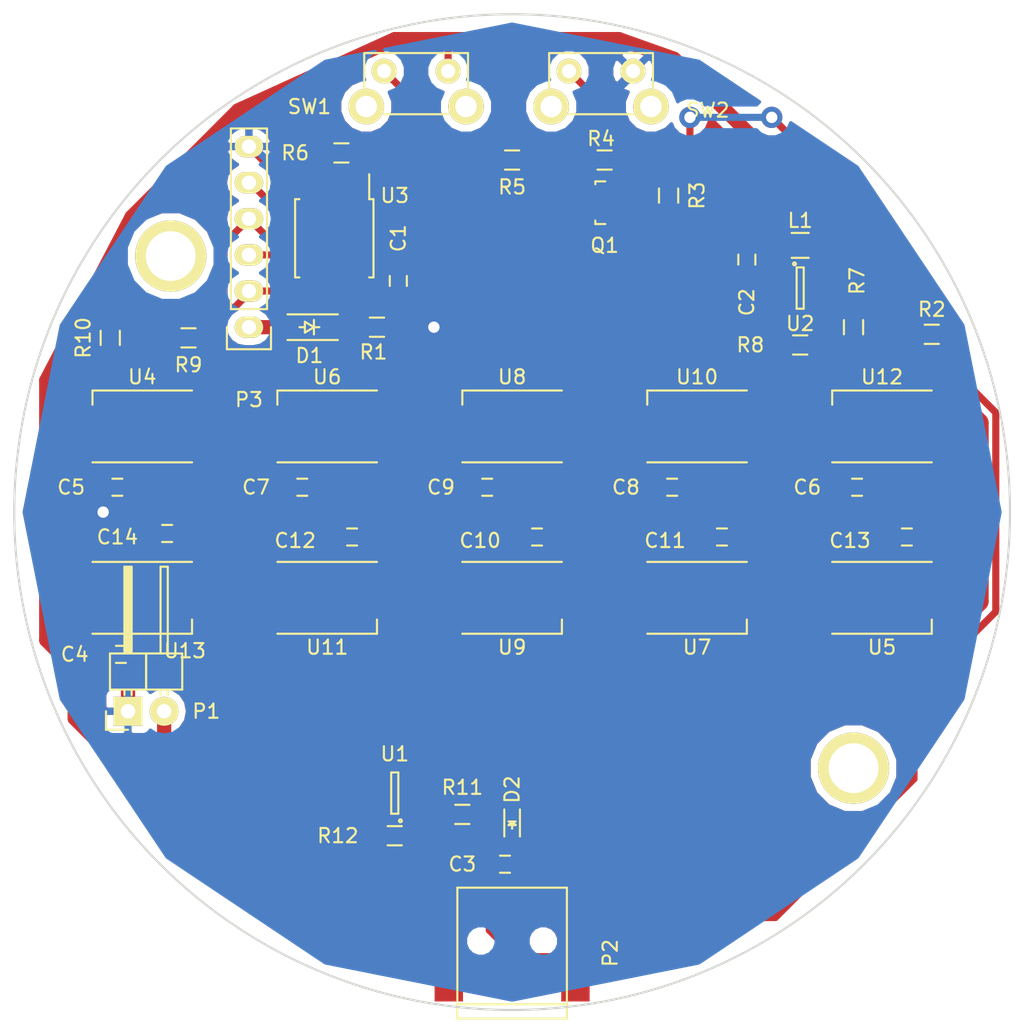
<source format=kicad_pcb>
(kicad_pcb (version 4) (host pcbnew 4.0.2-stable)

  (general
    (links 116)
    (no_connects 3)
    (area 14 14 86.000001 86.075001)
    (thickness 1.6)
    (drawings 1)
    (tracks 343)
    (zones 0)
    (modules 50)
    (nets 46)
  )

  (page A4)
  (layers
    (0 F.Cu signal)
    (31 B.Cu signal)
    (32 B.Adhes user)
    (33 F.Adhes user)
    (34 B.Paste user)
    (35 F.Paste user)
    (36 B.SilkS user)
    (37 F.SilkS user)
    (38 B.Mask user)
    (39 F.Mask user)
    (40 Dwgs.User user)
    (41 Cmts.User user)
    (42 Eco1.User user)
    (43 Eco2.User user)
    (44 Edge.Cuts user)
    (45 Margin user)
    (46 B.CrtYd user)
    (47 F.CrtYd user hide)
    (48 B.Fab user hide)
    (49 F.Fab user)
  )

  (setup
    (last_trace_width 0.5)
    (user_trace_width 0.35)
    (user_trace_width 0.5)
    (user_trace_width 1)
    (user_trace_width 1.5)
    (user_trace_width 2)
    (trace_clearance 0.2)
    (zone_clearance 0.508)
    (zone_45_only no)
    (trace_min 0.2)
    (segment_width 0.2)
    (edge_width 0.15)
    (via_size 0.6)
    (via_drill 0.4)
    (via_min_size 0.4)
    (via_min_drill 0.3)
    (user_via 1.5 0.8)
    (uvia_size 0.3)
    (uvia_drill 0.1)
    (uvias_allowed no)
    (uvia_min_size 0.2)
    (uvia_min_drill 0.1)
    (pcb_text_width 0.3)
    (pcb_text_size 1.5 1.5)
    (mod_edge_width 0.15)
    (mod_text_size 1 1)
    (mod_text_width 0.15)
    (pad_size 2.5 2.5)
    (pad_drill 1.5)
    (pad_to_mask_clearance 0.2)
    (aux_axis_origin 0 0)
    (visible_elements 7FFFFFFF)
    (pcbplotparams
      (layerselection 0x00030_80000001)
      (usegerberextensions false)
      (excludeedgelayer true)
      (linewidth 0.100000)
      (plotframeref false)
      (viasonmask false)
      (mode 1)
      (useauxorigin false)
      (hpglpennumber 1)
      (hpglpenspeed 20)
      (hpglpendiameter 15)
      (hpglpenoverlay 2)
      (psnegative false)
      (psa4output false)
      (plotreference true)
      (plotvalue true)
      (plotinvisibletext false)
      (padsonsilk false)
      (subtractmaskfromsilk false)
      (outputformat 1)
      (mirror false)
      (drillshape 1)
      (scaleselection 1)
      (outputdirectory ""))
  )

  (net 0 "")
  (net 1 ~RST)
  (net 2 GND)
  (net 3 CHARGE)
  (net 4 +5C)
  (net 5 +5V)
  (net 6 "Net-(D1-Pad2)")
  (net 7 "Net-(L1-Pad2)")
  (net 8 "Net-(P2-Pad2)")
  (net 9 "Net-(P2-Pad3)")
  (net 10 MOSI)
  (net 11 MISO)
  (net 12 SCLK)
  (net 13 "Net-(Q1-Pad1)")
  (net 14 "Net-(Q1-Pad3)")
  (net 15 "Net-(R5-Pad2)")
  (net 16 PWR_EN)
  (net 17 "Net-(R7-Pad2)")
  (net 18 "Net-(R9-Pad2)")
  (net 19 "Net-(R10-Pad1)")
  (net 20 "Net-(U3-Pad2)")
  (net 21 "Net-(U4-Pad5)")
  (net 22 "Net-(U4-Pad6)")
  (net 23 "Net-(U5-Pad5)")
  (net 24 "Net-(U5-Pad6)")
  (net 25 "Net-(U12-Pad5)")
  (net 26 "Net-(U12-Pad6)")
  (net 27 "Net-(U6-Pad5)")
  (net 28 "Net-(U6-Pad6)")
  (net 29 "Net-(U7-Pad5)")
  (net 30 "Net-(U7-Pad6)")
  (net 31 "Net-(U10-Pad2)")
  (net 32 "Net-(U10-Pad1)")
  (net 33 "Net-(U11-Pad2)")
  (net 34 "Net-(U11-Pad1)")
  (net 35 "Net-(U10-Pad5)")
  (net 36 "Net-(U10-Pad6)")
  (net 37 "Net-(U11-Pad5)")
  (net 38 "Net-(U11-Pad6)")
  (net 39 "Net-(U13-Pad5)")
  (net 40 "Net-(U13-Pad6)")
  (net 41 "Net-(P2-Pad4)")
  (net 42 "Net-(P2-Pad6)")
  (net 43 "Net-(D2-Pad1)")
  (net 44 "Net-(R11-Pad1)")
  (net 45 "Net-(R12-Pad1)")

  (net_class Default "This is the default net class."
    (clearance 0.2)
    (trace_width 0.25)
    (via_dia 0.6)
    (via_drill 0.4)
    (uvia_dia 0.3)
    (uvia_drill 0.1)
    (add_net +5C)
    (add_net +5V)
    (add_net CHARGE)
    (add_net GND)
    (add_net MISO)
    (add_net MOSI)
    (add_net "Net-(D1-Pad2)")
    (add_net "Net-(D2-Pad1)")
    (add_net "Net-(L1-Pad2)")
    (add_net "Net-(P2-Pad2)")
    (add_net "Net-(P2-Pad3)")
    (add_net "Net-(P2-Pad4)")
    (add_net "Net-(P2-Pad6)")
    (add_net "Net-(Q1-Pad1)")
    (add_net "Net-(Q1-Pad3)")
    (add_net "Net-(R10-Pad1)")
    (add_net "Net-(R11-Pad1)")
    (add_net "Net-(R12-Pad1)")
    (add_net "Net-(R5-Pad2)")
    (add_net "Net-(R7-Pad2)")
    (add_net "Net-(R9-Pad2)")
    (add_net "Net-(U10-Pad1)")
    (add_net "Net-(U10-Pad2)")
    (add_net "Net-(U10-Pad5)")
    (add_net "Net-(U10-Pad6)")
    (add_net "Net-(U11-Pad1)")
    (add_net "Net-(U11-Pad2)")
    (add_net "Net-(U11-Pad5)")
    (add_net "Net-(U11-Pad6)")
    (add_net "Net-(U12-Pad5)")
    (add_net "Net-(U12-Pad6)")
    (add_net "Net-(U13-Pad5)")
    (add_net "Net-(U13-Pad6)")
    (add_net "Net-(U3-Pad2)")
    (add_net "Net-(U4-Pad5)")
    (add_net "Net-(U4-Pad6)")
    (add_net "Net-(U5-Pad5)")
    (add_net "Net-(U5-Pad6)")
    (add_net "Net-(U6-Pad5)")
    (add_net "Net-(U6-Pad6)")
    (add_net "Net-(U7-Pad5)")
    (add_net "Net-(U7-Pad6)")
    (add_net PWR_EN)
    (add_net SCLK)
    (add_net ~RST)
  )

  (module Capacitors_SMD:C_0603_HandSoldering (layer F.Cu) (tedit 57D9B396) (tstamp 579D2033)
    (at 42 33.75 90)
    (descr "Capacitor SMD 0603, hand soldering")
    (tags "capacitor 0603")
    (path /5732EB0C)
    (attr smd)
    (fp_text reference C1 (at 3 0 90) (layer F.SilkS)
      (effects (font (size 1 1) (thickness 0.15)))
    )
    (fp_text value 10nF (at 0 1.9 90) (layer F.Fab) hide
      (effects (font (size 1 1) (thickness 0.15)))
    )
    (fp_line (start -1.85 -0.75) (end 1.85 -0.75) (layer F.CrtYd) (width 0.05))
    (fp_line (start -1.85 0.75) (end 1.85 0.75) (layer F.CrtYd) (width 0.05))
    (fp_line (start -1.85 -0.75) (end -1.85 0.75) (layer F.CrtYd) (width 0.05))
    (fp_line (start 1.85 -0.75) (end 1.85 0.75) (layer F.CrtYd) (width 0.05))
    (fp_line (start -0.35 -0.6) (end 0.35 -0.6) (layer F.SilkS) (width 0.15))
    (fp_line (start 0.35 0.6) (end -0.35 0.6) (layer F.SilkS) (width 0.15))
    (pad 1 smd rect (at -0.95 0 90) (size 1.2 0.75) (layers F.Cu F.Paste F.Mask)
      (net 1 ~RST))
    (pad 2 smd rect (at 0.95 0 90) (size 1.2 0.75) (layers F.Cu F.Paste F.Mask)
      (net 2 GND))
    (model Capacitors_SMD.3dshapes/C_0603_HandSoldering.wrl
      (at (xyz 0 0 0))
      (scale (xyz 1 1 1))
      (rotate (xyz 0 0 0))
    )
  )

  (module Capacitors_SMD:C_0603_HandSoldering (layer F.Cu) (tedit 57D86A0F) (tstamp 579D203F)
    (at 66.5 32.25 270)
    (descr "Capacitor SMD 0603, hand soldering")
    (tags "capacitor 0603")
    (path /573015B8)
    (attr smd)
    (fp_text reference C2 (at 3 0 270) (layer F.SilkS)
      (effects (font (size 1 1) (thickness 0.15)))
    )
    (fp_text value 4,7uF (at 0 1.9 270) (layer F.Fab) hide
      (effects (font (size 1 1) (thickness 0.15)))
    )
    (fp_line (start -1.85 -0.75) (end 1.85 -0.75) (layer F.CrtYd) (width 0.05))
    (fp_line (start -1.85 0.75) (end 1.85 0.75) (layer F.CrtYd) (width 0.05))
    (fp_line (start -1.85 -0.75) (end -1.85 0.75) (layer F.CrtYd) (width 0.05))
    (fp_line (start 1.85 -0.75) (end 1.85 0.75) (layer F.CrtYd) (width 0.05))
    (fp_line (start -0.35 -0.6) (end 0.35 -0.6) (layer F.SilkS) (width 0.15))
    (fp_line (start 0.35 0.6) (end -0.35 0.6) (layer F.SilkS) (width 0.15))
    (pad 1 smd rect (at -0.95 0 270) (size 1.2 0.75) (layers F.Cu F.Paste F.Mask)
      (net 3 CHARGE))
    (pad 2 smd rect (at 0.95 0 270) (size 1.2 0.75) (layers F.Cu F.Paste F.Mask)
      (net 2 GND))
    (model Capacitors_SMD.3dshapes/C_0603_HandSoldering.wrl
      (at (xyz 0 0 0))
      (scale (xyz 1 1 1))
      (rotate (xyz 0 0 0))
    )
  )

  (module Capacitors_SMD:C_0603_HandSoldering (layer F.Cu) (tedit 57D9B546) (tstamp 579D204B)
    (at 49.5 74.75)
    (descr "Capacitor SMD 0603, hand soldering")
    (tags "capacitor 0603")
    (path /579C3ED6)
    (attr smd)
    (fp_text reference C3 (at -3 0) (layer F.SilkS)
      (effects (font (size 1 1) (thickness 0.15)))
    )
    (fp_text value 1uF (at 0 1.9) (layer F.Fab) hide
      (effects (font (size 1 1) (thickness 0.15)))
    )
    (fp_line (start -1.85 -0.75) (end 1.85 -0.75) (layer F.CrtYd) (width 0.05))
    (fp_line (start -1.85 0.75) (end 1.85 0.75) (layer F.CrtYd) (width 0.05))
    (fp_line (start -1.85 -0.75) (end -1.85 0.75) (layer F.CrtYd) (width 0.05))
    (fp_line (start 1.85 -0.75) (end 1.85 0.75) (layer F.CrtYd) (width 0.05))
    (fp_line (start -0.35 -0.6) (end 0.35 -0.6) (layer F.SilkS) (width 0.15))
    (fp_line (start 0.35 0.6) (end -0.35 0.6) (layer F.SilkS) (width 0.15))
    (pad 1 smd rect (at -0.95 0) (size 1.2 0.75) (layers F.Cu F.Paste F.Mask)
      (net 4 +5C))
    (pad 2 smd rect (at 0.95 0) (size 1.2 0.75) (layers F.Cu F.Paste F.Mask)
      (net 2 GND))
    (model Capacitors_SMD.3dshapes/C_0603_HandSoldering.wrl
      (at (xyz 0 0 0))
      (scale (xyz 1 1 1))
      (rotate (xyz 0 0 0))
    )
  )

  (module Capacitors_SMD:C_0603_HandSoldering (layer F.Cu) (tedit 57D9B42D) (tstamp 579D2057)
    (at 22.5 60 180)
    (descr "Capacitor SMD 0603, hand soldering")
    (tags "capacitor 0603")
    (path /573011F9)
    (attr smd)
    (fp_text reference C4 (at 3.25 0 180) (layer F.SilkS)
      (effects (font (size 1 1) (thickness 0.15)))
    )
    (fp_text value 10uF (at 0 1.9 180) (layer F.Fab) hide
      (effects (font (size 1 1) (thickness 0.15)))
    )
    (fp_line (start -1.85 -0.75) (end 1.85 -0.75) (layer F.CrtYd) (width 0.05))
    (fp_line (start -1.85 0.75) (end 1.85 0.75) (layer F.CrtYd) (width 0.05))
    (fp_line (start -1.85 -0.75) (end -1.85 0.75) (layer F.CrtYd) (width 0.05))
    (fp_line (start 1.85 -0.75) (end 1.85 0.75) (layer F.CrtYd) (width 0.05))
    (fp_line (start -0.35 -0.6) (end 0.35 -0.6) (layer F.SilkS) (width 0.15))
    (fp_line (start 0.35 0.6) (end -0.35 0.6) (layer F.SilkS) (width 0.15))
    (pad 1 smd rect (at -0.95 0 180) (size 1.2 0.75) (layers F.Cu F.Paste F.Mask)
      (net 5 +5V))
    (pad 2 smd rect (at 0.95 0 180) (size 1.2 0.75) (layers F.Cu F.Paste F.Mask)
      (net 2 GND))
    (model Capacitors_SMD.3dshapes/C_0603_HandSoldering.wrl
      (at (xyz 0 0 0))
      (scale (xyz 1 1 1))
      (rotate (xyz 0 0 0))
    )
  )

  (module Capacitors_SMD:C_0603_HandSoldering (layer F.Cu) (tedit 57D9B3CC) (tstamp 579D2063)
    (at 22.25 48.25 180)
    (descr "Capacitor SMD 0603, hand soldering")
    (tags "capacitor 0603")
    (path /5732B026)
    (attr smd)
    (fp_text reference C5 (at 3.25 0 180) (layer F.SilkS)
      (effects (font (size 1 1) (thickness 0.15)))
    )
    (fp_text value 1uF (at 0 1.9 180) (layer F.Fab) hide
      (effects (font (size 1 1) (thickness 0.15)))
    )
    (fp_line (start -1.85 -0.75) (end 1.85 -0.75) (layer F.CrtYd) (width 0.05))
    (fp_line (start -1.85 0.75) (end 1.85 0.75) (layer F.CrtYd) (width 0.05))
    (fp_line (start -1.85 -0.75) (end -1.85 0.75) (layer F.CrtYd) (width 0.05))
    (fp_line (start 1.85 -0.75) (end 1.85 0.75) (layer F.CrtYd) (width 0.05))
    (fp_line (start -0.35 -0.6) (end 0.35 -0.6) (layer F.SilkS) (width 0.15))
    (fp_line (start 0.35 0.6) (end -0.35 0.6) (layer F.SilkS) (width 0.15))
    (pad 1 smd rect (at -0.95 0 180) (size 1.2 0.75) (layers F.Cu F.Paste F.Mask)
      (net 5 +5V))
    (pad 2 smd rect (at 0.95 0 180) (size 1.2 0.75) (layers F.Cu F.Paste F.Mask)
      (net 2 GND))
    (model Capacitors_SMD.3dshapes/C_0603_HandSoldering.wrl
      (at (xyz 0 0 0))
      (scale (xyz 1 1 1))
      (rotate (xyz 0 0 0))
    )
  )

  (module Capacitors_SMD:C_0603_HandSoldering (layer F.Cu) (tedit 57D9B4E6) (tstamp 579D206F)
    (at 77.75 51.75)
    (descr "Capacitor SMD 0603, hand soldering")
    (tags "capacitor 0603")
    (path /5732B03F)
    (attr smd)
    (fp_text reference C6 (at -7 -3.5) (layer F.SilkS)
      (effects (font (size 1 1) (thickness 0.15)))
    )
    (fp_text value 1uF (at 0 1.9) (layer F.Fab) hide
      (effects (font (size 1 1) (thickness 0.15)))
    )
    (fp_line (start -1.85 -0.75) (end 1.85 -0.75) (layer F.CrtYd) (width 0.05))
    (fp_line (start -1.85 0.75) (end 1.85 0.75) (layer F.CrtYd) (width 0.05))
    (fp_line (start -1.85 -0.75) (end -1.85 0.75) (layer F.CrtYd) (width 0.05))
    (fp_line (start 1.85 -0.75) (end 1.85 0.75) (layer F.CrtYd) (width 0.05))
    (fp_line (start -0.35 -0.6) (end 0.35 -0.6) (layer F.SilkS) (width 0.15))
    (fp_line (start 0.35 0.6) (end -0.35 0.6) (layer F.SilkS) (width 0.15))
    (pad 1 smd rect (at -0.95 0) (size 1.2 0.75) (layers F.Cu F.Paste F.Mask)
      (net 5 +5V))
    (pad 2 smd rect (at 0.95 0) (size 1.2 0.75) (layers F.Cu F.Paste F.Mask)
      (net 2 GND))
    (model Capacitors_SMD.3dshapes/C_0603_HandSoldering.wrl
      (at (xyz 0 0 0))
      (scale (xyz 1 1 1))
      (rotate (xyz 0 0 0))
    )
  )

  (module Capacitors_SMD:C_0603_HandSoldering (layer F.Cu) (tedit 57D9B3D4) (tstamp 579D207B)
    (at 35.25 48.25 180)
    (descr "Capacitor SMD 0603, hand soldering")
    (tags "capacitor 0603")
    (path /5732B02B)
    (attr smd)
    (fp_text reference C7 (at 3.25 0 180) (layer F.SilkS)
      (effects (font (size 1 1) (thickness 0.15)))
    )
    (fp_text value 1uF (at 0 1.9 180) (layer F.Fab) hide
      (effects (font (size 1 1) (thickness 0.15)))
    )
    (fp_line (start -1.85 -0.75) (end 1.85 -0.75) (layer F.CrtYd) (width 0.05))
    (fp_line (start -1.85 0.75) (end 1.85 0.75) (layer F.CrtYd) (width 0.05))
    (fp_line (start -1.85 -0.75) (end -1.85 0.75) (layer F.CrtYd) (width 0.05))
    (fp_line (start 1.85 -0.75) (end 1.85 0.75) (layer F.CrtYd) (width 0.05))
    (fp_line (start -0.35 -0.6) (end 0.35 -0.6) (layer F.SilkS) (width 0.15))
    (fp_line (start 0.35 0.6) (end -0.35 0.6) (layer F.SilkS) (width 0.15))
    (pad 1 smd rect (at -0.95 0 180) (size 1.2 0.75) (layers F.Cu F.Paste F.Mask)
      (net 5 +5V))
    (pad 2 smd rect (at 0.95 0 180) (size 1.2 0.75) (layers F.Cu F.Paste F.Mask)
      (net 2 GND))
    (model Capacitors_SMD.3dshapes/C_0603_HandSoldering.wrl
      (at (xyz 0 0 0))
      (scale (xyz 1 1 1))
      (rotate (xyz 0 0 0))
    )
  )

  (module Capacitors_SMD:C_0603_HandSoldering (layer F.Cu) (tedit 57D9B4AD) (tstamp 579D2087)
    (at 64.75 51.75)
    (descr "Capacitor SMD 0603, hand soldering")
    (tags "capacitor 0603")
    (path /5732B044)
    (attr smd)
    (fp_text reference C8 (at -6.75 -3.5) (layer F.SilkS)
      (effects (font (size 1 1) (thickness 0.15)))
    )
    (fp_text value 1uF (at 0 1.9) (layer F.Fab) hide
      (effects (font (size 1 1) (thickness 0.15)))
    )
    (fp_line (start -1.85 -0.75) (end 1.85 -0.75) (layer F.CrtYd) (width 0.05))
    (fp_line (start -1.85 0.75) (end 1.85 0.75) (layer F.CrtYd) (width 0.05))
    (fp_line (start -1.85 -0.75) (end -1.85 0.75) (layer F.CrtYd) (width 0.05))
    (fp_line (start 1.85 -0.75) (end 1.85 0.75) (layer F.CrtYd) (width 0.05))
    (fp_line (start -0.35 -0.6) (end 0.35 -0.6) (layer F.SilkS) (width 0.15))
    (fp_line (start 0.35 0.6) (end -0.35 0.6) (layer F.SilkS) (width 0.15))
    (pad 1 smd rect (at -0.95 0) (size 1.2 0.75) (layers F.Cu F.Paste F.Mask)
      (net 5 +5V))
    (pad 2 smd rect (at 0.95 0) (size 1.2 0.75) (layers F.Cu F.Paste F.Mask)
      (net 2 GND))
    (model Capacitors_SMD.3dshapes/C_0603_HandSoldering.wrl
      (at (xyz 0 0 0))
      (scale (xyz 1 1 1))
      (rotate (xyz 0 0 0))
    )
  )

  (module Capacitors_SMD:C_0603_HandSoldering (layer F.Cu) (tedit 57D9B44E) (tstamp 579D2093)
    (at 48.25 48.25 180)
    (descr "Capacitor SMD 0603, hand soldering")
    (tags "capacitor 0603")
    (path /5732B030)
    (attr smd)
    (fp_text reference C9 (at 3.25 0 180) (layer F.SilkS)
      (effects (font (size 1 1) (thickness 0.15)))
    )
    (fp_text value 1uF (at 0 1.9 180) (layer F.Fab) hide
      (effects (font (size 1 1) (thickness 0.15)))
    )
    (fp_line (start -1.85 -0.75) (end 1.85 -0.75) (layer F.CrtYd) (width 0.05))
    (fp_line (start -1.85 0.75) (end 1.85 0.75) (layer F.CrtYd) (width 0.05))
    (fp_line (start -1.85 -0.75) (end -1.85 0.75) (layer F.CrtYd) (width 0.05))
    (fp_line (start 1.85 -0.75) (end 1.85 0.75) (layer F.CrtYd) (width 0.05))
    (fp_line (start -0.35 -0.6) (end 0.35 -0.6) (layer F.SilkS) (width 0.15))
    (fp_line (start 0.35 0.6) (end -0.35 0.6) (layer F.SilkS) (width 0.15))
    (pad 1 smd rect (at -0.95 0 180) (size 1.2 0.75) (layers F.Cu F.Paste F.Mask)
      (net 5 +5V))
    (pad 2 smd rect (at 0.95 0 180) (size 1.2 0.75) (layers F.Cu F.Paste F.Mask)
      (net 2 GND))
    (model Capacitors_SMD.3dshapes/C_0603_HandSoldering.wrl
      (at (xyz 0 0 0))
      (scale (xyz 1 1 1))
      (rotate (xyz 0 0 0))
    )
  )

  (module Capacitors_SMD:C_0603_HandSoldering (layer F.Cu) (tedit 57D9B468) (tstamp 579D209F)
    (at 51.75 51.75)
    (descr "Capacitor SMD 0603, hand soldering")
    (tags "capacitor 0603")
    (path /5732B049)
    (attr smd)
    (fp_text reference C10 (at -4 0.25) (layer F.SilkS)
      (effects (font (size 1 1) (thickness 0.15)))
    )
    (fp_text value 1uF (at 0 1.9) (layer F.Fab) hide
      (effects (font (size 1 1) (thickness 0.15)))
    )
    (fp_line (start -1.85 -0.75) (end 1.85 -0.75) (layer F.CrtYd) (width 0.05))
    (fp_line (start -1.85 0.75) (end 1.85 0.75) (layer F.CrtYd) (width 0.05))
    (fp_line (start -1.85 -0.75) (end -1.85 0.75) (layer F.CrtYd) (width 0.05))
    (fp_line (start 1.85 -0.75) (end 1.85 0.75) (layer F.CrtYd) (width 0.05))
    (fp_line (start -0.35 -0.6) (end 0.35 -0.6) (layer F.SilkS) (width 0.15))
    (fp_line (start 0.35 0.6) (end -0.35 0.6) (layer F.SilkS) (width 0.15))
    (pad 1 smd rect (at -0.95 0) (size 1.2 0.75) (layers F.Cu F.Paste F.Mask)
      (net 5 +5V))
    (pad 2 smd rect (at 0.95 0) (size 1.2 0.75) (layers F.Cu F.Paste F.Mask)
      (net 2 GND))
    (model Capacitors_SMD.3dshapes/C_0603_HandSoldering.wrl
      (at (xyz 0 0 0))
      (scale (xyz 1 1 1))
      (rotate (xyz 0 0 0))
    )
  )

  (module Capacitors_SMD:C_0603_HandSoldering (layer F.Cu) (tedit 57D9B488) (tstamp 579D20AB)
    (at 61.25 48.25 180)
    (descr "Capacitor SMD 0603, hand soldering")
    (tags "capacitor 0603")
    (path /5732B035)
    (attr smd)
    (fp_text reference C11 (at 0.5 -3.75 180) (layer F.SilkS)
      (effects (font (size 1 1) (thickness 0.15)))
    )
    (fp_text value 1uF (at 0 1.9 180) (layer F.Fab) hide
      (effects (font (size 1 1) (thickness 0.15)))
    )
    (fp_line (start -1.85 -0.75) (end 1.85 -0.75) (layer F.CrtYd) (width 0.05))
    (fp_line (start -1.85 0.75) (end 1.85 0.75) (layer F.CrtYd) (width 0.05))
    (fp_line (start -1.85 -0.75) (end -1.85 0.75) (layer F.CrtYd) (width 0.05))
    (fp_line (start 1.85 -0.75) (end 1.85 0.75) (layer F.CrtYd) (width 0.05))
    (fp_line (start -0.35 -0.6) (end 0.35 -0.6) (layer F.SilkS) (width 0.15))
    (fp_line (start 0.35 0.6) (end -0.35 0.6) (layer F.SilkS) (width 0.15))
    (pad 1 smd rect (at -0.95 0 180) (size 1.2 0.75) (layers F.Cu F.Paste F.Mask)
      (net 5 +5V))
    (pad 2 smd rect (at 0.95 0 180) (size 1.2 0.75) (layers F.Cu F.Paste F.Mask)
      (net 2 GND))
    (model Capacitors_SMD.3dshapes/C_0603_HandSoldering.wrl
      (at (xyz 0 0 0))
      (scale (xyz 1 1 1))
      (rotate (xyz 0 0 0))
    )
  )

  (module Capacitors_SMD:C_0603_HandSoldering (layer F.Cu) (tedit 57D9B444) (tstamp 579D20B7)
    (at 38.75 51.75)
    (descr "Capacitor SMD 0603, hand soldering")
    (tags "capacitor 0603")
    (path /5732B04E)
    (attr smd)
    (fp_text reference C12 (at -4 0.25) (layer F.SilkS)
      (effects (font (size 1 1) (thickness 0.15)))
    )
    (fp_text value 1uF (at 0 1.9) (layer F.Fab) hide
      (effects (font (size 1 1) (thickness 0.15)))
    )
    (fp_line (start -1.85 -0.75) (end 1.85 -0.75) (layer F.CrtYd) (width 0.05))
    (fp_line (start -1.85 0.75) (end 1.85 0.75) (layer F.CrtYd) (width 0.05))
    (fp_line (start -1.85 -0.75) (end -1.85 0.75) (layer F.CrtYd) (width 0.05))
    (fp_line (start 1.85 -0.75) (end 1.85 0.75) (layer F.CrtYd) (width 0.05))
    (fp_line (start -0.35 -0.6) (end 0.35 -0.6) (layer F.SilkS) (width 0.15))
    (fp_line (start 0.35 0.6) (end -0.35 0.6) (layer F.SilkS) (width 0.15))
    (pad 1 smd rect (at -0.95 0) (size 1.2 0.75) (layers F.Cu F.Paste F.Mask)
      (net 5 +5V))
    (pad 2 smd rect (at 0.95 0) (size 1.2 0.75) (layers F.Cu F.Paste F.Mask)
      (net 2 GND))
    (model Capacitors_SMD.3dshapes/C_0603_HandSoldering.wrl
      (at (xyz 0 0 0))
      (scale (xyz 1 1 1))
      (rotate (xyz 0 0 0))
    )
  )

  (module Capacitors_SMD:C_0603_HandSoldering (layer F.Cu) (tedit 57D9B4C7) (tstamp 579D20C3)
    (at 74.25 48.25 180)
    (descr "Capacitor SMD 0603, hand soldering")
    (tags "capacitor 0603")
    (path /5732B03A)
    (attr smd)
    (fp_text reference C13 (at 0.5 -3.75 180) (layer F.SilkS)
      (effects (font (size 1 1) (thickness 0.15)))
    )
    (fp_text value 1uF (at 0 1.9 180) (layer F.Fab) hide
      (effects (font (size 1 1) (thickness 0.15)))
    )
    (fp_line (start -1.85 -0.75) (end 1.85 -0.75) (layer F.CrtYd) (width 0.05))
    (fp_line (start -1.85 0.75) (end 1.85 0.75) (layer F.CrtYd) (width 0.05))
    (fp_line (start -1.85 -0.75) (end -1.85 0.75) (layer F.CrtYd) (width 0.05))
    (fp_line (start 1.85 -0.75) (end 1.85 0.75) (layer F.CrtYd) (width 0.05))
    (fp_line (start -0.35 -0.6) (end 0.35 -0.6) (layer F.SilkS) (width 0.15))
    (fp_line (start 0.35 0.6) (end -0.35 0.6) (layer F.SilkS) (width 0.15))
    (pad 1 smd rect (at -0.95 0 180) (size 1.2 0.75) (layers F.Cu F.Paste F.Mask)
      (net 5 +5V))
    (pad 2 smd rect (at 0.95 0 180) (size 1.2 0.75) (layers F.Cu F.Paste F.Mask)
      (net 2 GND))
    (model Capacitors_SMD.3dshapes/C_0603_HandSoldering.wrl
      (at (xyz 0 0 0))
      (scale (xyz 1 1 1))
      (rotate (xyz 0 0 0))
    )
  )

  (module Capacitors_SMD:C_0603_HandSoldering (layer F.Cu) (tedit 57D9B3FA) (tstamp 579D20CF)
    (at 25.75 51.5)
    (descr "Capacitor SMD 0603, hand soldering")
    (tags "capacitor 0603")
    (path /5732B053)
    (attr smd)
    (fp_text reference C14 (at -3.5 0.25) (layer F.SilkS)
      (effects (font (size 1 1) (thickness 0.15)))
    )
    (fp_text value 1uF (at 0 1.9) (layer F.Fab) hide
      (effects (font (size 1 1) (thickness 0.15)))
    )
    (fp_line (start -1.85 -0.75) (end 1.85 -0.75) (layer F.CrtYd) (width 0.05))
    (fp_line (start -1.85 0.75) (end 1.85 0.75) (layer F.CrtYd) (width 0.05))
    (fp_line (start -1.85 -0.75) (end -1.85 0.75) (layer F.CrtYd) (width 0.05))
    (fp_line (start 1.85 -0.75) (end 1.85 0.75) (layer F.CrtYd) (width 0.05))
    (fp_line (start -0.35 -0.6) (end 0.35 -0.6) (layer F.SilkS) (width 0.15))
    (fp_line (start 0.35 0.6) (end -0.35 0.6) (layer F.SilkS) (width 0.15))
    (pad 1 smd rect (at -0.95 0) (size 1.2 0.75) (layers F.Cu F.Paste F.Mask)
      (net 5 +5V))
    (pad 2 smd rect (at 0.95 0) (size 1.2 0.75) (layers F.Cu F.Paste F.Mask)
      (net 2 GND))
    (model Capacitors_SMD.3dshapes/C_0603_HandSoldering.wrl
      (at (xyz 0 0 0))
      (scale (xyz 1 1 1))
      (rotate (xyz 0 0 0))
    )
  )

  (module Diodes_SMD:SOD-123 (layer F.Cu) (tedit 57B7E6EA) (tstamp 579D20E1)
    (at 35.75 37 180)
    (descr SOD-123)
    (tags SOD-123)
    (path /57340381)
    (attr smd)
    (fp_text reference D1 (at 0 -2 180) (layer F.SilkS)
      (effects (font (size 1 1) (thickness 0.15)))
    )
    (fp_text value MBR0520LT1G (at -14.75 -1.5 180) (layer F.Fab) hide
      (effects (font (size 1 1) (thickness 0.15)))
    )
    (fp_line (start 0.3175 0) (end 0.6985 0) (layer F.SilkS) (width 0.15))
    (fp_line (start -0.6985 0) (end -0.3175 0) (layer F.SilkS) (width 0.15))
    (fp_line (start -0.3175 0) (end 0.3175 -0.381) (layer F.SilkS) (width 0.15))
    (fp_line (start 0.3175 -0.381) (end 0.3175 0.381) (layer F.SilkS) (width 0.15))
    (fp_line (start 0.3175 0.381) (end -0.3175 0) (layer F.SilkS) (width 0.15))
    (fp_line (start -0.3175 -0.508) (end -0.3175 0.508) (layer F.SilkS) (width 0.15))
    (fp_line (start -2.25 -1.05) (end 2.25 -1.05) (layer F.CrtYd) (width 0.05))
    (fp_line (start 2.25 -1.05) (end 2.25 1.05) (layer F.CrtYd) (width 0.05))
    (fp_line (start 2.25 1.05) (end -2.25 1.05) (layer F.CrtYd) (width 0.05))
    (fp_line (start -2.25 -1.05) (end -2.25 1.05) (layer F.CrtYd) (width 0.05))
    (fp_line (start -2 0.9) (end 1.54 0.9) (layer F.SilkS) (width 0.15))
    (fp_line (start -2 -0.9) (end 1.54 -0.9) (layer F.SilkS) (width 0.15))
    (pad 1 smd rect (at -1.635 0 180) (size 0.91 1.22) (layers F.Cu F.Paste F.Mask)
      (net 5 +5V))
    (pad 2 smd rect (at 1.635 0 180) (size 0.91 1.22) (layers F.Cu F.Paste F.Mask)
      (net 6 "Net-(D1-Pad2)"))
  )

  (module Resistors_SMD:R_0805_HandSoldering (layer F.Cu) (tedit 57D9B35A) (tstamp 579D20ED)
    (at 70.25 31.25 180)
    (descr "Resistor SMD 0805, hand soldering")
    (tags "resistor 0805")
    (path /57301102)
    (attr smd)
    (fp_text reference L1 (at 0 1.75 180) (layer F.SilkS)
      (effects (font (size 1 1) (thickness 0.15)))
    )
    (fp_text value 4,7uH (at 0 2.1 180) (layer F.Fab) hide
      (effects (font (size 1 1) (thickness 0.15)))
    )
    (fp_line (start -2.4 -1) (end 2.4 -1) (layer F.CrtYd) (width 0.05))
    (fp_line (start -2.4 1) (end 2.4 1) (layer F.CrtYd) (width 0.05))
    (fp_line (start -2.4 -1) (end -2.4 1) (layer F.CrtYd) (width 0.05))
    (fp_line (start 2.4 -1) (end 2.4 1) (layer F.CrtYd) (width 0.05))
    (fp_line (start 0.6 0.875) (end -0.6 0.875) (layer F.SilkS) (width 0.15))
    (fp_line (start -0.6 -0.875) (end 0.6 -0.875) (layer F.SilkS) (width 0.15))
    (pad 1 smd rect (at -1.35 0 180) (size 1.5 1.3) (layers F.Cu F.Paste F.Mask)
      (net 3 CHARGE))
    (pad 2 smd rect (at 1.35 0 180) (size 1.5 1.3) (layers F.Cu F.Paste F.Mask)
      (net 7 "Net-(L1-Pad2)"))
    (model Resistors_SMD.3dshapes/R_0805_HandSoldering.wrl
      (at (xyz 0 0 0))
      (scale (xyz 1 1 1))
      (rotate (xyz 0 0 0))
    )
  )

  (module Pin_Headers:Pin_Header_Angled_1x02 (layer F.Cu) (tedit 57D9B41A) (tstamp 579D2110)
    (at 23 64 90)
    (descr "Through hole pin header")
    (tags "pin header")
    (path /57300942)
    (fp_text reference P1 (at 0 5.5 180) (layer F.SilkS)
      (effects (font (size 1 1) (thickness 0.15)))
    )
    (fp_text value Battery (at -2.5 1.5 180) (layer F.Fab)
      (effects (font (size 1 1) (thickness 0.15)))
    )
    (fp_line (start -1.5 -1.75) (end -1.5 4.3) (layer F.CrtYd) (width 0.05))
    (fp_line (start 10.65 -1.75) (end 10.65 4.3) (layer F.CrtYd) (width 0.05))
    (fp_line (start -1.5 -1.75) (end 10.65 -1.75) (layer F.CrtYd) (width 0.05))
    (fp_line (start -1.5 4.3) (end 10.65 4.3) (layer F.CrtYd) (width 0.05))
    (fp_line (start -1.3 -1.55) (end -1.3 0) (layer F.SilkS) (width 0.15))
    (fp_line (start 0 -1.55) (end -1.3 -1.55) (layer F.SilkS) (width 0.15))
    (fp_line (start 4.191 -0.127) (end 10.033 -0.127) (layer F.SilkS) (width 0.15))
    (fp_line (start 10.033 -0.127) (end 10.033 0.127) (layer F.SilkS) (width 0.15))
    (fp_line (start 10.033 0.127) (end 4.191 0.127) (layer F.SilkS) (width 0.15))
    (fp_line (start 4.191 0.127) (end 4.191 0) (layer F.SilkS) (width 0.15))
    (fp_line (start 4.191 0) (end 10.033 0) (layer F.SilkS) (width 0.15))
    (fp_line (start 1.524 -0.254) (end 1.143 -0.254) (layer F.SilkS) (width 0.15))
    (fp_line (start 1.524 0.254) (end 1.143 0.254) (layer F.SilkS) (width 0.15))
    (fp_line (start 1.524 2.286) (end 1.143 2.286) (layer F.SilkS) (width 0.15))
    (fp_line (start 1.524 2.794) (end 1.143 2.794) (layer F.SilkS) (width 0.15))
    (fp_line (start 1.524 -1.27) (end 4.064 -1.27) (layer F.SilkS) (width 0.15))
    (fp_line (start 1.524 1.27) (end 4.064 1.27) (layer F.SilkS) (width 0.15))
    (fp_line (start 1.524 1.27) (end 1.524 3.81) (layer F.SilkS) (width 0.15))
    (fp_line (start 1.524 3.81) (end 4.064 3.81) (layer F.SilkS) (width 0.15))
    (fp_line (start 4.064 2.286) (end 10.16 2.286) (layer F.SilkS) (width 0.15))
    (fp_line (start 10.16 2.286) (end 10.16 2.794) (layer F.SilkS) (width 0.15))
    (fp_line (start 10.16 2.794) (end 4.064 2.794) (layer F.SilkS) (width 0.15))
    (fp_line (start 4.064 3.81) (end 4.064 1.27) (layer F.SilkS) (width 0.15))
    (fp_line (start 4.064 1.27) (end 4.064 -1.27) (layer F.SilkS) (width 0.15))
    (fp_line (start 10.16 0.254) (end 4.064 0.254) (layer F.SilkS) (width 0.15))
    (fp_line (start 10.16 -0.254) (end 10.16 0.254) (layer F.SilkS) (width 0.15))
    (fp_line (start 4.064 -0.254) (end 10.16 -0.254) (layer F.SilkS) (width 0.15))
    (fp_line (start 1.524 1.27) (end 4.064 1.27) (layer F.SilkS) (width 0.15))
    (fp_line (start 1.524 -1.27) (end 1.524 1.27) (layer F.SilkS) (width 0.15))
    (pad 1 thru_hole rect (at 0 0 90) (size 2.032 2.032) (drill 1.016) (layers *.Cu *.Mask F.SilkS)
      (net 2 GND))
    (pad 2 thru_hole oval (at 0 2.54 90) (size 2.032 2.032) (drill 1.016) (layers *.Cu *.Mask F.SilkS)
      (net 3 CHARGE))
    (model Pin_Headers.3dshapes/Pin_Header_Angled_1x02.wrl
      (at (xyz 0 -0.05 0))
      (scale (xyz 1 1 1))
      (rotate (xyz 0 0 90))
    )
  )

  (module Connect:USB_Mini-B (layer F.Cu) (tedit 57D9B526) (tstamp 579D2128)
    (at 50 81 90)
    (descr "USB Mini-B 5-pin SMD connector")
    (tags "USB USB_B USB_Mini connector")
    (path /579C412D)
    (attr smd)
    (fp_text reference P2 (at 0 6.90118 90) (layer F.SilkS)
      (effects (font (size 1 1) (thickness 0.15)))
    )
    (fp_text value USB_A (at 0 -7.0993 90) (layer F.Fab) hide
      (effects (font (size 1 1) (thickness 0.15)))
    )
    (fp_line (start -4.85 -5.7) (end 4.85 -5.7) (layer F.CrtYd) (width 0.05))
    (fp_line (start 4.85 -5.7) (end 4.85 5.7) (layer F.CrtYd) (width 0.05))
    (fp_line (start 4.85 5.7) (end -4.85 5.7) (layer F.CrtYd) (width 0.05))
    (fp_line (start -4.85 5.7) (end -4.85 -5.7) (layer F.CrtYd) (width 0.05))
    (fp_line (start -3.59918 -3.85064) (end -3.59918 3.85064) (layer F.SilkS) (width 0.15))
    (fp_line (start -4.59994 -3.85064) (end -4.59994 3.85064) (layer F.SilkS) (width 0.15))
    (fp_line (start -4.59994 3.85064) (end 4.59994 3.85064) (layer F.SilkS) (width 0.15))
    (fp_line (start 4.59994 3.85064) (end 4.59994 -3.85064) (layer F.SilkS) (width 0.15))
    (fp_line (start 4.59994 -3.85064) (end -4.59994 -3.85064) (layer F.SilkS) (width 0.15))
    (pad 1 smd rect (at 3.44932 -1.6002 90) (size 2.30124 0.50038) (layers F.Cu F.Paste F.Mask)
      (net 4 +5C))
    (pad 2 smd rect (at 3.44932 -0.8001 90) (size 2.30124 0.50038) (layers F.Cu F.Paste F.Mask)
      (net 8 "Net-(P2-Pad2)"))
    (pad 3 smd rect (at 3.44932 0 90) (size 2.30124 0.50038) (layers F.Cu F.Paste F.Mask)
      (net 9 "Net-(P2-Pad3)"))
    (pad 4 smd rect (at 3.44932 0.8001 90) (size 2.30124 0.50038) (layers F.Cu F.Paste F.Mask)
      (net 41 "Net-(P2-Pad4)"))
    (pad 5 smd rect (at 3.44932 1.6002 90) (size 2.30124 0.50038) (layers F.Cu F.Paste F.Mask)
      (net 2 GND))
    (pad 6 smd rect (at 3.35026 -4.45008 90) (size 2.49936 1.99898) (layers F.Cu F.Paste F.Mask)
      (net 42 "Net-(P2-Pad6)"))
    (pad 6 smd rect (at -2.14884 -4.45008 90) (size 2.49936 1.99898) (layers F.Cu F.Paste F.Mask)
      (net 42 "Net-(P2-Pad6)"))
    (pad 6 smd rect (at 3.35026 4.45008 90) (size 2.49936 1.99898) (layers F.Cu F.Paste F.Mask)
      (net 42 "Net-(P2-Pad6)"))
    (pad 6 smd rect (at -2.14884 4.45008 90) (size 2.49936 1.99898) (layers F.Cu F.Paste F.Mask)
      (net 42 "Net-(P2-Pad6)"))
    (pad "" np_thru_hole circle (at 0.8509 -2.19964 90) (size 0.89916 0.89916) (drill 0.89916) (layers *.Cu *.Mask F.SilkS))
    (pad "" np_thru_hole circle (at 0.8509 2.19964 90) (size 0.89916 0.89916) (drill 0.89916) (layers *.Cu *.Mask F.SilkS))
  )

  (module Pin_Headers:Pin_Header_Straight_1x06 (layer F.Cu) (tedit 57D9B37C) (tstamp 579D213D)
    (at 31.5 37 180)
    (descr "Through hole pin header")
    (tags "pin header")
    (path /57340262)
    (fp_text reference P3 (at 0 -5.1 180) (layer F.SilkS)
      (effects (font (size 1 1) (thickness 0.15)))
    )
    (fp_text value ISP (at 0 -2.25 180) (layer F.Fab)
      (effects (font (size 1 1) (thickness 0.15)))
    )
    (fp_line (start -1.75 -1.75) (end -1.75 14.45) (layer F.CrtYd) (width 0.05))
    (fp_line (start 1.75 -1.75) (end 1.75 14.45) (layer F.CrtYd) (width 0.05))
    (fp_line (start -1.75 -1.75) (end 1.75 -1.75) (layer F.CrtYd) (width 0.05))
    (fp_line (start -1.75 14.45) (end 1.75 14.45) (layer F.CrtYd) (width 0.05))
    (fp_line (start 1.27 1.27) (end 1.27 13.97) (layer F.SilkS) (width 0.15))
    (fp_line (start 1.27 13.97) (end -1.27 13.97) (layer F.SilkS) (width 0.15))
    (fp_line (start -1.27 13.97) (end -1.27 1.27) (layer F.SilkS) (width 0.15))
    (fp_line (start 1.55 -1.55) (end 1.55 0) (layer F.SilkS) (width 0.15))
    (fp_line (start 1.27 1.27) (end -1.27 1.27) (layer F.SilkS) (width 0.15))
    (fp_line (start -1.55 0) (end -1.55 -1.55) (layer F.SilkS) (width 0.15))
    (fp_line (start -1.55 -1.55) (end 1.55 -1.55) (layer F.SilkS) (width 0.15))
    (pad 1 thru_hole oval (at 0 0 180) (size 2 1.5) (drill 1) (layers *.Cu *.Mask F.SilkS)
      (net 6 "Net-(D1-Pad2)"))
    (pad 2 thru_hole oval (at 0 2.54 180) (size 2 1.5) (drill 1) (layers *.Cu *.Mask F.SilkS)
      (net 10 MOSI))
    (pad 3 thru_hole oval (at 0 5.08 180) (size 2 1.5) (drill 1) (layers *.Cu *.Mask F.SilkS)
      (net 11 MISO))
    (pad 4 thru_hole oval (at 0 7.62 180) (size 2 1.5) (drill 1) (layers *.Cu *.Mask F.SilkS)
      (net 12 SCLK))
    (pad 5 thru_hole oval (at 0 10.16 180) (size 2 1.5) (drill 1) (layers *.Cu *.Mask F.SilkS)
      (net 1 ~RST))
    (pad 6 thru_hole oval (at 0 12.7 180) (size 2 1.5) (drill 1) (layers *.Cu *.Mask F.SilkS)
      (net 2 GND))
    (model Pin_Headers.3dshapes/Pin_Header_Straight_1x06.wrl
      (at (xyz 0 -0.25 0))
      (scale (xyz 1 1 1))
      (rotate (xyz 0 0 90))
    )
  )

  (module TO_SOT_Packages_SMD:SOT-23_Handsoldering (layer F.Cu) (tedit 57D869F7) (tstamp 579D2148)
    (at 56.5 28.25 90)
    (descr "SOT-23, Handsoldering")
    (tags SOT-23)
    (path /579C4078)
    (attr smd)
    (fp_text reference Q1 (at -3 0 180) (layer F.SilkS)
      (effects (font (size 1 1) (thickness 0.15)))
    )
    (fp_text value BSS138 (at -4.75 -0.25 90) (layer F.Fab) hide
      (effects (font (size 1 1) (thickness 0.15)))
    )
    (fp_line (start -1.49982 0.0508) (end -1.49982 -0.65024) (layer F.SilkS) (width 0.15))
    (fp_line (start -1.49982 -0.65024) (end -1.2509 -0.65024) (layer F.SilkS) (width 0.15))
    (fp_line (start 1.29916 -0.65024) (end 1.49982 -0.65024) (layer F.SilkS) (width 0.15))
    (fp_line (start 1.49982 -0.65024) (end 1.49982 0.0508) (layer F.SilkS) (width 0.15))
    (pad 1 smd rect (at -0.95 1.50114 90) (size 0.8001 1.80086) (layers F.Cu F.Paste F.Mask)
      (net 13 "Net-(Q1-Pad1)"))
    (pad 2 smd rect (at 0.95 1.50114 90) (size 0.8001 1.80086) (layers F.Cu F.Paste F.Mask)
      (net 2 GND))
    (pad 3 smd rect (at 0 -1.50114 90) (size 0.8001 1.80086) (layers F.Cu F.Paste F.Mask)
      (net 14 "Net-(Q1-Pad3)"))
    (model TO_SOT_Packages_SMD.3dshapes/SOT-23_Handsoldering.wrl
      (at (xyz 0 0 0))
      (scale (xyz 1 1 1))
      (rotate (xyz 0 0 0))
    )
  )

  (module Resistors_SMD:R_0603_HandSoldering (layer F.Cu) (tedit 57D9B38F) (tstamp 579D2154)
    (at 40.5 37)
    (descr "Resistor SMD 0603, hand soldering")
    (tags "resistor 0603")
    (path /5732EB7B)
    (attr smd)
    (fp_text reference R1 (at -0.25 1.75) (layer F.SilkS)
      (effects (font (size 1 1) (thickness 0.15)))
    )
    (fp_text value 4,7K (at 0 1.9) (layer F.Fab) hide
      (effects (font (size 1 1) (thickness 0.15)))
    )
    (fp_line (start -2 -0.8) (end 2 -0.8) (layer F.CrtYd) (width 0.05))
    (fp_line (start -2 0.8) (end 2 0.8) (layer F.CrtYd) (width 0.05))
    (fp_line (start -2 -0.8) (end -2 0.8) (layer F.CrtYd) (width 0.05))
    (fp_line (start 2 -0.8) (end 2 0.8) (layer F.CrtYd) (width 0.05))
    (fp_line (start 0.5 0.675) (end -0.5 0.675) (layer F.SilkS) (width 0.15))
    (fp_line (start -0.5 -0.675) (end 0.5 -0.675) (layer F.SilkS) (width 0.15))
    (pad 1 smd rect (at -1.1 0) (size 1.2 0.9) (layers F.Cu F.Paste F.Mask)
      (net 5 +5V))
    (pad 2 smd rect (at 1.1 0) (size 1.2 0.9) (layers F.Cu F.Paste F.Mask)
      (net 1 ~RST))
    (model Resistors_SMD.3dshapes/R_0603_HandSoldering.wrl
      (at (xyz 0 0 0))
      (scale (xyz 1 1 1))
      (rotate (xyz 0 0 0))
    )
  )

  (module Resistors_SMD:R_0603_HandSoldering (layer F.Cu) (tedit 57D9B36D) (tstamp 579D2160)
    (at 79.5 37.5 180)
    (descr "Resistor SMD 0603, hand soldering")
    (tags "resistor 0603")
    (path /579C74E7)
    (attr smd)
    (fp_text reference R2 (at 0 1.75 180) (layer F.SilkS)
      (effects (font (size 1 1) (thickness 0.15)))
    )
    (fp_text value 100 (at 0 1.9 180) (layer F.Fab) hide
      (effects (font (size 1 1) (thickness 0.15)))
    )
    (fp_line (start -2 -0.8) (end 2 -0.8) (layer F.CrtYd) (width 0.05))
    (fp_line (start -2 0.8) (end 2 0.8) (layer F.CrtYd) (width 0.05))
    (fp_line (start -2 -0.8) (end -2 0.8) (layer F.CrtYd) (width 0.05))
    (fp_line (start 2 -0.8) (end 2 0.8) (layer F.CrtYd) (width 0.05))
    (fp_line (start 0.5 0.675) (end -0.5 0.675) (layer F.SilkS) (width 0.15))
    (fp_line (start -0.5 -0.675) (end 0.5 -0.675) (layer F.SilkS) (width 0.15))
    (pad 1 smd rect (at -1.1 0 180) (size 1.2 0.9) (layers F.Cu F.Paste F.Mask)
      (net 4 +5C))
    (pad 2 smd rect (at 1.1 0 180) (size 1.2 0.9) (layers F.Cu F.Paste F.Mask)
      (net 13 "Net-(Q1-Pad1)"))
    (model Resistors_SMD.3dshapes/R_0603_HandSoldering.wrl
      (at (xyz 0 0 0))
      (scale (xyz 1 1 1))
      (rotate (xyz 0 0 0))
    )
  )

  (module Resistors_SMD:R_0603_HandSoldering (layer F.Cu) (tedit 57D869FF) (tstamp 579D216C)
    (at 61 27.75 90)
    (descr "Resistor SMD 0603, hand soldering")
    (tags "resistor 0603")
    (path /579C741E)
    (attr smd)
    (fp_text reference R3 (at 0 2 90) (layer F.SilkS)
      (effects (font (size 1 1) (thickness 0.15)))
    )
    (fp_text value 100K (at 0 1.9 90) (layer F.Fab) hide
      (effects (font (size 1 1) (thickness 0.15)))
    )
    (fp_line (start -2 -0.8) (end 2 -0.8) (layer F.CrtYd) (width 0.05))
    (fp_line (start -2 0.8) (end 2 0.8) (layer F.CrtYd) (width 0.05))
    (fp_line (start -2 -0.8) (end -2 0.8) (layer F.CrtYd) (width 0.05))
    (fp_line (start 2 -0.8) (end 2 0.8) (layer F.CrtYd) (width 0.05))
    (fp_line (start 0.5 0.675) (end -0.5 0.675) (layer F.SilkS) (width 0.15))
    (fp_line (start -0.5 -0.675) (end 0.5 -0.675) (layer F.SilkS) (width 0.15))
    (pad 1 smd rect (at -1.1 0 90) (size 1.2 0.9) (layers F.Cu F.Paste F.Mask)
      (net 13 "Net-(Q1-Pad1)"))
    (pad 2 smd rect (at 1.1 0 90) (size 1.2 0.9) (layers F.Cu F.Paste F.Mask)
      (net 2 GND))
    (model Resistors_SMD.3dshapes/R_0603_HandSoldering.wrl
      (at (xyz 0 0 0))
      (scale (xyz 1 1 1))
      (rotate (xyz 0 0 0))
    )
  )

  (module Resistors_SMD:R_0603_HandSoldering (layer F.Cu) (tedit 57D8698D) (tstamp 579D2178)
    (at 56.5 25.25)
    (descr "Resistor SMD 0603, hand soldering")
    (tags "resistor 0603")
    (path /57300BD4)
    (attr smd)
    (fp_text reference R4 (at -0.25 -1.5) (layer F.SilkS)
      (effects (font (size 1 1) (thickness 0.15)))
    )
    (fp_text value 1M (at 3.25 -0.75) (layer F.Fab) hide
      (effects (font (size 1 1) (thickness 0.15)))
    )
    (fp_line (start -2 -0.8) (end 2 -0.8) (layer F.CrtYd) (width 0.05))
    (fp_line (start -2 0.8) (end 2 0.8) (layer F.CrtYd) (width 0.05))
    (fp_line (start -2 -0.8) (end -2 0.8) (layer F.CrtYd) (width 0.05))
    (fp_line (start 2 -0.8) (end 2 0.8) (layer F.CrtYd) (width 0.05))
    (fp_line (start 0.5 0.675) (end -0.5 0.675) (layer F.SilkS) (width 0.15))
    (fp_line (start -0.5 -0.675) (end 0.5 -0.675) (layer F.SilkS) (width 0.15))
    (pad 1 smd rect (at -1.1 0) (size 1.2 0.9) (layers F.Cu F.Paste F.Mask)
      (net 14 "Net-(Q1-Pad3)"))
    (pad 2 smd rect (at 1.1 0) (size 1.2 0.9) (layers F.Cu F.Paste F.Mask)
      (net 2 GND))
    (model Resistors_SMD.3dshapes/R_0603_HandSoldering.wrl
      (at (xyz 0 0 0))
      (scale (xyz 1 1 1))
      (rotate (xyz 0 0 0))
    )
  )

  (module Resistors_SMD:R_0603_HandSoldering (layer F.Cu) (tedit 57D86971) (tstamp 579D2184)
    (at 50 25.25 180)
    (descr "Resistor SMD 0603, hand soldering")
    (tags "resistor 0603")
    (path /579C8449)
    (attr smd)
    (fp_text reference R5 (at 0 -1.9 180) (layer F.SilkS)
      (effects (font (size 1 1) (thickness 0.15)))
    )
    (fp_text value 1K (at 0 1.9 180) (layer F.Fab) hide
      (effects (font (size 1 1) (thickness 0.15)))
    )
    (fp_line (start -2 -0.8) (end 2 -0.8) (layer F.CrtYd) (width 0.05))
    (fp_line (start -2 0.8) (end 2 0.8) (layer F.CrtYd) (width 0.05))
    (fp_line (start -2 -0.8) (end -2 0.8) (layer F.CrtYd) (width 0.05))
    (fp_line (start 2 -0.8) (end 2 0.8) (layer F.CrtYd) (width 0.05))
    (fp_line (start 0.5 0.675) (end -0.5 0.675) (layer F.SilkS) (width 0.15))
    (fp_line (start -0.5 -0.675) (end 0.5 -0.675) (layer F.SilkS) (width 0.15))
    (pad 1 smd rect (at -1.1 0 180) (size 1.2 0.9) (layers F.Cu F.Paste F.Mask)
      (net 14 "Net-(Q1-Pad3)"))
    (pad 2 smd rect (at 1.1 0 180) (size 1.2 0.9) (layers F.Cu F.Paste F.Mask)
      (net 15 "Net-(R5-Pad2)"))
    (model Resistors_SMD.3dshapes/R_0603_HandSoldering.wrl
      (at (xyz 0 0 0))
      (scale (xyz 1 1 1))
      (rotate (xyz 0 0 0))
    )
  )

  (module Resistors_SMD:R_0603_HandSoldering (layer F.Cu) (tedit 57D8694F) (tstamp 579D2190)
    (at 38 24.75)
    (descr "Resistor SMD 0603, hand soldering")
    (tags "resistor 0603")
    (path /573009EB)
    (attr smd)
    (fp_text reference R6 (at -3.25 0) (layer F.SilkS)
      (effects (font (size 1 1) (thickness 0.15)))
    )
    (fp_text value 1K (at 3.25 0) (layer F.Fab) hide
      (effects (font (size 1 1) (thickness 0.15)))
    )
    (fp_line (start -2 -0.8) (end 2 -0.8) (layer F.CrtYd) (width 0.05))
    (fp_line (start -2 0.8) (end 2 0.8) (layer F.CrtYd) (width 0.05))
    (fp_line (start -2 -0.8) (end -2 0.8) (layer F.CrtYd) (width 0.05))
    (fp_line (start 2 -0.8) (end 2 0.8) (layer F.CrtYd) (width 0.05))
    (fp_line (start 0.5 0.675) (end -0.5 0.675) (layer F.SilkS) (width 0.15))
    (fp_line (start -0.5 -0.675) (end 0.5 -0.675) (layer F.SilkS) (width 0.15))
    (pad 1 smd rect (at -1.1 0) (size 1.2 0.9) (layers F.Cu F.Paste F.Mask)
      (net 16 PWR_EN))
    (pad 2 smd rect (at 1.1 0) (size 1.2 0.9) (layers F.Cu F.Paste F.Mask)
      (net 14 "Net-(Q1-Pad3)"))
    (model Resistors_SMD.3dshapes/R_0603_HandSoldering.wrl
      (at (xyz 0 0 0))
      (scale (xyz 1 1 1))
      (rotate (xyz 0 0 0))
    )
  )

  (module Resistors_SMD:R_0603_HandSoldering (layer F.Cu) (tedit 57D9B355) (tstamp 579D219C)
    (at 74 37 270)
    (descr "Resistor SMD 0603, hand soldering")
    (tags "resistor 0603")
    (path /57301163)
    (attr smd)
    (fp_text reference R7 (at -3.25 -0.25 270) (layer F.SilkS)
      (effects (font (size 1 1) (thickness 0.15)))
    )
    (fp_text value 3,09M (at -0.5 -2.25 270) (layer F.Fab) hide
      (effects (font (size 1 1) (thickness 0.15)))
    )
    (fp_line (start -2 -0.8) (end 2 -0.8) (layer F.CrtYd) (width 0.05))
    (fp_line (start -2 0.8) (end 2 0.8) (layer F.CrtYd) (width 0.05))
    (fp_line (start -2 -0.8) (end -2 0.8) (layer F.CrtYd) (width 0.05))
    (fp_line (start 2 -0.8) (end 2 0.8) (layer F.CrtYd) (width 0.05))
    (fp_line (start 0.5 0.675) (end -0.5 0.675) (layer F.SilkS) (width 0.15))
    (fp_line (start -0.5 -0.675) (end 0.5 -0.675) (layer F.SilkS) (width 0.15))
    (pad 1 smd rect (at -1.1 0 270) (size 1.2 0.9) (layers F.Cu F.Paste F.Mask)
      (net 5 +5V))
    (pad 2 smd rect (at 1.1 0 270) (size 1.2 0.9) (layers F.Cu F.Paste F.Mask)
      (net 17 "Net-(R7-Pad2)"))
    (model Resistors_SMD.3dshapes/R_0603_HandSoldering.wrl
      (at (xyz 0 0 0))
      (scale (xyz 1 1 1))
      (rotate (xyz 0 0 0))
    )
  )

  (module Resistors_SMD:R_0603_HandSoldering (layer F.Cu) (tedit 57D9B374) (tstamp 579D21A8)
    (at 70.25 38.25 180)
    (descr "Resistor SMD 0603, hand soldering")
    (tags "resistor 0603")
    (path /573011C6)
    (attr smd)
    (fp_text reference R8 (at 3.5 0 180) (layer F.SilkS)
      (effects (font (size 1 1) (thickness 0.15)))
    )
    (fp_text value 1M (at 3.5 0 180) (layer F.Fab) hide
      (effects (font (size 1 1) (thickness 0.15)))
    )
    (fp_line (start -2 -0.8) (end 2 -0.8) (layer F.CrtYd) (width 0.05))
    (fp_line (start -2 0.8) (end 2 0.8) (layer F.CrtYd) (width 0.05))
    (fp_line (start -2 -0.8) (end -2 0.8) (layer F.CrtYd) (width 0.05))
    (fp_line (start 2 -0.8) (end 2 0.8) (layer F.CrtYd) (width 0.05))
    (fp_line (start 0.5 0.675) (end -0.5 0.675) (layer F.SilkS) (width 0.15))
    (fp_line (start -0.5 -0.675) (end 0.5 -0.675) (layer F.SilkS) (width 0.15))
    (pad 1 smd rect (at -1.1 0 180) (size 1.2 0.9) (layers F.Cu F.Paste F.Mask)
      (net 17 "Net-(R7-Pad2)"))
    (pad 2 smd rect (at 1.1 0 180) (size 1.2 0.9) (layers F.Cu F.Paste F.Mask)
      (net 2 GND))
    (model Resistors_SMD.3dshapes/R_0603_HandSoldering.wrl
      (at (xyz 0 0 0))
      (scale (xyz 1 1 1))
      (rotate (xyz 0 0 0))
    )
  )

  (module Resistors_SMD:R_0603_HandSoldering (layer F.Cu) (tedit 57D8689E) (tstamp 579D21B4)
    (at 27.25 37.75 180)
    (descr "Resistor SMD 0603, hand soldering")
    (tags "resistor 0603")
    (path /57341A03)
    (attr smd)
    (fp_text reference R9 (at 0 -1.9 180) (layer F.SilkS)
      (effects (font (size 1 1) (thickness 0.15)))
    )
    (fp_text value 4,7K (at 0 1.9 180) (layer F.Fab) hide
      (effects (font (size 1 1) (thickness 0.15)))
    )
    (fp_line (start -2 -0.8) (end 2 -0.8) (layer F.CrtYd) (width 0.05))
    (fp_line (start -2 0.8) (end 2 0.8) (layer F.CrtYd) (width 0.05))
    (fp_line (start -2 -0.8) (end -2 0.8) (layer F.CrtYd) (width 0.05))
    (fp_line (start 2 -0.8) (end 2 0.8) (layer F.CrtYd) (width 0.05))
    (fp_line (start 0.5 0.675) (end -0.5 0.675) (layer F.SilkS) (width 0.15))
    (fp_line (start -0.5 -0.675) (end 0.5 -0.675) (layer F.SilkS) (width 0.15))
    (pad 1 smd rect (at -1.1 0 180) (size 1.2 0.9) (layers F.Cu F.Paste F.Mask)
      (net 10 MOSI))
    (pad 2 smd rect (at 1.1 0 180) (size 1.2 0.9) (layers F.Cu F.Paste F.Mask)
      (net 18 "Net-(R9-Pad2)"))
    (model Resistors_SMD.3dshapes/R_0603_HandSoldering.wrl
      (at (xyz 0 0 0))
      (scale (xyz 1 1 1))
      (rotate (xyz 0 0 0))
    )
  )

  (module Resistors_SMD:R_0603_HandSoldering (layer F.Cu) (tedit 57D86896) (tstamp 579D21C0)
    (at 21.75 37.75 90)
    (descr "Resistor SMD 0603, hand soldering")
    (tags "resistor 0603")
    (path /57341C8A)
    (attr smd)
    (fp_text reference R10 (at 0 -1.9 90) (layer F.SilkS)
      (effects (font (size 1 1) (thickness 0.15)))
    )
    (fp_text value 4,7K (at 0 1.9 90) (layer F.Fab) hide
      (effects (font (size 1 1) (thickness 0.15)))
    )
    (fp_line (start -2 -0.8) (end 2 -0.8) (layer F.CrtYd) (width 0.05))
    (fp_line (start -2 0.8) (end 2 0.8) (layer F.CrtYd) (width 0.05))
    (fp_line (start -2 -0.8) (end -2 0.8) (layer F.CrtYd) (width 0.05))
    (fp_line (start 2 -0.8) (end 2 0.8) (layer F.CrtYd) (width 0.05))
    (fp_line (start 0.5 0.675) (end -0.5 0.675) (layer F.SilkS) (width 0.15))
    (fp_line (start -0.5 -0.675) (end 0.5 -0.675) (layer F.SilkS) (width 0.15))
    (pad 1 smd rect (at -1.1 0 90) (size 1.2 0.9) (layers F.Cu F.Paste F.Mask)
      (net 19 "Net-(R10-Pad1)"))
    (pad 2 smd rect (at 1.1 0 90) (size 1.2 0.9) (layers F.Cu F.Paste F.Mask)
      (net 12 SCLK))
    (model Resistors_SMD.3dshapes/R_0603_HandSoldering.wrl
      (at (xyz 0 0 0))
      (scale (xyz 1 1 1))
      (rotate (xyz 0 0 0))
    )
  )

  (module Buttons_Switches_ThroughHole:SW_Tactile_SPST_Angled (layer F.Cu) (tedit 57D869AD) (tstamp 579D21D0)
    (at 41 19)
    (descr "tactile switch SPST right angle, 1825027-2")
    (tags "tactile switch SPST angled 1825027-2")
    (path /57300981)
    (fp_text reference SW1 (at -5.25 2.5) (layer F.SilkS)
      (effects (font (size 1 1) (thickness 0.15)))
    )
    (fp_text value ON (at 2.25 5.25) (layer F.Fab) hide
      (effects (font (size 1 1) (thickness 0.15)))
    )
    (fp_line (start -2.5 -1.5) (end 7.05 -1.5) (layer F.CrtYd) (width 0.05))
    (fp_line (start 7.05 -1.5) (end 7.05 3.8) (layer F.CrtYd) (width 0.05))
    (fp_line (start 7.05 3.8) (end -2.5 3.8) (layer F.CrtYd) (width 0.05))
    (fp_line (start -2.5 3.8) (end -2.5 -1.5) (layer F.CrtYd) (width 0.05))
    (fp_line (start -1.397 -1.27) (end 5.9 -1.27) (layer F.SilkS) (width 0.15))
    (fp_line (start 5.9 -1.27) (end 5.9 1.3) (layer F.SilkS) (width 0.15))
    (fp_line (start 0 3.03) (end 4.5 3.03) (layer F.SilkS) (width 0.15))
    (fp_line (start -1.397 -1.27) (end -1.397 1.3) (layer F.SilkS) (width 0.15))
    (pad "" thru_hole circle (at 5.76 2.49) (size 2.5 2.5) (drill 1.5) (layers *.Cu *.Mask F.SilkS))
    (pad 2 thru_hole circle (at 4.5 0) (size 1.75 1.75) (drill 0.99) (layers *.Cu *.Mask F.SilkS)
      (net 3 CHARGE))
    (pad 1 thru_hole circle (at 0 0) (size 1.75 1.75) (drill 0.99) (layers *.Cu *.Mask F.SilkS)
      (net 15 "Net-(R5-Pad2)"))
    (pad "" thru_hole circle (at -1.25 2.49) (size 2.5 2.5) (drill 1.5) (layers *.Cu *.Mask F.SilkS))
    (model Buttons_Switches_ThroughHole.3dshapes/SW_Tactile_SPST_Angled.wrl
      (at (xyz 0.09 0.1 0.1575))
      (scale (xyz 0.39 0.39 0.39))
      (rotate (xyz -90 0 180))
    )
  )

  (module Buttons_Switches_ThroughHole:SW_Tactile_SPST_Angled (layer F.Cu) (tedit 57D869BE) (tstamp 579D21E0)
    (at 54 19)
    (descr "tactile switch SPST right angle, 1825027-2")
    (tags "tactile switch SPST angled 1825027-2")
    (path /573009BC)
    (fp_text reference SW2 (at 9.75 2.75) (layer F.SilkS)
      (effects (font (size 1 1) (thickness 0.15)))
    )
    (fp_text value OFF (at 1.9685 -2.3495) (layer F.Fab) hide
      (effects (font (size 1 1) (thickness 0.15)))
    )
    (fp_line (start -2.5 -1.5) (end 7.05 -1.5) (layer F.CrtYd) (width 0.05))
    (fp_line (start 7.05 -1.5) (end 7.05 3.8) (layer F.CrtYd) (width 0.05))
    (fp_line (start 7.05 3.8) (end -2.5 3.8) (layer F.CrtYd) (width 0.05))
    (fp_line (start -2.5 3.8) (end -2.5 -1.5) (layer F.CrtYd) (width 0.05))
    (fp_line (start -1.397 -1.27) (end 5.9 -1.27) (layer F.SilkS) (width 0.15))
    (fp_line (start 5.9 -1.27) (end 5.9 1.3) (layer F.SilkS) (width 0.15))
    (fp_line (start 0 3.03) (end 4.5 3.03) (layer F.SilkS) (width 0.15))
    (fp_line (start -1.397 -1.27) (end -1.397 1.3) (layer F.SilkS) (width 0.15))
    (pad "" thru_hole circle (at 5.76 2.49) (size 2.5 2.5) (drill 1.5) (layers *.Cu *.Mask F.SilkS))
    (pad 2 thru_hole circle (at 4.5 0) (size 1.75 1.75) (drill 0.99) (layers *.Cu *.Mask F.SilkS)
      (net 2 GND))
    (pad 1 thru_hole circle (at 0 0) (size 1.75 1.75) (drill 0.99) (layers *.Cu *.Mask F.SilkS)
      (net 14 "Net-(Q1-Pad3)"))
    (pad "" thru_hole circle (at -1.25 2.49) (size 2.5 2.5) (drill 1.5) (layers *.Cu *.Mask F.SilkS))
    (model Buttons_Switches_ThroughHole.3dshapes/SW_Tactile_SPST_Angled.wrl
      (at (xyz 0.09 0.1 0.1575))
      (scale (xyz 0.39 0.39 0.39))
      (rotate (xyz -90 0 180))
    )
  )

  (module suf_sot:SOT-23-5_Handsoldering (layer F.Cu) (tedit 57D9B4FC) (tstamp 579D21E9)
    (at 41.75 69.75 180)
    (descr "6-pin SOT-23 package, Handsoldering")
    (tags "SOT-23-6 Handsoldering")
    (path /579C3848)
    (attr smd)
    (fp_text reference U1 (at 0 2.75 180) (layer F.SilkS)
      (effects (font (size 1 1) (thickness 0.15)))
    )
    (fp_text value MCP73811 (at 0 2.9 180) (layer F.Fab) hide
      (effects (font (size 1 1) (thickness 0.15)))
    )
    (fp_line (start -2.4 1.7) (end -2.4 -1.7) (layer F.CrtYd) (width 0.05))
    (fp_line (start 2.4 1.7) (end -2.4 1.7) (layer F.CrtYd) (width 0.05))
    (fp_line (start 2.4 -1.7) (end 2.4 1.7) (layer F.CrtYd) (width 0.05))
    (fp_line (start -2.4 -1.7) (end 2.4 -1.7) (layer F.CrtYd) (width 0.05))
    (fp_circle (center -0.4 -1.95) (end -0.3 -1.95) (layer F.SilkS) (width 0.15))
    (fp_line (start 0.25 -1.45) (end -0.25 -1.45) (layer F.SilkS) (width 0.15))
    (fp_line (start 0.25 1.45) (end 0.25 -1.45) (layer F.SilkS) (width 0.15))
    (fp_line (start -0.25 1.45) (end 0.25 1.45) (layer F.SilkS) (width 0.15))
    (fp_line (start -0.25 -1.45) (end -0.25 1.45) (layer F.SilkS) (width 0.15))
    (pad 1 smd rect (at -1.35 -0.95 180) (size 1.56 0.65) (layers F.Cu F.Paste F.Mask)
      (net 44 "Net-(R11-Pad1)"))
    (pad 2 smd rect (at -1.35 0 180) (size 1.56 0.65) (layers F.Cu F.Paste F.Mask)
      (net 2 GND))
    (pad 3 smd rect (at -1.35 0.95 180) (size 1.56 0.65) (layers F.Cu F.Paste F.Mask)
      (net 3 CHARGE))
    (pad 4 smd rect (at 1.35 0.95 180) (size 1.56 0.65) (layers F.Cu F.Paste F.Mask)
      (net 4 +5C))
    (pad 5 smd rect (at 1.35 -0.95 180) (size 1.56 0.65) (layers F.Cu F.Paste F.Mask)
      (net 45 "Net-(R12-Pad1)"))
    (model TO_SOT_Packages_SMD.3dshapes/SOT-23-6.wrl
      (at (xyz 0 0 0))
      (scale (xyz 1 1 1))
      (rotate (xyz 0 0 0))
    )
  )

  (module TO_SOT_Packages_SMD:SOT-23-6 (layer F.Cu) (tedit 57D9B348) (tstamp 579D21F8)
    (at 70.25 34.25)
    (descr "6-pin SOT-23 package")
    (tags SOT-23-6)
    (path /57300564)
    (attr smd)
    (fp_text reference U2 (at 0 2.5) (layer F.SilkS)
      (effects (font (size 1 1) (thickness 0.15)))
    )
    (fp_text value MCP16251 (at 6.75 -1) (layer F.Fab) hide
      (effects (font (size 1 1) (thickness 0.15)))
    )
    (fp_circle (center -0.4 -1.7) (end -0.3 -1.7) (layer F.SilkS) (width 0.15))
    (fp_line (start 0.25 -1.45) (end -0.25 -1.45) (layer F.SilkS) (width 0.15))
    (fp_line (start 0.25 1.45) (end 0.25 -1.45) (layer F.SilkS) (width 0.15))
    (fp_line (start -0.25 1.45) (end 0.25 1.45) (layer F.SilkS) (width 0.15))
    (fp_line (start -0.25 -1.45) (end -0.25 1.45) (layer F.SilkS) (width 0.15))
    (pad 1 smd rect (at -1.1 -0.95) (size 1.06 0.65) (layers F.Cu F.Paste F.Mask)
      (net 7 "Net-(L1-Pad2)"))
    (pad 2 smd rect (at -1.1 0) (size 1.06 0.65) (layers F.Cu F.Paste F.Mask)
      (net 2 GND))
    (pad 3 smd rect (at -1.1 0.95) (size 1.06 0.65) (layers F.Cu F.Paste F.Mask)
      (net 14 "Net-(Q1-Pad3)"))
    (pad 4 smd rect (at 1.1 0.95) (size 1.06 0.65) (layers F.Cu F.Paste F.Mask)
      (net 17 "Net-(R7-Pad2)"))
    (pad 6 smd rect (at 1.1 -0.95) (size 1.06 0.65) (layers F.Cu F.Paste F.Mask)
      (net 3 CHARGE))
    (pad 5 smd rect (at 1.1 0) (size 1.06 0.65) (layers F.Cu F.Paste F.Mask)
      (net 5 +5V))
    (model TO_SOT_Packages_SMD.3dshapes/SOT-23-6.wrl
      (at (xyz 0 0 0))
      (scale (xyz 1 1 1))
      (rotate (xyz 0 0 0))
    )
  )

  (module Housings_SOIC:SOIJ-8_5.3x5.3mm_Pitch1.27mm (layer F.Cu) (tedit 57D869E5) (tstamp 579D220F)
    (at 37.5 30.75 270)
    (descr "8-Lead Plastic Small Outline (SM) - Medium, 5.28 mm Body [SOIC] (see Microchip Packaging Specification 00000049BS.pdf)")
    (tags "SOIC 1.27")
    (path /5732A898)
    (attr smd)
    (fp_text reference U3 (at -3 -4.25 360) (layer F.SilkS)
      (effects (font (size 1 1) (thickness 0.15)))
    )
    (fp_text value ATTINY85-S (at 0 3.68 270) (layer F.Fab) hide
      (effects (font (size 1 1) (thickness 0.15)))
    )
    (fp_line (start -4.75 -2.95) (end -4.75 2.95) (layer F.CrtYd) (width 0.05))
    (fp_line (start 4.75 -2.95) (end 4.75 2.95) (layer F.CrtYd) (width 0.05))
    (fp_line (start -4.75 -2.95) (end 4.75 -2.95) (layer F.CrtYd) (width 0.05))
    (fp_line (start -4.75 2.95) (end 4.75 2.95) (layer F.CrtYd) (width 0.05))
    (fp_line (start -2.75 -2.755) (end -2.75 -2.455) (layer F.SilkS) (width 0.15))
    (fp_line (start 2.75 -2.755) (end 2.75 -2.455) (layer F.SilkS) (width 0.15))
    (fp_line (start 2.75 2.755) (end 2.75 2.455) (layer F.SilkS) (width 0.15))
    (fp_line (start -2.75 2.755) (end -2.75 2.455) (layer F.SilkS) (width 0.15))
    (fp_line (start -2.75 -2.755) (end 2.75 -2.755) (layer F.SilkS) (width 0.15))
    (fp_line (start -2.75 2.755) (end 2.75 2.755) (layer F.SilkS) (width 0.15))
    (fp_line (start -2.75 -2.455) (end -4.5 -2.455) (layer F.SilkS) (width 0.15))
    (pad 1 smd rect (at -3.65 -1.905 270) (size 1.7 0.65) (layers F.Cu F.Paste F.Mask)
      (net 1 ~RST))
    (pad 2 smd rect (at -3.65 -0.635 270) (size 1.7 0.65) (layers F.Cu F.Paste F.Mask)
      (net 20 "Net-(U3-Pad2)"))
    (pad 3 smd rect (at -3.65 0.635 270) (size 1.7 0.65) (layers F.Cu F.Paste F.Mask)
      (net 16 PWR_EN))
    (pad 4 smd rect (at -3.65 1.905 270) (size 1.7 0.65) (layers F.Cu F.Paste F.Mask)
      (net 2 GND))
    (pad 5 smd rect (at 3.65 1.905 270) (size 1.7 0.65) (layers F.Cu F.Paste F.Mask)
      (net 10 MOSI))
    (pad 6 smd rect (at 3.65 0.635 270) (size 1.7 0.65) (layers F.Cu F.Paste F.Mask)
      (net 11 MISO))
    (pad 7 smd rect (at 3.65 -0.635 270) (size 1.7 0.65) (layers F.Cu F.Paste F.Mask)
      (net 12 SCLK))
    (pad 8 smd rect (at 3.65 -1.905 270) (size 1.7 0.65) (layers F.Cu F.Paste F.Mask)
      (net 5 +5V))
    (model Housings_SOIC.3dshapes/SOIJ-8_5.3x5.3mm_Pitch1.27mm.wrl
      (at (xyz 0 0 0))
      (scale (xyz 1 1 1))
      (rotate (xyz 0 0 0))
    )
  )

  (module LEDs:LED_WS2812-PLCC6 (layer F.Cu) (tedit 57D86B5F) (tstamp 579D2226)
    (at 24 44)
    (descr http://www.world-semi.com/en/Driver/Lighting/WS2811/WS212B/WS2822S/)
    (tags "LED RGB")
    (path /5732B025)
    (attr smd)
    (fp_text reference U4 (at 0 -3.5) (layer F.SilkS)
      (effects (font (size 1 1) (thickness 0.15)))
    )
    (fp_text value APA102 (at 0 4) (layer F.Fab) hide
      (effects (font (size 1 1) (thickness 0.15)))
    )
    (fp_line (start 3.75 -2.85) (end -3.75 -2.85) (layer F.CrtYd) (width 0.05))
    (fp_line (start 3.75 2.85) (end 3.75 -2.85) (layer F.CrtYd) (width 0.05))
    (fp_line (start -3.75 2.85) (end 3.75 2.85) (layer F.CrtYd) (width 0.05))
    (fp_line (start -3.75 -2.85) (end -3.75 2.85) (layer F.CrtYd) (width 0.05))
    (fp_line (start -2.5 -1.5) (end -1.5 -2.5) (layer Dwgs.User) (width 0.1))
    (fp_line (start -2.5 -2.5) (end 2.5 -2.5) (layer Dwgs.User) (width 0.1))
    (fp_line (start 2.5 -2.5) (end 2.5 2.5) (layer Dwgs.User) (width 0.1))
    (fp_line (start 2.5 2.5) (end -2.5 2.5) (layer Dwgs.User) (width 0.1))
    (fp_line (start -2.5 2.5) (end -2.5 -2.5) (layer Dwgs.User) (width 0.1))
    (fp_line (start -3.5 2.5) (end 3.5 2.5) (layer F.SilkS) (width 0.15))
    (fp_line (start -3.5 -1.55) (end -3.5 -2.55) (layer F.SilkS) (width 0.15))
    (fp_line (start -3.5 -2.55) (end 3.5 -2.55) (layer F.SilkS) (width 0.15))
    (fp_circle (center 0 0) (end 0 -2) (layer Dwgs.User) (width 0.1))
    (pad 4 smd rect (at 2.5 1.6) (size 1.6 1) (layers F.Cu F.Paste F.Mask)
      (net 5 +5V))
    (pad 5 smd rect (at 2.5 0) (size 1.6 1) (layers F.Cu F.Paste F.Mask)
      (net 21 "Net-(U4-Pad5)"))
    (pad 6 smd rect (at 2.5 -1.6) (size 1.6 1) (layers F.Cu F.Paste F.Mask)
      (net 22 "Net-(U4-Pad6)"))
    (pad 3 smd rect (at -2.5 1.6) (size 1.6 1) (layers F.Cu F.Paste F.Mask)
      (net 2 GND))
    (pad 2 smd rect (at -2.5 0) (size 1.6 1) (layers F.Cu F.Paste F.Mask)
      (net 19 "Net-(R10-Pad1)"))
    (pad 1 smd rect (at -2.5 -1.6) (size 1.6 1) (layers F.Cu F.Paste F.Mask)
      (net 18 "Net-(R9-Pad2)"))
    (model LEDs.3dshapes/LED_WS2812-PLCC6.wrl
      (at (xyz 0 0 0.004))
      (scale (xyz 0.3937 0.3937 0.3937))
      (rotate (xyz 0 0 0))
    )
  )

  (module LEDs:LED_WS2812-PLCC6 (layer F.Cu) (tedit 57D9B4DA) (tstamp 579D223D)
    (at 76 56 180)
    (descr http://www.world-semi.com/en/Driver/Lighting/WS2811/WS212B/WS2822S/)
    (tags "LED RGB")
    (path /5732B03E)
    (attr smd)
    (fp_text reference U5 (at 0 -3.5 180) (layer F.SilkS)
      (effects (font (size 1 1) (thickness 0.15)))
    )
    (fp_text value APA102 (at 0 4 180) (layer F.Fab) hide
      (effects (font (size 1 1) (thickness 0.15)))
    )
    (fp_line (start 3.75 -2.85) (end -3.75 -2.85) (layer F.CrtYd) (width 0.05))
    (fp_line (start 3.75 2.85) (end 3.75 -2.85) (layer F.CrtYd) (width 0.05))
    (fp_line (start -3.75 2.85) (end 3.75 2.85) (layer F.CrtYd) (width 0.05))
    (fp_line (start -3.75 -2.85) (end -3.75 2.85) (layer F.CrtYd) (width 0.05))
    (fp_line (start -2.5 -1.5) (end -1.5 -2.5) (layer Dwgs.User) (width 0.1))
    (fp_line (start -2.5 -2.5) (end 2.5 -2.5) (layer Dwgs.User) (width 0.1))
    (fp_line (start 2.5 -2.5) (end 2.5 2.5) (layer Dwgs.User) (width 0.1))
    (fp_line (start 2.5 2.5) (end -2.5 2.5) (layer Dwgs.User) (width 0.1))
    (fp_line (start -2.5 2.5) (end -2.5 -2.5) (layer Dwgs.User) (width 0.1))
    (fp_line (start -3.5 2.5) (end 3.5 2.5) (layer F.SilkS) (width 0.15))
    (fp_line (start -3.5 -1.55) (end -3.5 -2.55) (layer F.SilkS) (width 0.15))
    (fp_line (start -3.5 -2.55) (end 3.5 -2.55) (layer F.SilkS) (width 0.15))
    (fp_circle (center 0 0) (end 0 -2) (layer Dwgs.User) (width 0.1))
    (pad 4 smd rect (at 2.5 1.6 180) (size 1.6 1) (layers F.Cu F.Paste F.Mask)
      (net 5 +5V))
    (pad 5 smd rect (at 2.5 0 180) (size 1.6 1) (layers F.Cu F.Paste F.Mask)
      (net 23 "Net-(U5-Pad5)"))
    (pad 6 smd rect (at 2.5 -1.6 180) (size 1.6 1) (layers F.Cu F.Paste F.Mask)
      (net 24 "Net-(U5-Pad6)"))
    (pad 3 smd rect (at -2.5 1.6 180) (size 1.6 1) (layers F.Cu F.Paste F.Mask)
      (net 2 GND))
    (pad 2 smd rect (at -2.5 0 180) (size 1.6 1) (layers F.Cu F.Paste F.Mask)
      (net 25 "Net-(U12-Pad5)"))
    (pad 1 smd rect (at -2.5 -1.6 180) (size 1.6 1) (layers F.Cu F.Paste F.Mask)
      (net 26 "Net-(U12-Pad6)"))
    (model LEDs.3dshapes/LED_WS2812-PLCC6.wrl
      (at (xyz 0 0 0.004))
      (scale (xyz 0.3937 0.3937 0.3937))
      (rotate (xyz 0 0 0))
    )
  )

  (module LEDs:LED_WS2812-PLCC6 (layer F.Cu) (tedit 57D9B3A4) (tstamp 579D2254)
    (at 37 44)
    (descr http://www.world-semi.com/en/Driver/Lighting/WS2811/WS212B/WS2822S/)
    (tags "LED RGB")
    (path /5732B02A)
    (attr smd)
    (fp_text reference U6 (at 0 -3.5) (layer F.SilkS)
      (effects (font (size 1 1) (thickness 0.15)))
    )
    (fp_text value APA102 (at 0 4) (layer F.Fab) hide
      (effects (font (size 1 1) (thickness 0.15)))
    )
    (fp_line (start 3.75 -2.85) (end -3.75 -2.85) (layer F.CrtYd) (width 0.05))
    (fp_line (start 3.75 2.85) (end 3.75 -2.85) (layer F.CrtYd) (width 0.05))
    (fp_line (start -3.75 2.85) (end 3.75 2.85) (layer F.CrtYd) (width 0.05))
    (fp_line (start -3.75 -2.85) (end -3.75 2.85) (layer F.CrtYd) (width 0.05))
    (fp_line (start -2.5 -1.5) (end -1.5 -2.5) (layer Dwgs.User) (width 0.1))
    (fp_line (start -2.5 -2.5) (end 2.5 -2.5) (layer Dwgs.User) (width 0.1))
    (fp_line (start 2.5 -2.5) (end 2.5 2.5) (layer Dwgs.User) (width 0.1))
    (fp_line (start 2.5 2.5) (end -2.5 2.5) (layer Dwgs.User) (width 0.1))
    (fp_line (start -2.5 2.5) (end -2.5 -2.5) (layer Dwgs.User) (width 0.1))
    (fp_line (start -3.5 2.5) (end 3.5 2.5) (layer F.SilkS) (width 0.15))
    (fp_line (start -3.5 -1.55) (end -3.5 -2.55) (layer F.SilkS) (width 0.15))
    (fp_line (start -3.5 -2.55) (end 3.5 -2.55) (layer F.SilkS) (width 0.15))
    (fp_circle (center 0 0) (end 0 -2) (layer Dwgs.User) (width 0.1))
    (pad 4 smd rect (at 2.5 1.6) (size 1.6 1) (layers F.Cu F.Paste F.Mask)
      (net 5 +5V))
    (pad 5 smd rect (at 2.5 0) (size 1.6 1) (layers F.Cu F.Paste F.Mask)
      (net 27 "Net-(U6-Pad5)"))
    (pad 6 smd rect (at 2.5 -1.6) (size 1.6 1) (layers F.Cu F.Paste F.Mask)
      (net 28 "Net-(U6-Pad6)"))
    (pad 3 smd rect (at -2.5 1.6) (size 1.6 1) (layers F.Cu F.Paste F.Mask)
      (net 2 GND))
    (pad 2 smd rect (at -2.5 0) (size 1.6 1) (layers F.Cu F.Paste F.Mask)
      (net 21 "Net-(U4-Pad5)"))
    (pad 1 smd rect (at -2.5 -1.6) (size 1.6 1) (layers F.Cu F.Paste F.Mask)
      (net 22 "Net-(U4-Pad6)"))
    (model LEDs.3dshapes/LED_WS2812-PLCC6.wrl
      (at (xyz 0 0 0.004))
      (scale (xyz 0.3937 0.3937 0.3937))
      (rotate (xyz 0 0 0))
    )
  )

  (module LEDs:LED_WS2812-PLCC6 (layer F.Cu) (tedit 57D9B48E) (tstamp 579D226B)
    (at 63 56 180)
    (descr http://www.world-semi.com/en/Driver/Lighting/WS2811/WS212B/WS2822S/)
    (tags "LED RGB")
    (path /5732B043)
    (attr smd)
    (fp_text reference U7 (at 0 -3.5 180) (layer F.SilkS)
      (effects (font (size 1 1) (thickness 0.15)))
    )
    (fp_text value APA102 (at 0 4 180) (layer F.Fab) hide
      (effects (font (size 1 1) (thickness 0.15)))
    )
    (fp_line (start 3.75 -2.85) (end -3.75 -2.85) (layer F.CrtYd) (width 0.05))
    (fp_line (start 3.75 2.85) (end 3.75 -2.85) (layer F.CrtYd) (width 0.05))
    (fp_line (start -3.75 2.85) (end 3.75 2.85) (layer F.CrtYd) (width 0.05))
    (fp_line (start -3.75 -2.85) (end -3.75 2.85) (layer F.CrtYd) (width 0.05))
    (fp_line (start -2.5 -1.5) (end -1.5 -2.5) (layer Dwgs.User) (width 0.1))
    (fp_line (start -2.5 -2.5) (end 2.5 -2.5) (layer Dwgs.User) (width 0.1))
    (fp_line (start 2.5 -2.5) (end 2.5 2.5) (layer Dwgs.User) (width 0.1))
    (fp_line (start 2.5 2.5) (end -2.5 2.5) (layer Dwgs.User) (width 0.1))
    (fp_line (start -2.5 2.5) (end -2.5 -2.5) (layer Dwgs.User) (width 0.1))
    (fp_line (start -3.5 2.5) (end 3.5 2.5) (layer F.SilkS) (width 0.15))
    (fp_line (start -3.5 -1.55) (end -3.5 -2.55) (layer F.SilkS) (width 0.15))
    (fp_line (start -3.5 -2.55) (end 3.5 -2.55) (layer F.SilkS) (width 0.15))
    (fp_circle (center 0 0) (end 0 -2) (layer Dwgs.User) (width 0.1))
    (pad 4 smd rect (at 2.5 1.6 180) (size 1.6 1) (layers F.Cu F.Paste F.Mask)
      (net 5 +5V))
    (pad 5 smd rect (at 2.5 0 180) (size 1.6 1) (layers F.Cu F.Paste F.Mask)
      (net 29 "Net-(U7-Pad5)"))
    (pad 6 smd rect (at 2.5 -1.6 180) (size 1.6 1) (layers F.Cu F.Paste F.Mask)
      (net 30 "Net-(U7-Pad6)"))
    (pad 3 smd rect (at -2.5 1.6 180) (size 1.6 1) (layers F.Cu F.Paste F.Mask)
      (net 2 GND))
    (pad 2 smd rect (at -2.5 0 180) (size 1.6 1) (layers F.Cu F.Paste F.Mask)
      (net 23 "Net-(U5-Pad5)"))
    (pad 1 smd rect (at -2.5 -1.6 180) (size 1.6 1) (layers F.Cu F.Paste F.Mask)
      (net 24 "Net-(U5-Pad6)"))
    (model LEDs.3dshapes/LED_WS2812-PLCC6.wrl
      (at (xyz 0 0 0.004))
      (scale (xyz 0.3937 0.3937 0.3937))
      (rotate (xyz 0 0 0))
    )
  )

  (module LEDs:LED_WS2812-PLCC6 (layer F.Cu) (tedit 57D9B3BA) (tstamp 579D2282)
    (at 50 44)
    (descr http://www.world-semi.com/en/Driver/Lighting/WS2811/WS212B/WS2822S/)
    (tags "LED RGB")
    (path /5732B02F)
    (attr smd)
    (fp_text reference U8 (at 0 -3.5) (layer F.SilkS)
      (effects (font (size 1 1) (thickness 0.15)))
    )
    (fp_text value APA102 (at 0 4) (layer F.Fab) hide
      (effects (font (size 1 1) (thickness 0.15)))
    )
    (fp_line (start 3.75 -2.85) (end -3.75 -2.85) (layer F.CrtYd) (width 0.05))
    (fp_line (start 3.75 2.85) (end 3.75 -2.85) (layer F.CrtYd) (width 0.05))
    (fp_line (start -3.75 2.85) (end 3.75 2.85) (layer F.CrtYd) (width 0.05))
    (fp_line (start -3.75 -2.85) (end -3.75 2.85) (layer F.CrtYd) (width 0.05))
    (fp_line (start -2.5 -1.5) (end -1.5 -2.5) (layer Dwgs.User) (width 0.1))
    (fp_line (start -2.5 -2.5) (end 2.5 -2.5) (layer Dwgs.User) (width 0.1))
    (fp_line (start 2.5 -2.5) (end 2.5 2.5) (layer Dwgs.User) (width 0.1))
    (fp_line (start 2.5 2.5) (end -2.5 2.5) (layer Dwgs.User) (width 0.1))
    (fp_line (start -2.5 2.5) (end -2.5 -2.5) (layer Dwgs.User) (width 0.1))
    (fp_line (start -3.5 2.5) (end 3.5 2.5) (layer F.SilkS) (width 0.15))
    (fp_line (start -3.5 -1.55) (end -3.5 -2.55) (layer F.SilkS) (width 0.15))
    (fp_line (start -3.5 -2.55) (end 3.5 -2.55) (layer F.SilkS) (width 0.15))
    (fp_circle (center 0 0) (end 0 -2) (layer Dwgs.User) (width 0.1))
    (pad 4 smd rect (at 2.5 1.6) (size 1.6 1) (layers F.Cu F.Paste F.Mask)
      (net 5 +5V))
    (pad 5 smd rect (at 2.5 0) (size 1.6 1) (layers F.Cu F.Paste F.Mask)
      (net 31 "Net-(U10-Pad2)"))
    (pad 6 smd rect (at 2.5 -1.6) (size 1.6 1) (layers F.Cu F.Paste F.Mask)
      (net 32 "Net-(U10-Pad1)"))
    (pad 3 smd rect (at -2.5 1.6) (size 1.6 1) (layers F.Cu F.Paste F.Mask)
      (net 2 GND))
    (pad 2 smd rect (at -2.5 0) (size 1.6 1) (layers F.Cu F.Paste F.Mask)
      (net 27 "Net-(U6-Pad5)"))
    (pad 1 smd rect (at -2.5 -1.6) (size 1.6 1) (layers F.Cu F.Paste F.Mask)
      (net 28 "Net-(U6-Pad6)"))
    (model LEDs.3dshapes/LED_WS2812-PLCC6.wrl
      (at (xyz 0 0 0.004))
      (scale (xyz 0.3937 0.3937 0.3937))
      (rotate (xyz 0 0 0))
    )
  )

  (module LEDs:LED_WS2812-PLCC6 (layer F.Cu) (tedit 57D9B456) (tstamp 579D2299)
    (at 50 56 180)
    (descr http://www.world-semi.com/en/Driver/Lighting/WS2811/WS212B/WS2822S/)
    (tags "LED RGB")
    (path /5732B048)
    (attr smd)
    (fp_text reference U9 (at 0 -3.5 180) (layer F.SilkS)
      (effects (font (size 1 1) (thickness 0.15)))
    )
    (fp_text value APA102 (at 0 4 180) (layer F.Fab) hide
      (effects (font (size 1 1) (thickness 0.15)))
    )
    (fp_line (start 3.75 -2.85) (end -3.75 -2.85) (layer F.CrtYd) (width 0.05))
    (fp_line (start 3.75 2.85) (end 3.75 -2.85) (layer F.CrtYd) (width 0.05))
    (fp_line (start -3.75 2.85) (end 3.75 2.85) (layer F.CrtYd) (width 0.05))
    (fp_line (start -3.75 -2.85) (end -3.75 2.85) (layer F.CrtYd) (width 0.05))
    (fp_line (start -2.5 -1.5) (end -1.5 -2.5) (layer Dwgs.User) (width 0.1))
    (fp_line (start -2.5 -2.5) (end 2.5 -2.5) (layer Dwgs.User) (width 0.1))
    (fp_line (start 2.5 -2.5) (end 2.5 2.5) (layer Dwgs.User) (width 0.1))
    (fp_line (start 2.5 2.5) (end -2.5 2.5) (layer Dwgs.User) (width 0.1))
    (fp_line (start -2.5 2.5) (end -2.5 -2.5) (layer Dwgs.User) (width 0.1))
    (fp_line (start -3.5 2.5) (end 3.5 2.5) (layer F.SilkS) (width 0.15))
    (fp_line (start -3.5 -1.55) (end -3.5 -2.55) (layer F.SilkS) (width 0.15))
    (fp_line (start -3.5 -2.55) (end 3.5 -2.55) (layer F.SilkS) (width 0.15))
    (fp_circle (center 0 0) (end 0 -2) (layer Dwgs.User) (width 0.1))
    (pad 4 smd rect (at 2.5 1.6 180) (size 1.6 1) (layers F.Cu F.Paste F.Mask)
      (net 5 +5V))
    (pad 5 smd rect (at 2.5 0 180) (size 1.6 1) (layers F.Cu F.Paste F.Mask)
      (net 33 "Net-(U11-Pad2)"))
    (pad 6 smd rect (at 2.5 -1.6 180) (size 1.6 1) (layers F.Cu F.Paste F.Mask)
      (net 34 "Net-(U11-Pad1)"))
    (pad 3 smd rect (at -2.5 1.6 180) (size 1.6 1) (layers F.Cu F.Paste F.Mask)
      (net 2 GND))
    (pad 2 smd rect (at -2.5 0 180) (size 1.6 1) (layers F.Cu F.Paste F.Mask)
      (net 29 "Net-(U7-Pad5)"))
    (pad 1 smd rect (at -2.5 -1.6 180) (size 1.6 1) (layers F.Cu F.Paste F.Mask)
      (net 30 "Net-(U7-Pad6)"))
    (model LEDs.3dshapes/LED_WS2812-PLCC6.wrl
      (at (xyz 0 0 0.004))
      (scale (xyz 0.3937 0.3937 0.3937))
      (rotate (xyz 0 0 0))
    )
  )

  (module LEDs:LED_WS2812-PLCC6 (layer F.Cu) (tedit 57D9B47E) (tstamp 579D22B0)
    (at 63 44)
    (descr http://www.world-semi.com/en/Driver/Lighting/WS2811/WS212B/WS2822S/)
    (tags "LED RGB")
    (path /5732B034)
    (attr smd)
    (fp_text reference U10 (at 0 -3.5) (layer F.SilkS)
      (effects (font (size 1 1) (thickness 0.15)))
    )
    (fp_text value APA102 (at 0 4) (layer F.Fab) hide
      (effects (font (size 1 1) (thickness 0.15)))
    )
    (fp_line (start 3.75 -2.85) (end -3.75 -2.85) (layer F.CrtYd) (width 0.05))
    (fp_line (start 3.75 2.85) (end 3.75 -2.85) (layer F.CrtYd) (width 0.05))
    (fp_line (start -3.75 2.85) (end 3.75 2.85) (layer F.CrtYd) (width 0.05))
    (fp_line (start -3.75 -2.85) (end -3.75 2.85) (layer F.CrtYd) (width 0.05))
    (fp_line (start -2.5 -1.5) (end -1.5 -2.5) (layer Dwgs.User) (width 0.1))
    (fp_line (start -2.5 -2.5) (end 2.5 -2.5) (layer Dwgs.User) (width 0.1))
    (fp_line (start 2.5 -2.5) (end 2.5 2.5) (layer Dwgs.User) (width 0.1))
    (fp_line (start 2.5 2.5) (end -2.5 2.5) (layer Dwgs.User) (width 0.1))
    (fp_line (start -2.5 2.5) (end -2.5 -2.5) (layer Dwgs.User) (width 0.1))
    (fp_line (start -3.5 2.5) (end 3.5 2.5) (layer F.SilkS) (width 0.15))
    (fp_line (start -3.5 -1.55) (end -3.5 -2.55) (layer F.SilkS) (width 0.15))
    (fp_line (start -3.5 -2.55) (end 3.5 -2.55) (layer F.SilkS) (width 0.15))
    (fp_circle (center 0 0) (end 0 -2) (layer Dwgs.User) (width 0.1))
    (pad 4 smd rect (at 2.5 1.6) (size 1.6 1) (layers F.Cu F.Paste F.Mask)
      (net 5 +5V))
    (pad 5 smd rect (at 2.5 0) (size 1.6 1) (layers F.Cu F.Paste F.Mask)
      (net 35 "Net-(U10-Pad5)"))
    (pad 6 smd rect (at 2.5 -1.6) (size 1.6 1) (layers F.Cu F.Paste F.Mask)
      (net 36 "Net-(U10-Pad6)"))
    (pad 3 smd rect (at -2.5 1.6) (size 1.6 1) (layers F.Cu F.Paste F.Mask)
      (net 2 GND))
    (pad 2 smd rect (at -2.5 0) (size 1.6 1) (layers F.Cu F.Paste F.Mask)
      (net 31 "Net-(U10-Pad2)"))
    (pad 1 smd rect (at -2.5 -1.6) (size 1.6 1) (layers F.Cu F.Paste F.Mask)
      (net 32 "Net-(U10-Pad1)"))
    (model LEDs.3dshapes/LED_WS2812-PLCC6.wrl
      (at (xyz 0 0 0.004))
      (scale (xyz 0.3937 0.3937 0.3937))
      (rotate (xyz 0 0 0))
    )
  )

  (module LEDs:LED_WS2812-PLCC6 (layer F.Cu) (tedit 57D9B43A) (tstamp 579D22C7)
    (at 37 56 180)
    (descr http://www.world-semi.com/en/Driver/Lighting/WS2811/WS212B/WS2822S/)
    (tags "LED RGB")
    (path /5732B04D)
    (attr smd)
    (fp_text reference U11 (at 0 -3.5 180) (layer F.SilkS)
      (effects (font (size 1 1) (thickness 0.15)))
    )
    (fp_text value APA102 (at 0 4 180) (layer F.Fab) hide
      (effects (font (size 1 1) (thickness 0.15)))
    )
    (fp_line (start 3.75 -2.85) (end -3.75 -2.85) (layer F.CrtYd) (width 0.05))
    (fp_line (start 3.75 2.85) (end 3.75 -2.85) (layer F.CrtYd) (width 0.05))
    (fp_line (start -3.75 2.85) (end 3.75 2.85) (layer F.CrtYd) (width 0.05))
    (fp_line (start -3.75 -2.85) (end -3.75 2.85) (layer F.CrtYd) (width 0.05))
    (fp_line (start -2.5 -1.5) (end -1.5 -2.5) (layer Dwgs.User) (width 0.1))
    (fp_line (start -2.5 -2.5) (end 2.5 -2.5) (layer Dwgs.User) (width 0.1))
    (fp_line (start 2.5 -2.5) (end 2.5 2.5) (layer Dwgs.User) (width 0.1))
    (fp_line (start 2.5 2.5) (end -2.5 2.5) (layer Dwgs.User) (width 0.1))
    (fp_line (start -2.5 2.5) (end -2.5 -2.5) (layer Dwgs.User) (width 0.1))
    (fp_line (start -3.5 2.5) (end 3.5 2.5) (layer F.SilkS) (width 0.15))
    (fp_line (start -3.5 -1.55) (end -3.5 -2.55) (layer F.SilkS) (width 0.15))
    (fp_line (start -3.5 -2.55) (end 3.5 -2.55) (layer F.SilkS) (width 0.15))
    (fp_circle (center 0 0) (end 0 -2) (layer Dwgs.User) (width 0.1))
    (pad 4 smd rect (at 2.5 1.6 180) (size 1.6 1) (layers F.Cu F.Paste F.Mask)
      (net 5 +5V))
    (pad 5 smd rect (at 2.5 0 180) (size 1.6 1) (layers F.Cu F.Paste F.Mask)
      (net 37 "Net-(U11-Pad5)"))
    (pad 6 smd rect (at 2.5 -1.6 180) (size 1.6 1) (layers F.Cu F.Paste F.Mask)
      (net 38 "Net-(U11-Pad6)"))
    (pad 3 smd rect (at -2.5 1.6 180) (size 1.6 1) (layers F.Cu F.Paste F.Mask)
      (net 2 GND))
    (pad 2 smd rect (at -2.5 0 180) (size 1.6 1) (layers F.Cu F.Paste F.Mask)
      (net 33 "Net-(U11-Pad2)"))
    (pad 1 smd rect (at -2.5 -1.6 180) (size 1.6 1) (layers F.Cu F.Paste F.Mask)
      (net 34 "Net-(U11-Pad1)"))
    (model LEDs.3dshapes/LED_WS2812-PLCC6.wrl
      (at (xyz 0 0 0.004))
      (scale (xyz 0.3937 0.3937 0.3937))
      (rotate (xyz 0 0 0))
    )
  )

  (module LEDs:LED_WS2812-PLCC6 (layer F.Cu) (tedit 57D9B4CF) (tstamp 579D22DE)
    (at 76 44)
    (descr http://www.world-semi.com/en/Driver/Lighting/WS2811/WS212B/WS2822S/)
    (tags "LED RGB")
    (path /5732B039)
    (attr smd)
    (fp_text reference U12 (at 0 -3.5) (layer F.SilkS)
      (effects (font (size 1 1) (thickness 0.15)))
    )
    (fp_text value APA102 (at 0 4) (layer F.Fab) hide
      (effects (font (size 1 1) (thickness 0.15)))
    )
    (fp_line (start 3.75 -2.85) (end -3.75 -2.85) (layer F.CrtYd) (width 0.05))
    (fp_line (start 3.75 2.85) (end 3.75 -2.85) (layer F.CrtYd) (width 0.05))
    (fp_line (start -3.75 2.85) (end 3.75 2.85) (layer F.CrtYd) (width 0.05))
    (fp_line (start -3.75 -2.85) (end -3.75 2.85) (layer F.CrtYd) (width 0.05))
    (fp_line (start -2.5 -1.5) (end -1.5 -2.5) (layer Dwgs.User) (width 0.1))
    (fp_line (start -2.5 -2.5) (end 2.5 -2.5) (layer Dwgs.User) (width 0.1))
    (fp_line (start 2.5 -2.5) (end 2.5 2.5) (layer Dwgs.User) (width 0.1))
    (fp_line (start 2.5 2.5) (end -2.5 2.5) (layer Dwgs.User) (width 0.1))
    (fp_line (start -2.5 2.5) (end -2.5 -2.5) (layer Dwgs.User) (width 0.1))
    (fp_line (start -3.5 2.5) (end 3.5 2.5) (layer F.SilkS) (width 0.15))
    (fp_line (start -3.5 -1.55) (end -3.5 -2.55) (layer F.SilkS) (width 0.15))
    (fp_line (start -3.5 -2.55) (end 3.5 -2.55) (layer F.SilkS) (width 0.15))
    (fp_circle (center 0 0) (end 0 -2) (layer Dwgs.User) (width 0.1))
    (pad 4 smd rect (at 2.5 1.6) (size 1.6 1) (layers F.Cu F.Paste F.Mask)
      (net 5 +5V))
    (pad 5 smd rect (at 2.5 0) (size 1.6 1) (layers F.Cu F.Paste F.Mask)
      (net 25 "Net-(U12-Pad5)"))
    (pad 6 smd rect (at 2.5 -1.6) (size 1.6 1) (layers F.Cu F.Paste F.Mask)
      (net 26 "Net-(U12-Pad6)"))
    (pad 3 smd rect (at -2.5 1.6) (size 1.6 1) (layers F.Cu F.Paste F.Mask)
      (net 2 GND))
    (pad 2 smd rect (at -2.5 0) (size 1.6 1) (layers F.Cu F.Paste F.Mask)
      (net 35 "Net-(U10-Pad5)"))
    (pad 1 smd rect (at -2.5 -1.6) (size 1.6 1) (layers F.Cu F.Paste F.Mask)
      (net 36 "Net-(U10-Pad6)"))
    (model LEDs.3dshapes/LED_WS2812-PLCC6.wrl
      (at (xyz 0 0 0.004))
      (scale (xyz 0.3937 0.3937 0.3937))
      (rotate (xyz 0 0 0))
    )
  )

  (module LEDs:LED_WS2812-PLCC6 (layer F.Cu) (tedit 57D9B425) (tstamp 579D22F5)
    (at 24 56 180)
    (descr http://www.world-semi.com/en/Driver/Lighting/WS2811/WS212B/WS2822S/)
    (tags "LED RGB")
    (path /5732B052)
    (attr smd)
    (fp_text reference U13 (at -3 -3.75 180) (layer F.SilkS)
      (effects (font (size 1 1) (thickness 0.15)))
    )
    (fp_text value APA102 (at 0 4 180) (layer F.Fab) hide
      (effects (font (size 1 1) (thickness 0.15)))
    )
    (fp_line (start 3.75 -2.85) (end -3.75 -2.85) (layer F.CrtYd) (width 0.05))
    (fp_line (start 3.75 2.85) (end 3.75 -2.85) (layer F.CrtYd) (width 0.05))
    (fp_line (start -3.75 2.85) (end 3.75 2.85) (layer F.CrtYd) (width 0.05))
    (fp_line (start -3.75 -2.85) (end -3.75 2.85) (layer F.CrtYd) (width 0.05))
    (fp_line (start -2.5 -1.5) (end -1.5 -2.5) (layer Dwgs.User) (width 0.1))
    (fp_line (start -2.5 -2.5) (end 2.5 -2.5) (layer Dwgs.User) (width 0.1))
    (fp_line (start 2.5 -2.5) (end 2.5 2.5) (layer Dwgs.User) (width 0.1))
    (fp_line (start 2.5 2.5) (end -2.5 2.5) (layer Dwgs.User) (width 0.1))
    (fp_line (start -2.5 2.5) (end -2.5 -2.5) (layer Dwgs.User) (width 0.1))
    (fp_line (start -3.5 2.5) (end 3.5 2.5) (layer F.SilkS) (width 0.15))
    (fp_line (start -3.5 -1.55) (end -3.5 -2.55) (layer F.SilkS) (width 0.15))
    (fp_line (start -3.5 -2.55) (end 3.5 -2.55) (layer F.SilkS) (width 0.15))
    (fp_circle (center 0 0) (end 0 -2) (layer Dwgs.User) (width 0.1))
    (pad 4 smd rect (at 2.5 1.6 180) (size 1.6 1) (layers F.Cu F.Paste F.Mask)
      (net 5 +5V))
    (pad 5 smd rect (at 2.5 0 180) (size 1.6 1) (layers F.Cu F.Paste F.Mask)
      (net 39 "Net-(U13-Pad5)"))
    (pad 6 smd rect (at 2.5 -1.6 180) (size 1.6 1) (layers F.Cu F.Paste F.Mask)
      (net 40 "Net-(U13-Pad6)"))
    (pad 3 smd rect (at -2.5 1.6 180) (size 1.6 1) (layers F.Cu F.Paste F.Mask)
      (net 2 GND))
    (pad 2 smd rect (at -2.5 0 180) (size 1.6 1) (layers F.Cu F.Paste F.Mask)
      (net 37 "Net-(U11-Pad5)"))
    (pad 1 smd rect (at -2.5 -1.6 180) (size 1.6 1) (layers F.Cu F.Paste F.Mask)
      (net 38 "Net-(U11-Pad6)"))
    (model LEDs.3dshapes/LED_WS2812-PLCC6.wrl
      (at (xyz 0 0 0.004))
      (scale (xyz 0.3937 0.3937 0.3937))
      (rotate (xyz 0 0 0))
    )
  )

  (module suf_mounting:MNT_HOLE_3.5S (layer F.Cu) (tedit 52D076A0) (tstamp 57A16B73)
    (at 74 68)
    (fp_text reference MNT_HOLE_3.5S (at 0 -6.35) (layer F.SilkS) hide
      (effects (font (thickness 0.3048)))
    )
    (fp_text value Val** (at 0 0) (layer F.SilkS) hide
      (effects (font (thickness 0.3048)))
    )
    (pad "" thru_hole circle (at 0 0) (size 5 5) (drill 3.5) (layers *.Cu *.Mask F.SilkS))
  )

  (module suf_mounting:MNT_HOLE_3.5S (layer F.Cu) (tedit 57B7E682) (tstamp 57A16B97)
    (at 26 32)
    (fp_text reference MNT_HOLE_3.5S (at 24 -14.75) (layer F.SilkS) hide
      (effects (font (thickness 0.3048)))
    )
    (fp_text value Val** (at 0 0) (layer F.SilkS) hide
      (effects (font (thickness 0.3048)))
    )
    (pad "" thru_hole circle (at 0 0) (size 5 5) (drill 3.5) (layers *.Cu *.Mask F.SilkS))
  )

  (module LEDs:LED_0603 (layer F.Cu) (tedit 57D9B539) (tstamp 57D866E9)
    (at 50 72 270)
    (descr "LED 0603 smd package")
    (tags "LED led 0603 SMD smd SMT smt smdled SMDLED smtled SMTLED")
    (path /57D86122)
    (attr smd)
    (fp_text reference D2 (at -2.5 0 270) (layer F.SilkS)
      (effects (font (size 1 1) (thickness 0.15)))
    )
    (fp_text value Charge (at 0 1.5 270) (layer F.Fab) hide
      (effects (font (size 1 1) (thickness 0.15)))
    )
    (fp_line (start -0.3 -0.2) (end -0.3 0.2) (layer F.Fab) (width 0.15))
    (fp_line (start -0.2 0) (end 0.1 -0.2) (layer F.Fab) (width 0.15))
    (fp_line (start 0.1 0.2) (end -0.2 0) (layer F.Fab) (width 0.15))
    (fp_line (start 0.1 -0.2) (end 0.1 0.2) (layer F.Fab) (width 0.15))
    (fp_line (start 0.8 0.4) (end -0.8 0.4) (layer F.Fab) (width 0.15))
    (fp_line (start 0.8 -0.4) (end 0.8 0.4) (layer F.Fab) (width 0.15))
    (fp_line (start -0.8 -0.4) (end 0.8 -0.4) (layer F.Fab) (width 0.15))
    (fp_line (start -0.8 0.4) (end -0.8 -0.4) (layer F.Fab) (width 0.15))
    (fp_line (start -1.1 0.55) (end 0.8 0.55) (layer F.SilkS) (width 0.15))
    (fp_line (start -1.1 -0.55) (end 0.8 -0.55) (layer F.SilkS) (width 0.15))
    (fp_line (start -0.2 0) (end 0.25 0) (layer F.SilkS) (width 0.15))
    (fp_line (start -0.25 -0.25) (end -0.25 0.25) (layer F.SilkS) (width 0.15))
    (fp_line (start -0.25 0) (end 0 -0.25) (layer F.SilkS) (width 0.15))
    (fp_line (start 0 -0.25) (end 0 0.25) (layer F.SilkS) (width 0.15))
    (fp_line (start 0 0.25) (end -0.25 0) (layer F.SilkS) (width 0.15))
    (fp_line (start 1.4 -0.75) (end 1.4 0.75) (layer F.CrtYd) (width 0.05))
    (fp_line (start 1.4 0.75) (end -1.4 0.75) (layer F.CrtYd) (width 0.05))
    (fp_line (start -1.4 0.75) (end -1.4 -0.75) (layer F.CrtYd) (width 0.05))
    (fp_line (start -1.4 -0.75) (end 1.4 -0.75) (layer F.CrtYd) (width 0.05))
    (pad 2 smd rect (at 0.7493 0 90) (size 0.79756 0.79756) (layers F.Cu F.Paste F.Mask)
      (net 4 +5C))
    (pad 1 smd rect (at -0.7493 0 90) (size 0.79756 0.79756) (layers F.Cu F.Paste F.Mask)
      (net 43 "Net-(D2-Pad1)"))
    (model LEDs.3dshapes/LED_0603.wrl
      (at (xyz 0 0 0))
      (scale (xyz 1 1 1))
      (rotate (xyz 0 0 180))
    )
  )

  (module Resistors_SMD:R_0603_HandSoldering (layer F.Cu) (tedit 57D9B54C) (tstamp 57D866F5)
    (at 46.5 71.25)
    (descr "Resistor SMD 0603, hand soldering")
    (tags "resistor 0603")
    (path /57D85FE2)
    (attr smd)
    (fp_text reference R11 (at 0 -1.9) (layer F.SilkS)
      (effects (font (size 1 1) (thickness 0.15)))
    )
    (fp_text value 470 (at 0 1.9) (layer F.Fab) hide
      (effects (font (size 1 1) (thickness 0.15)))
    )
    (fp_line (start -2 -0.8) (end 2 -0.8) (layer F.CrtYd) (width 0.05))
    (fp_line (start -2 0.8) (end 2 0.8) (layer F.CrtYd) (width 0.05))
    (fp_line (start -2 -0.8) (end -2 0.8) (layer F.CrtYd) (width 0.05))
    (fp_line (start 2 -0.8) (end 2 0.8) (layer F.CrtYd) (width 0.05))
    (fp_line (start 0.5 0.675) (end -0.5 0.675) (layer F.SilkS) (width 0.15))
    (fp_line (start -0.5 -0.675) (end 0.5 -0.675) (layer F.SilkS) (width 0.15))
    (pad 1 smd rect (at -1.1 0) (size 1.2 0.9) (layers F.Cu F.Paste F.Mask)
      (net 44 "Net-(R11-Pad1)"))
    (pad 2 smd rect (at 1.1 0) (size 1.2 0.9) (layers F.Cu F.Paste F.Mask)
      (net 43 "Net-(D2-Pad1)"))
    (model Resistors_SMD.3dshapes/R_0603_HandSoldering.wrl
      (at (xyz 0 0 0))
      (scale (xyz 1 1 1))
      (rotate (xyz 0 0 0))
    )
  )

  (module Resistors_SMD:R_0603_HandSoldering (layer F.Cu) (tedit 57D9B50D) (tstamp 57D86701)
    (at 41.75 72.75)
    (descr "Resistor SMD 0603, hand soldering")
    (tags "resistor 0603")
    (path /57D86073)
    (attr smd)
    (fp_text reference R12 (at -4 0) (layer F.SilkS)
      (effects (font (size 1 1) (thickness 0.15)))
    )
    (fp_text value 2K (at 0 1.9) (layer F.Fab) hide
      (effects (font (size 1 1) (thickness 0.15)))
    )
    (fp_line (start -2 -0.8) (end 2 -0.8) (layer F.CrtYd) (width 0.05))
    (fp_line (start -2 0.8) (end 2 0.8) (layer F.CrtYd) (width 0.05))
    (fp_line (start -2 -0.8) (end -2 0.8) (layer F.CrtYd) (width 0.05))
    (fp_line (start 2 -0.8) (end 2 0.8) (layer F.CrtYd) (width 0.05))
    (fp_line (start 0.5 0.675) (end -0.5 0.675) (layer F.SilkS) (width 0.15))
    (fp_line (start -0.5 -0.675) (end 0.5 -0.675) (layer F.SilkS) (width 0.15))
    (pad 1 smd rect (at -1.1 0) (size 1.2 0.9) (layers F.Cu F.Paste F.Mask)
      (net 45 "Net-(R12-Pad1)"))
    (pad 2 smd rect (at 1.1 0) (size 1.2 0.9) (layers F.Cu F.Paste F.Mask)
      (net 2 GND))
    (model Resistors_SMD.3dshapes/R_0603_HandSoldering.wrl
      (at (xyz 0 0 0))
      (scale (xyz 1 1 1))
      (rotate (xyz 0 0 0))
    )
  )

  (gr_circle (center 50 50) (end 85 50) (layer Edge.Cuts) (width 0.15))

  (segment (start 31.5 26.84) (end 31.59 26.84) (width 0.5) (layer F.Cu) (net 1))
  (segment (start 31.59 26.84) (end 34.75 30) (width 0.5) (layer F.Cu) (net 1) (tstamp 57BA76BD))
  (segment (start 34.75 30) (end 39.4 30) (width 0.5) (layer F.Cu) (net 1) (tstamp 57BA76C0))
  (segment (start 39.4 28.7) (end 39.4 30) (width 0.5) (layer F.Cu) (net 1))
  (segment (start 39.405 27.1) (end 39.405 28.7) (width 0.5) (layer F.Cu) (net 1))
  (segment (start 39.4 28.7) (end 39.405 28.7) (width 0.5) (layer F.Cu) (net 1) (tstamp 579EF0AE))
  (segment (start 39.4 30) (end 39.4 32.1) (width 0.5) (layer F.Cu) (net 1) (tstamp 57BA76C6))
  (segment (start 39.4 32.1) (end 42 34.7) (width 0.5) (layer F.Cu) (net 1) (tstamp 57A16D86))
  (segment (start 42 34.7) (end 42 36.6) (width 0.5) (layer F.Cu) (net 1))
  (segment (start 42 36.6) (end 41.6 37) (width 0.5) (layer F.Cu) (net 1) (tstamp 57A16D6D))
  (segment (start 43.1 69.75) (end 42 69.75) (width 0.5) (layer F.Cu) (net 2))
  (segment (start 41.75 71.65) (end 42.85 72.75) (width 0.5) (layer F.Cu) (net 2) (tstamp 57D8684E))
  (segment (start 41.75 70) (end 41.75 71.65) (width 0.5) (layer F.Cu) (net 2) (tstamp 57D8684D))
  (segment (start 42 69.75) (end 41.75 70) (width 0.5) (layer F.Cu) (net 2) (tstamp 57D8684C))
  (segment (start 42.75 62) (end 43 62) (width 1) (layer F.Cu) (net 2))
  (segment (start 23 62) (end 42.75 62) (width 1) (layer F.Cu) (net 2))
  (segment (start 43 62) (end 50.75 69.75) (width 1) (layer F.Cu) (net 2) (tstamp 57D86849))
  (segment (start 50.45 74.75) (end 51.6002 74.75) (width 0.5) (layer F.Cu) (net 2))
  (segment (start 51.6002 74.75) (end 51.5 74.75) (width 0.5) (layer F.Cu) (net 2) (tstamp 57D8682C))
  (segment (start 51.5 74.75) (end 51.6002 74.75) (width 0.5) (layer F.Cu) (net 2) (tstamp 57D8682E))
  (segment (start 43.1 69.75) (end 50.75 69.75) (width 0.5) (layer F.Cu) (net 2))
  (segment (start 51.6002 70.6002) (end 51.6002 74.75) (width 0.5) (layer F.Cu) (net 2) (tstamp 57D86826))
  (segment (start 50.75 69.75) (end 51.6002 70.6002) (width 0.5) (layer F.Cu) (net 2) (tstamp 57D86825))
  (segment (start 51.6002 74.75) (end 51.6002 77.55068) (width 0.5) (layer F.Cu) (net 2) (tstamp 57D8682F))
  (segment (start 44.5 37) (end 31.8 24.3) (width 0.5) (layer B.Cu) (net 2))
  (segment (start 31.8 24.3) (end 31.5 24.3) (width 0.5) (layer B.Cu) (net 2) (tstamp 57BA78FC))
  (segment (start 23 62) (end 23 64) (width 1) (layer F.Cu) (net 2))
  (segment (start 57.6 25.25) (end 57.6 19.9) (width 0.5) (layer F.Cu) (net 2))
  (segment (start 57.6 19.9) (end 58.5 19) (width 0.5) (layer F.Cu) (net 2) (tstamp 57AC8F1E))
  (segment (start 58.5 19) (end 58.5 19.25) (width 0.5) (layer B.Cu) (net 2))
  (segment (start 58.5 19.25) (end 57.5 20.25) (width 0.5) (layer B.Cu) (net 2) (tstamp 57AC8F03))
  (segment (start 69.15 34.25) (end 70.25 34.25) (width 0.5) (layer F.Cu) (net 2))
  (segment (start 69.15 37.6) (end 69.15 38.25) (width 0.5) (layer F.Cu) (net 2) (tstamp 57A1704F))
  (segment (start 70.25 36.5) (end 69.15 37.6) (width 0.5) (layer F.Cu) (net 2) (tstamp 57A1704E))
  (segment (start 70.25 34.25) (end 70.25 36.5) (width 0.5) (layer F.Cu) (net 2) (tstamp 57A1704A))
  (segment (start 39.7 51.75) (end 39.7 50) (width 0.5) (layer F.Cu) (net 2))
  (segment (start 39.75 50.25) (end 39.75 50) (width 0.5) (layer F.Cu) (net 2) (tstamp 579D8435))
  (segment (start 39.7 50.2) (end 39.75 50.25) (width 0.5) (layer F.Cu) (net 2) (tstamp 579D8434))
  (segment (start 39.7 50) (end 39.7 50.2) (width 0.5) (layer F.Cu) (net 2) (tstamp 579D8433))
  (segment (start 39.5 54.4) (end 39.5 51.95) (width 0.5) (layer F.Cu) (net 2))
  (segment (start 39.5 51.95) (end 39.7 51.75) (width 0.5) (layer F.Cu) (net 2) (tstamp 57A16FDA))
  (segment (start 44.5 37) (end 54 37) (width 0.5) (layer B.Cu) (net 2))
  (segment (start 57.5 33.5) (end 57.5 20.25) (width 0.5) (layer B.Cu) (net 2) (tstamp 57A16E8D))
  (segment (start 54 37) (end 57.5 33.5) (width 0.5) (layer B.Cu) (net 2) (tstamp 57A16E85))
  (segment (start 42 32.8) (end 44.5 35.3) (width 0.5) (layer F.Cu) (net 2))
  (segment (start 44.5 35.3) (end 44.5 37) (width 0.5) (layer F.Cu) (net 2) (tstamp 57A16E37))
  (segment (start 21.25 50) (end 31.5 50) (width 0.5) (layer B.Cu) (net 2))
  (segment (start 31.5 50) (end 44.5 37) (width 0.5) (layer B.Cu) (net 2) (tstamp 57A16E02))
  (via (at 44.5 37) (size 1.5) (drill 0.8) (layers F.Cu B.Cu) (net 2))
  (segment (start 44.5 37) (end 44.85 36.65) (width 0.5) (layer F.Cu) (net 2) (tstamp 57A16E13))
  (segment (start 67.55 36.65) (end 69.15 38.25) (width 0.5) (layer F.Cu) (net 2) (tstamp 57A0F159))
  (segment (start 44.85 36.65) (end 67.55 36.65) (width 0.5) (layer F.Cu) (net 2) (tstamp 57A16E14))
  (segment (start 61 26.65) (end 60.85 26.5) (width 0.5) (layer F.Cu) (net 2))
  (segment (start 60.85 26.5) (end 58.00114 26.5) (width 0.5) (layer F.Cu) (net 2) (tstamp 57A0F237))
  (segment (start 57.6 25.25) (end 58.00114 25.65114) (width 0.5) (layer F.Cu) (net 2))
  (segment (start 58.00114 25.65114) (end 58.00114 26.5) (width 0.5) (layer F.Cu) (net 2) (tstamp 57A0F234))
  (segment (start 58.00114 26.5) (end 58.00114 27.3) (width 0.5) (layer F.Cu) (net 2) (tstamp 57A0F23A))
  (segment (start 21.55 60) (end 21.55 60.2) (width 0.5) (layer F.Cu) (net 2))
  (segment (start 21.55 60.2) (end 21.25 60.5) (width 0.5) (layer F.Cu) (net 2) (tstamp 57A0F215))
  (segment (start 69.15 34.25) (end 67.55 34.25) (width 0.5) (layer F.Cu) (net 2))
  (segment (start 67.55 34.25) (end 66.5 33.2) (width 0.5) (layer F.Cu) (net 2) (tstamp 57A0F14B))
  (segment (start 21.25 50) (end 19.25 52) (width 1) (layer F.Cu) (net 2))
  (segment (start 23 62.25) (end 23 62) (width 1) (layer F.Cu) (net 2) (tstamp 57A0EF48))
  (segment (start 19.25 58.5) (end 21.25 60.5) (width 1) (layer F.Cu) (net 2) (tstamp 57A0EF42))
  (segment (start 21.25 60.5) (end 23 62.25) (width 1) (layer F.Cu) (net 2) (tstamp 57A0F218))
  (segment (start 19.25 52) (end 19.25 58.5) (width 1) (layer F.Cu) (net 2) (tstamp 57A0EF3C))
  (segment (start 31.5 24.3) (end 34.3 27.1) (width 0.5) (layer F.Cu) (net 2))
  (segment (start 34.3 27.1) (end 35.595 27.1) (width 0.5) (layer F.Cu) (net 2) (tstamp 579EF152))
  (via (at 21.25 50) (size 1.5) (drill 0.8) (layers F.Cu B.Cu) (net 2))
  (segment (start 26.5 54.4) (end 26.7 54.2) (width 0.5) (layer F.Cu) (net 2))
  (segment (start 26.7 54.2) (end 26.7 50) (width 0.5) (layer F.Cu) (net 2) (tstamp 579D843B))
  (segment (start 26.7 50) (end 26.75 50) (width 0.5) (layer F.Cu) (net 2) (tstamp 579D843C))
  (segment (start 39.5 54.4) (end 39.7 54.2) (width 0.5) (layer F.Cu) (net 2))
  (segment (start 52.5 54.4) (end 52.7 54.2) (width 0.5) (layer F.Cu) (net 2))
  (segment (start 52.7 54.2) (end 52.7 51.75) (width 0.5) (layer F.Cu) (net 2) (tstamp 579D8425))
  (segment (start 52.7 51.75) (end 52.7 50) (width 0.5) (layer F.Cu) (net 2) (tstamp 579D8426))
  (segment (start 52.7 50) (end 52.75 50) (width 0.5) (layer F.Cu) (net 2) (tstamp 579D8427))
  (segment (start 65.5 54.4) (end 65.7 54.2) (width 0.5) (layer F.Cu) (net 2))
  (segment (start 65.7 54.2) (end 65.7 51.75) (width 0.5) (layer F.Cu) (net 2) (tstamp 579D841E))
  (segment (start 65.7 51.75) (end 65.7 50) (width 0.5) (layer F.Cu) (net 2) (tstamp 579D841F))
  (segment (start 65.7 50) (end 65.7 50.2) (width 0.5) (layer F.Cu) (net 2) (tstamp 579D8420))
  (segment (start 65.7 50.2) (end 65.75 50.25) (width 0.5) (layer F.Cu) (net 2) (tstamp 579D8421))
  (segment (start 65.75 50.25) (end 65.75 50) (width 0.5) (layer F.Cu) (net 2) (tstamp 579D8422))
  (segment (start 78.7 51.75) (end 78.75 51.7) (width 0.5) (layer F.Cu) (net 2))
  (segment (start 78.75 51.7) (end 78.75 50) (width 0.5) (layer F.Cu) (net 2) (tstamp 579D8412))
  (segment (start 78.5 54.4) (end 78.7 54.2) (width 0.5) (layer F.Cu) (net 2))
  (segment (start 78.7 54.2) (end 78.7 51.75) (width 0.5) (layer F.Cu) (net 2) (tstamp 579D840D))
  (segment (start 73.3 48.25) (end 73.25 48.3) (width 0.5) (layer F.Cu) (net 2))
  (segment (start 73.25 48.3) (end 73.25 50) (width 0.5) (layer F.Cu) (net 2) (tstamp 579D83F0))
  (segment (start 73.5 45.6) (end 73.3 45.8) (width 0.5) (layer F.Cu) (net 2))
  (segment (start 73.3 45.8) (end 73.3 48.25) (width 0.5) (layer F.Cu) (net 2) (tstamp 579D83ED))
  (segment (start 60.3 48.25) (end 60.25 48.3) (width 0.5) (layer F.Cu) (net 2))
  (segment (start 60.25 48.3) (end 60.25 50) (width 0.5) (layer F.Cu) (net 2) (tstamp 579D83E8))
  (segment (start 60.5 45.6) (end 60.3 45.8) (width 0.5) (layer F.Cu) (net 2))
  (segment (start 60.3 45.8) (end 60.3 48.25) (width 0.5) (layer F.Cu) (net 2) (tstamp 579D83E4))
  (segment (start 47.3 48.25) (end 47.25 48.3) (width 0.5) (layer F.Cu) (net 2))
  (segment (start 47.25 48.3) (end 47.25 50) (width 0.5) (layer F.Cu) (net 2) (tstamp 579D83DC))
  (segment (start 47.5 45.6) (end 47.3 45.8) (width 0.5) (layer F.Cu) (net 2))
  (segment (start 47.3 45.8) (end 47.3 48.25) (width 0.5) (layer F.Cu) (net 2) (tstamp 579D83D9))
  (segment (start 34.3 48.25) (end 34.25 48.3) (width 0.5) (layer F.Cu) (net 2))
  (segment (start 34.25 48.3) (end 34.25 50) (width 0.5) (layer F.Cu) (net 2) (tstamp 579D83D0))
  (segment (start 34.5 45.6) (end 34.3 45.8) (width 0.5) (layer F.Cu) (net 2))
  (segment (start 34.3 45.8) (end 34.3 48.25) (width 0.5) (layer F.Cu) (net 2) (tstamp 579D83CC))
  (segment (start 78.75 50) (end 73.25 50) (width 1.5) (layer F.Cu) (net 2) (tstamp 579D8416))
  (segment (start 73.25 50) (end 65.75 50) (width 1.5) (layer F.Cu) (net 2) (tstamp 579D83F3))
  (segment (start 65.75 50) (end 60.25 50) (width 1.5) (layer F.Cu) (net 2) (tstamp 579D8423))
  (segment (start 60.25 50) (end 52.75 50) (width 1.5) (layer F.Cu) (net 2) (tstamp 579D83EB))
  (segment (start 52.75 50) (end 47.25 50) (width 1.5) (layer F.Cu) (net 2) (tstamp 579D842A))
  (segment (start 47.25 50) (end 39.75 50) (width 1.5) (layer F.Cu) (net 2) (tstamp 579D83DF))
  (segment (start 39.75 50) (end 34.25 50) (width 1.5) (layer F.Cu) (net 2) (tstamp 579D8436))
  (segment (start 34.25 50) (end 26.75 50) (width 1.5) (layer F.Cu) (net 2) (tstamp 579D83D7))
  (segment (start 26.75 50) (end 21.25 50) (width 1.5) (layer F.Cu) (net 2) (tstamp 579D8440))
  (segment (start 21.25 50) (end 21.25 48.3) (width 0.5) (layer F.Cu) (net 2) (tstamp 579D839A))
  (segment (start 21.3 48.25) (end 21.25 48.3) (width 0.5) (layer F.Cu) (net 2))
  (segment (start 21.5 45.6) (end 21.3 45.8) (width 0.5) (layer F.Cu) (net 2))
  (segment (start 21.3 45.8) (end 21.3 48.25) (width 0.5) (layer F.Cu) (net 2) (tstamp 579D8391))
  (segment (start 43.1 68.8) (end 43.25 68.65) (width 0.5) (layer F.Cu) (net 3))
  (segment (start 43.25 68.65) (end 43.25 68.25) (width 0.5) (layer F.Cu) (net 3) (tstamp 57D8681F))
  (segment (start 42.249403 66.500001) (end 43.25 67.500598) (width 1) (layer F.Cu) (net 3))
  (segment (start 43.25 67.500598) (end 43.25 68.25) (width 1) (layer F.Cu) (net 3) (tstamp 57D8681C))
  (segment (start 25.5 66.54) (end 42.249403 66.500001) (width 1) (layer F.Cu) (net 3) (tstamp 57A0EF06))
  (segment (start 42.249403 66.500001) (end 42.25 66.5) (width 1) (layer F.Cu) (net 3) (tstamp 57D8681A))
  (segment (start 57.5 16.75) (end 61.375 18.125) (width 1) (layer F.Cu) (net 3) (tstamp 57BA7883))
  (segment (start 70.125 26.875) (end 61.375 18.125) (width 1) (layer F.Cu) (net 3) (tstamp 57A16F75))
  (segment (start 57.5 16.75) (end 45.5 16.75) (width 1) (layer F.Cu) (net 3) (tstamp 57AC8E6A))
  (segment (start 41.75 16.75) (end 30.75 21.75) (width 1) (layer F.Cu) (net 3) (tstamp 57BA782E))
  (segment (start 23.25 29.25) (end 17.25 40.75) (width 1) (layer F.Cu) (net 3) (tstamp 57BA75E7))
  (segment (start 23 66.54) (end 25.5 66.54) (width 1) (layer F.Cu) (net 3) (tstamp 57BA73AB))
  (segment (start 21.29 66.54) (end 19.25 64.5) (width 1) (layer F.Cu) (net 3) (tstamp 57A0EF71))
  (segment (start 19.25 64.5) (end 19.25 61) (width 1) (layer F.Cu) (net 3) (tstamp 57A0EF76))
  (segment (start 19.25 61) (end 17.25 59) (width 1) (layer F.Cu) (net 3) (tstamp 57A0EF82))
  (segment (start 17.25 59) (end 17.25 40.75) (width 1) (layer F.Cu) (net 3) (tstamp 57A0EF87))
  (segment (start 23.25 29.25) (end 30.75 21.75) (width 1) (layer F.Cu) (net 3) (tstamp 57A0EF99))
  (segment (start 21.29 66.54) (end 23 66.54) (width 1) (layer F.Cu) (net 3))
  (segment (start 45.5 16.75) (end 41.75 16.75) (width 1) (layer F.Cu) (net 3) (tstamp 57A16F6C))
  (segment (start 25.54 64) (end 25.54 66.54) (width 1) (layer F.Cu) (net 3))
  (segment (start 25.54 66.54) (end 25.5 66.5) (width 1) (layer F.Cu) (net 3) (tstamp 57BA73A6))
  (segment (start 25.5 66.5) (end 25.5 66.25) (width 1) (layer F.Cu) (net 3) (tstamp 57BA73A9))
  (segment (start 25.5 66.25) (end 25.5 66.54) (width 1) (layer F.Cu) (net 3) (tstamp 57BA73AA))
  (segment (start 45.5 19) (end 45.5 16.75) (width 0.5) (layer F.Cu) (net 3))
  (segment (start 66.5 31.3) (end 66.5 30.5) (width 1) (layer F.Cu) (net 3))
  (segment (start 66.5 30.5) (end 70.125 26.875) (width 1) (layer F.Cu) (net 3) (tstamp 57A16F9C))
  (segment (start 71.6 28.35) (end 71.6 31.25) (width 1) (layer F.Cu) (net 3) (tstamp 57A16F77))
  (segment (start 70.125 26.875) (end 71.6 28.35) (width 1) (layer F.Cu) (net 3) (tstamp 57A16FA1))
  (segment (start 71.6 31.25) (end 71.6 33.05) (width 0.5) (layer F.Cu) (net 3))
  (segment (start 71.6 33.05) (end 71.35 33.3) (width 0.5) (layer F.Cu) (net 3) (tstamp 57A0F1AC))
  (segment (start 48.55 74.75) (end 48.55 74.1993) (width 0.5) (layer F.Cu) (net 4))
  (segment (start 48.55 74.1993) (end 50 72.7493) (width 0.5) (layer F.Cu) (net 4) (tstamp 57D86843))
  (segment (start 48.55 74.75) (end 39.25 74.75) (width 1) (layer F.Cu) (net 4))
  (segment (start 39.25 74.75) (end 38 73.5) (width 1) (layer F.Cu) (net 4) (tstamp 57D86832))
  (segment (start 38 73.5) (end 38 69.75) (width 1) (layer F.Cu) (net 4) (tstamp 57D86833))
  (segment (start 38 69.75) (end 38.95 68.8) (width 1) (layer F.Cu) (net 4) (tstamp 57D86834))
  (segment (start 38.95 68.8) (end 40.4 68.8) (width 1) (layer F.Cu) (net 4) (tstamp 57D86835))
  (segment (start 78.25 62.75) (end 78.25 68.75) (width 0.5) (layer F.Cu) (net 4))
  (segment (start 50.25 81.25) (end 48.3998 79.3998) (width 0.5) (layer F.Cu) (net 4) (tstamp 57A0EDF4))
  (segment (start 48.3998 77.55068) (end 48.3998 79.3998) (width 0.5) (layer F.Cu) (net 4) (tstamp 57A0EDF5))
  (segment (start 80.6 39.6) (end 80.6 37.5) (width 0.5) (layer F.Cu) (net 4) (tstamp 57A0EA59))
  (segment (start 84 43) (end 80.6 39.6) (width 0.5) (layer F.Cu) (net 4) (tstamp 57A0EA51))
  (segment (start 84 57) (end 84 43) (width 0.5) (layer F.Cu) (net 4) (tstamp 57A0EA47))
  (segment (start 84 57) (end 78.25 62.75) (width 0.5) (layer F.Cu) (net 4))
  (segment (start 62.75 81.25) (end 50.25 81.25) (width 0.5) (layer F.Cu) (net 4) (tstamp 57BA7AF3))
  (segment (start 65.5 78.5) (end 62.75 81.25) (width 0.5) (layer F.Cu) (net 4) (tstamp 57BA7AE5))
  (segment (start 68.5 78.5) (end 65.5 78.5) (width 0.5) (layer F.Cu) (net 4) (tstamp 57BA7AD8))
  (segment (start 78.25 68.75) (end 68.5 78.5) (width 0.5) (layer F.Cu) (net 4) (tstamp 57BA7AD2))
  (segment (start 48.55 74.75) (end 48.55 74.45) (width 0.5) (layer F.Cu) (net 4))
  (segment (start 48.3998 77.55068) (end 48.3998 74.9002) (width 0.5) (layer F.Cu) (net 4))
  (segment (start 48.3998 74.9002) (end 48.55 74.75) (width 0.5) (layer F.Cu) (net 4) (tstamp 579EF4E8))
  (segment (start 39.4 37) (end 39.4 39.9) (width 0.5) (layer F.Cu) (net 5))
  (segment (start 39.4 39.9) (end 39.5 40) (width 0.5) (layer F.Cu) (net 5) (tstamp 57A16D60))
  (segment (start 39.405 34.4) (end 39.405 36.995) (width 0.5) (layer F.Cu) (net 5))
  (segment (start 39.405 36.995) (end 39.4 37) (width 0.5) (layer F.Cu) (net 5) (tstamp 57A16D5C))
  (segment (start 74 35.9) (end 75.4 35.9) (width 1) (layer F.Cu) (net 5))
  (segment (start 76 36.5) (end 76 40) (width 1) (layer F.Cu) (net 5) (tstamp 57A16D09))
  (segment (start 75.4 35.9) (end 76 36.5) (width 1) (layer F.Cu) (net 5) (tstamp 57A16D04))
  (segment (start 23.45 60) (end 24 60) (width 0.5) (layer F.Cu) (net 5))
  (segment (start 71.35 34.25) (end 72.35 34.25) (width 0.5) (layer F.Cu) (net 5))
  (segment (start 72.35 34.25) (end 74 35.9) (width 0.5) (layer F.Cu) (net 5) (tstamp 57A0F187))
  (segment (start 26.5 45.6) (end 24.75 45.6) (width 0.5) (layer F.Cu) (net 5))
  (segment (start 24.75 45.6) (end 24.75 45.75) (width 0.5) (layer F.Cu) (net 5) (tstamp 579D8FCC))
  (segment (start 24.75 40) (end 24.75 45.75) (width 0.5) (layer F.Cu) (net 5))
  (segment (start 37 40) (end 24.75 40) (width 1.5) (layer F.Cu) (net 5) (tstamp 579D8594))
  (segment (start 24.75 45.75) (end 24.75 46.7) (width 0.5) (layer F.Cu) (net 5) (tstamp 579D8FCF))
  (segment (start 24.75 46.7) (end 23.2 48.25) (width 0.5) (layer F.Cu) (net 5) (tstamp 579D8FC7))
  (segment (start 37.385 37) (end 37.385 39.615) (width 1) (layer F.Cu) (net 5) (status 10))
  (segment (start 37.385 39.615) (end 37 40) (width 1) (layer F.Cu) (net 5) (tstamp 579D8DF0))
  (segment (start 21.5 54.4) (end 21.65 54.25) (width 0.5) (layer F.Cu) (net 5))
  (segment (start 21.65 54.25) (end 24 54.25) (width 0.5) (layer F.Cu) (net 5) (tstamp 579D8706))
  (segment (start 34.5 54.4) (end 34.65 54.25) (width 0.5) (layer F.Cu) (net 5))
  (segment (start 34.65 54.25) (end 37 54.25) (width 0.5) (layer F.Cu) (net 5) (tstamp 579D8701))
  (segment (start 47.5 54.4) (end 47.65 54.25) (width 0.5) (layer F.Cu) (net 5))
  (segment (start 47.65 54.25) (end 50 54.25) (width 0.5) (layer F.Cu) (net 5) (tstamp 579D86FA))
  (segment (start 60.5 54.4) (end 60.65 54.25) (width 0.5) (layer F.Cu) (net 5))
  (segment (start 60.65 54.25) (end 63 54.25) (width 0.5) (layer F.Cu) (net 5) (tstamp 579D86F3))
  (segment (start 73.5 54.4) (end 73.65 54.25) (width 0.5) (layer F.Cu) (net 5))
  (segment (start 73.65 54.25) (end 76 54.25) (width 0.5) (layer F.Cu) (net 5) (tstamp 579D86ED))
  (segment (start 78.5 45.6) (end 78.35 45.75) (width 0.5) (layer F.Cu) (net 5))
  (segment (start 78.35 45.75) (end 76 45.75) (width 0.5) (layer F.Cu) (net 5) (tstamp 579D86E8))
  (segment (start 65.5 45.6) (end 65.35 45.75) (width 0.5) (layer F.Cu) (net 5))
  (segment (start 65.35 45.75) (end 63 45.75) (width 0.5) (layer F.Cu) (net 5) (tstamp 579D86E3))
  (segment (start 52.5 45.6) (end 52.35 45.75) (width 0.5) (layer F.Cu) (net 5))
  (segment (start 52.35 45.75) (end 50 45.75) (width 0.5) (layer F.Cu) (net 5) (tstamp 579D86DD))
  (segment (start 39.5 45.6) (end 39.35 45.75) (width 0.5) (layer F.Cu) (net 5))
  (segment (start 39.35 45.75) (end 37 45.75) (width 0.5) (layer F.Cu) (net 5) (tstamp 579D86D6))
  (segment (start 76.8 51.75) (end 76 52.55) (width 0.5) (layer F.Cu) (net 5))
  (segment (start 76 52.55) (end 76 54.25) (width 0.5) (layer F.Cu) (net 5) (tstamp 579D86CD))
  (segment (start 76 54.25) (end 76 60) (width 0.5) (layer F.Cu) (net 5) (tstamp 579D86F1))
  (segment (start 63.8 51.75) (end 63 52.55) (width 0.5) (layer F.Cu) (net 5))
  (segment (start 63 52.55) (end 63 54.25) (width 0.5) (layer F.Cu) (net 5) (tstamp 579D86C6))
  (segment (start 63 54.25) (end 63 60) (width 0.5) (layer F.Cu) (net 5) (tstamp 579D86F6))
  (segment (start 50.8 51.75) (end 50 52.55) (width 0.5) (layer F.Cu) (net 5))
  (segment (start 50 52.55) (end 50 54.25) (width 0.5) (layer F.Cu) (net 5) (tstamp 579D86BF))
  (segment (start 50 54.25) (end 50 60) (width 0.5) (layer F.Cu) (net 5) (tstamp 579D86FF))
  (segment (start 37.8 51.75) (end 37 52.55) (width 0.5) (layer F.Cu) (net 5))
  (segment (start 37 52.55) (end 37 54.25) (width 0.5) (layer F.Cu) (net 5) (tstamp 579D86B0))
  (segment (start 37 54.25) (end 37 60) (width 0.5) (layer F.Cu) (net 5) (tstamp 579D8704))
  (segment (start 24 60) (end 24 54.25) (width 0.5) (layer F.Cu) (net 5))
  (segment (start 24 54.25) (end 24 52.3) (width 0.5) (layer F.Cu) (net 5) (tstamp 579D8709))
  (segment (start 76 40) (end 79 40) (width 1.5) (layer F.Cu) (net 5) (tstamp 579D852E))
  (segment (start 82.75 43.75) (end 79 40) (width 1.5) (layer F.Cu) (net 5))
  (segment (start 82.75 43.75) (end 82.75 56.25) (width 1.5) (layer F.Cu) (net 5) (tstamp 579D84E3))
  (segment (start 82.75 56.25) (end 79 60) (width 1.5) (layer F.Cu) (net 5) (tstamp 579D84ED))
  (segment (start 76 60) (end 79 60) (width 1.5) (layer F.Cu) (net 5) (tstamp 579D86D2))
  (segment (start 24 60) (end 37 60) (width 1.5) (layer F.Cu) (net 5) (tstamp 579D84F5))
  (segment (start 37 60) (end 50 60) (width 1.5) (layer F.Cu) (net 5) (tstamp 579D86BD))
  (segment (start 50 60) (end 63 60) (width 1.5) (layer F.Cu) (net 5) (tstamp 579D86C4))
  (segment (start 63 60) (end 76 60) (width 1.5) (layer F.Cu) (net 5) (tstamp 579D86CB))
  (segment (start 24 52.3) (end 24.8 51.5) (width 0.5) (layer F.Cu) (net 5) (tstamp 579D86A6))
  (segment (start 75.2 48.25) (end 76 47.45) (width 0.5) (layer F.Cu) (net 5))
  (segment (start 76 47.45) (end 76 45.75) (width 0.5) (layer F.Cu) (net 5) (tstamp 579D867C))
  (segment (start 76 45.75) (end 76 40) (width 0.5) (layer F.Cu) (net 5) (tstamp 579D86EB))
  (segment (start 62.2 48.25) (end 63 47.45) (width 0.5) (layer F.Cu) (net 5))
  (segment (start 63 47.45) (end 63 45.75) (width 0.5) (layer F.Cu) (net 5) (tstamp 579D8676))
  (segment (start 63 45.75) (end 63 40) (width 0.5) (layer F.Cu) (net 5) (tstamp 579D86E6))
  (segment (start 49.2 48.25) (end 50 47.45) (width 0.5) (layer F.Cu) (net 5))
  (segment (start 50 47.45) (end 50 45.75) (width 0.5) (layer F.Cu) (net 5) (tstamp 579D866E))
  (segment (start 50 45.75) (end 50 40) (width 0.5) (layer F.Cu) (net 5) (tstamp 579D86E1))
  (segment (start 36.2 48.25) (end 37 47.45) (width 0.5) (layer F.Cu) (net 5))
  (segment (start 37 47.45) (end 37 45.75) (width 0.5) (layer F.Cu) (net 5) (tstamp 579D858D))
  (segment (start 37 45.75) (end 37 40) (width 0.5) (layer F.Cu) (net 5) (tstamp 579D86DB))
  (segment (start 76 40) (end 63 40) (width 1.5) (layer F.Cu) (net 5) (tstamp 579D8682))
  (segment (start 63 40) (end 56.75 40) (width 1.5) (layer F.Cu) (net 5) (tstamp 579D867A))
  (segment (start 56.75 40) (end 50 40) (width 1.5) (layer F.Cu) (net 5) (tstamp 57A0F37F))
  (segment (start 50 40) (end 45.75 40) (width 1.5) (layer F.Cu) (net 5) (tstamp 579D8674))
  (segment (start 44.1 40) (end 39.5 40) (width 1.5) (layer F.Cu) (net 5) (tstamp 579EF23D))
  (segment (start 45.75 40) (end 44.1 40) (width 1.5) (layer F.Cu) (net 5) (tstamp 579EEDE6))
  (segment (start 39.5 40) (end 37 40) (width 1.5) (layer F.Cu) (net 5) (tstamp 579EEF4E))
  (segment (start 26.5 45.6) (end 26.35 45.75) (width 0.5) (layer F.Cu) (net 5))
  (segment (start 31.5 37) (end 33.365 37) (width 1) (layer F.Cu) (net 6))
  (segment (start 33.365 37) (end 34.115 37) (width 1) (layer F.Cu) (net 6) (tstamp 579D8DED) (status 20))
  (segment (start 68.9 31.25) (end 68.9 33.05) (width 0.5) (layer F.Cu) (net 7))
  (segment (start 68.9 33.05) (end 69.15 33.3) (width 0.5) (layer F.Cu) (net 7) (tstamp 57A0F1B1))
  (segment (start 31.5 34.46) (end 31.5 34.6) (width 0.5) (layer F.Cu) (net 10))
  (segment (start 31.5 34.6) (end 28.35 37.75) (width 0.5) (layer F.Cu) (net 10) (tstamp 57BA7666))
  (segment (start 31.5 34.46) (end 35.535 34.46) (width 0.5) (layer F.Cu) (net 10))
  (segment (start 35.535 34.46) (end 35.595 34.4) (width 0.35) (layer F.Cu) (net 10) (tstamp 579EEEA5))
  (segment (start 31.29 34.25) (end 31.5 34.46) (width 0.5) (layer F.Cu) (net 10) (tstamp 579D907B))
  (segment (start 31.5 34.46) (end 31.5 34.25) (width 0.5) (layer F.Cu) (net 10))
  (segment (start 31.5 31.92) (end 35.92 31.92) (width 0.5) (layer F.Cu) (net 11))
  (segment (start 35.92 31.92) (end 36.865 32.865) (width 0.5) (layer F.Cu) (net 11) (tstamp 579EEEAA))
  (segment (start 36.865 32.865) (end 36.865 34.4) (width 0.5) (layer F.Cu) (net 11) (tstamp 579EEEB5))
  (segment (start 31.5 31.92) (end 31.58 31.92) (width 0.5) (layer F.Cu) (net 11))
  (segment (start 21.75 36.65) (end 28.1 36.65) (width 0.5) (layer F.Cu) (net 12))
  (segment (start 29.75 31.13) (end 31.5 29.38) (width 0.5) (layer F.Cu) (net 12) (tstamp 57BA79CA))
  (segment (start 29.75 35) (end 29.75 31.13) (width 0.5) (layer F.Cu) (net 12) (tstamp 57BA79C7))
  (segment (start 28.1 36.65) (end 29.75 35) (width 0.5) (layer F.Cu) (net 12) (tstamp 57BA79BB))
  (segment (start 31.5 29.38) (end 33.12 31) (width 0.5) (layer F.Cu) (net 12))
  (segment (start 38.135 32.635) (end 38.135 34.4) (width 0.5) (layer F.Cu) (net 12) (tstamp 57BA76AD))
  (segment (start 36.5 31) (end 38.135 32.635) (width 0.5) (layer F.Cu) (net 12) (tstamp 57BA76AB))
  (segment (start 33.12 31) (end 36.5 31) (width 0.5) (layer F.Cu) (net 12) (tstamp 57BA76A2))
  (segment (start 31.38 29.5) (end 31.5 29.38) (width 0.5) (layer F.Cu) (net 12) (tstamp 579D9077))
  (segment (start 61 28.85) (end 61.9 28.85) (width 0.5) (layer F.Cu) (net 13))
  (segment (start 78.4 32.4) (end 78.4 37.5) (width 0.5) (layer F.Cu) (net 13) (tstamp 57BA7C01))
  (segment (start 68.25 22.25) (end 78.4 32.4) (width 0.5) (layer F.Cu) (net 13) (tstamp 57BA7C00))
  (via (at 68.25 22.25) (size 1.5) (drill 0.8) (layers F.Cu B.Cu) (net 13))
  (segment (start 62.5 22.25) (end 68.25 22.25) (width 0.5) (layer B.Cu) (net 13) (tstamp 57BA7BF1))
  (via (at 62.5 22.25) (size 1.5) (drill 0.8) (layers F.Cu B.Cu) (net 13))
  (segment (start 62.5 28.25) (end 62.5 22.25) (width 0.5) (layer F.Cu) (net 13) (tstamp 57BA7BE2))
  (segment (start 61.9 28.85) (end 62.5 28.25) (width 0.5) (layer F.Cu) (net 13) (tstamp 57BA7BDC))
  (segment (start 58.00114 29.2) (end 60.65 29.2) (width 0.5) (layer F.Cu) (net 13))
  (segment (start 60.65 29.2) (end 61 28.85) (width 0.5) (layer F.Cu) (net 13) (tstamp 57A0F23C))
  (segment (start 55.4 25.25) (end 55.4 20.4) (width 0.5) (layer F.Cu) (net 14))
  (segment (start 55.4 20.4) (end 54 19) (width 0.5) (layer F.Cu) (net 14) (tstamp 57AC8F26))
  (segment (start 54.99886 28.25) (end 54.99886 31.99886) (width 0.5) (layer F.Cu) (net 14))
  (segment (start 58.2 35.2) (end 69.15 35.2) (width 0.5) (layer F.Cu) (net 14) (tstamp 57A17044))
  (segment (start 54.99886 31.99886) (end 58.2 35.2) (width 0.5) (layer F.Cu) (net 14) (tstamp 57A17030))
  (segment (start 39.1 24.75) (end 44.5 24.75) (width 0.5) (layer F.Cu) (net 14))
  (segment (start 51.1 26.15) (end 51.1 25.25) (width 0.5) (layer F.Cu) (net 14) (tstamp 57A16FB0))
  (segment (start 50 27.25) (end 51.1 26.15) (width 0.5) (layer F.Cu) (net 14) (tstamp 57A16FAF))
  (segment (start 47 27.25) (end 50 27.25) (width 0.5) (layer F.Cu) (net 14) (tstamp 57A16FAC))
  (segment (start 44.5 24.75) (end 47 27.25) (width 0.5) (layer F.Cu) (net 14) (tstamp 57A16FAA))
  (segment (start 54.25 25.25) (end 51.1 25.25) (width 0.5) (layer F.Cu) (net 14))
  (segment (start 55.4 25.25) (end 54.5 25.25) (width 0.5) (layer F.Cu) (net 14))
  (segment (start 54.5 25.25) (end 54.25 25.25) (width 0.5) (layer F.Cu) (net 14) (tstamp 57A0F24D))
  (segment (start 54.25 25.25) (end 54.5 25.25) (width 0.5) (layer F.Cu) (net 14) (tstamp 57A0F24F))
  (segment (start 54.5 25.25) (end 54.5 27.75114) (width 0.5) (layer F.Cu) (net 14) (tstamp 57A0F250))
  (segment (start 54.5 27.75114) (end 54.99886 28.25) (width 0.5) (layer F.Cu) (net 14) (tstamp 57A0F243))
  (segment (start 48.9 25.25) (end 47.25 25.25) (width 0.5) (layer F.Cu) (net 15))
  (segment (start 47.25 25.25) (end 41 19) (width 0.5) (layer F.Cu) (net 15) (tstamp 57AC8E72))
  (segment (start 36.865 27.1) (end 36.865 24.785) (width 0.5) (layer F.Cu) (net 16))
  (segment (start 36.865 24.785) (end 36.9 24.75) (width 0.5) (layer F.Cu) (net 16) (tstamp 57A0F337))
  (segment (start 71.35 38.25) (end 73.85 38.25) (width 0.5) (layer F.Cu) (net 17))
  (segment (start 73.85 38.25) (end 74 38.1) (width 0.5) (layer F.Cu) (net 17) (tstamp 57A0F18E))
  (segment (start 71.35 35.2) (end 71.35 38.25) (width 0.5) (layer F.Cu) (net 17))
  (segment (start 26.15 37.75) (end 25 37.75) (width 0.5) (layer F.Cu) (net 18))
  (segment (start 21.5 41.25) (end 21.5 42.4) (width 0.5) (layer F.Cu) (net 18) (tstamp 57BA765D))
  (segment (start 25 37.75) (end 21.5 41.25) (width 0.5) (layer F.Cu) (net 18) (tstamp 57BA7654))
  (segment (start 21.75 38.85) (end 21.75 39.75) (width 0.5) (layer F.Cu) (net 19))
  (segment (start 20.25 44) (end 21.5 44) (width 0.5) (layer F.Cu) (net 19) (tstamp 579D9094))
  (segment (start 20 43.75) (end 20.25 44) (width 0.5) (layer F.Cu) (net 19) (tstamp 579D9092))
  (segment (start 20 41.5) (end 20 43.75) (width 0.5) (layer F.Cu) (net 19) (tstamp 579D908F))
  (segment (start 21.75 39.75) (end 20 41.5) (width 0.5) (layer F.Cu) (net 19) (tstamp 579D908A))
  (segment (start 26.5 44) (end 34.5 44) (width 0.5) (layer F.Cu) (net 21))
  (segment (start 26.5 42.4) (end 34.5 42.4) (width 0.5) (layer F.Cu) (net 22))
  (segment (start 65.5 56) (end 73.5 56) (width 0.5) (layer F.Cu) (net 23))
  (segment (start 73.5 57.6) (end 65.5 57.6) (width 0.5) (layer F.Cu) (net 24))
  (segment (start 78.5 44) (end 79.5 44) (width 0.5) (layer F.Cu) (net 25))
  (segment (start 79.5 56) (end 78.5 56) (width 0.5) (layer F.Cu) (net 25) (tstamp 579D8480))
  (segment (start 80.25 55.25) (end 79.5 56) (width 0.5) (layer F.Cu) (net 25) (tstamp 579D847C))
  (segment (start 80.25 44.75) (end 80.25 55.25) (width 0.5) (layer F.Cu) (net 25) (tstamp 579D847A))
  (segment (start 79.5 44) (end 80.25 44.75) (width 0.5) (layer F.Cu) (net 25) (tstamp 579D846D))
  (segment (start 78.5 42.4) (end 79.4 42.4) (width 0.5) (layer F.Cu) (net 26))
  (segment (start 79.4 57.6) (end 78.5 57.6) (width 0.5) (layer F.Cu) (net 26) (tstamp 579D849B))
  (segment (start 81.25 55.75) (end 79.4 57.6) (width 0.5) (layer F.Cu) (net 26) (tstamp 579D8494))
  (segment (start 81.25 44.25) (end 81.25 55.75) (width 0.5) (layer F.Cu) (net 26) (tstamp 579D8492))
  (segment (start 79.4 42.4) (end 81.25 44.25) (width 0.5) (layer F.Cu) (net 26) (tstamp 579D848E))
  (segment (start 39.5 44) (end 47.5 44) (width 0.5) (layer F.Cu) (net 27))
  (segment (start 39.5 42.4) (end 47.5 42.4) (width 0.5) (layer F.Cu) (net 28))
  (segment (start 52.5 56) (end 60.5 56) (width 0.5) (layer F.Cu) (net 29))
  (segment (start 60.5 57.6) (end 52.5 57.6) (width 0.5) (layer F.Cu) (net 30))
  (segment (start 52.5 44) (end 60.5 44) (width 0.5) (layer F.Cu) (net 31))
  (segment (start 52.5 42.4) (end 60.5 42.4) (width 0.5) (layer F.Cu) (net 32))
  (segment (start 39.5 56) (end 47.5 56) (width 0.5) (layer F.Cu) (net 33))
  (segment (start 47.5 57.6) (end 39.5 57.6) (width 0.5) (layer F.Cu) (net 34))
  (segment (start 65.5 44) (end 73.5 44) (width 0.5) (layer F.Cu) (net 35))
  (segment (start 65.5 42.4) (end 73.5 42.4) (width 0.5) (layer F.Cu) (net 36))
  (segment (start 26.5 56) (end 34.5 56) (width 0.5) (layer F.Cu) (net 37))
  (segment (start 34.5 57.6) (end 26.5 57.6) (width 0.5) (layer F.Cu) (net 38))
  (segment (start 47.6 71.25) (end 49.9993 71.25) (width 0.5) (layer F.Cu) (net 43))
  (segment (start 49.9993 71.25) (end 50 71.2507) (width 0.5) (layer F.Cu) (net 43) (tstamp 57D86846))
  (segment (start 43.1 70.7) (end 44.85 70.7) (width 0.5) (layer F.Cu) (net 44))
  (segment (start 44.85 70.7) (end 45.4 71.25) (width 0.5) (layer F.Cu) (net 44) (tstamp 57D86840))
  (segment (start 40.4 70.7) (end 40.4 72.5) (width 0.5) (layer F.Cu) (net 45))
  (segment (start 40.4 72.5) (end 40.65 72.75) (width 0.5) (layer F.Cu) (net 45) (tstamp 57D86822))

  (zone (net 2) (net_name GND) (layer F.Cu) (tstamp 57A17182) (hatch edge 0.508)
    (connect_pads (clearance 0.508))
    (min_thickness 0.254)
    (fill yes (arc_segments 16) (thermal_gap 0.508) (thermal_bridge_width 0.508))
    (polygon
      (pts
        (xy 86 86) (xy 14 86) (xy 14 14) (xy 86 14) (xy 86 86)
      )
    )
    (filled_polygon
      (pts
        (xy 20.65256 37.25) (xy 20.696838 37.485317) (xy 20.83591 37.701441) (xy 20.905711 37.749134) (xy 20.848559 37.78591)
        (xy 20.703569 37.99811) (xy 20.65256 38.25) (xy 20.65256 39.45) (xy 20.675659 39.572762) (xy 19.37421 40.87421)
        (xy 19.182367 41.161325) (xy 19.182367 41.161326) (xy 19.114999 41.5) (xy 19.115 41.500005) (xy 19.115 43.749995)
        (xy 19.114999 43.75) (xy 19.151275 43.932367) (xy 19.182367 44.088675) (xy 19.310216 44.280016) (xy 19.37421 44.37579)
        (xy 19.624208 44.625787) (xy 19.62421 44.62579) (xy 19.911325 44.817633) (xy 20.113023 44.857753) (xy 20.065 44.97369)
        (xy 20.065 45.31425) (xy 20.22375 45.473) (xy 21.373 45.473) (xy 21.373 45.453) (xy 21.627 45.453)
        (xy 21.627 45.473) (xy 22.77625 45.473) (xy 22.935 45.31425) (xy 22.935 44.97369) (xy 22.863245 44.800459)
        (xy 22.896431 44.75189) (xy 22.94744 44.5) (xy 22.94744 43.5) (xy 22.903162 43.264683) (xy 22.862519 43.201522)
        (xy 22.896431 43.15189) (xy 22.94744 42.9) (xy 22.94744 41.9) (xy 22.903162 41.664683) (xy 22.76409 41.448559)
        (xy 22.638698 41.362882) (xy 23.470882 40.530698) (xy 23.770657 40.979343) (xy 23.865 41.042381) (xy 23.865 46.333421)
        (xy 22.97086 47.22756) (xy 22.6 47.22756) (xy 22.364683 47.271838) (xy 22.261354 47.338329) (xy 22.259698 47.336673)
        (xy 22.026309 47.24) (xy 21.58575 47.24) (xy 21.427 47.39875) (xy 21.427 48.123) (xy 21.447 48.123)
        (xy 21.447 48.377) (xy 21.427 48.377) (xy 21.427 49.10125) (xy 21.58575 49.26) (xy 22.026309 49.26)
        (xy 22.259698 49.163327) (xy 22.261068 49.161957) (xy 22.34811 49.221431) (xy 22.6 49.27244) (xy 23.8 49.27244)
        (xy 24.035317 49.228162) (xy 24.251441 49.08909) (xy 24.396431 48.87689) (xy 24.44744 48.625) (xy 24.44744 48.53575)
        (xy 33.065 48.53575) (xy 33.065 48.75131) (xy 33.161673 48.984699) (xy 33.340302 49.163327) (xy 33.573691 49.26)
        (xy 34.01425 49.26) (xy 34.173 49.10125) (xy 34.173 48.377) (xy 33.22375 48.377) (xy 33.065 48.53575)
        (xy 24.44744 48.53575) (xy 24.44744 48.25414) (xy 24.952889 47.74869) (xy 33.065 47.74869) (xy 33.065 47.96425)
        (xy 33.22375 48.123) (xy 34.173 48.123) (xy 34.173 47.39875) (xy 34.01425 47.24) (xy 33.573691 47.24)
        (xy 33.340302 47.336673) (xy 33.161673 47.515301) (xy 33.065 47.74869) (xy 24.952889 47.74869) (xy 25.375787 47.325792)
        (xy 25.37579 47.32579) (xy 25.567633 47.038675) (xy 25.57881 46.982484) (xy 25.628447 46.73295) (xy 25.7 46.74744)
        (xy 27.3 46.74744) (xy 27.535317 46.703162) (xy 27.751441 46.56409) (xy 27.896431 46.35189) (xy 27.94744 46.1)
        (xy 27.94744 45.88575) (xy 33.065 45.88575) (xy 33.065 46.22631) (xy 33.161673 46.459699) (xy 33.340302 46.638327)
        (xy 33.573691 46.735) (xy 34.21425 46.735) (xy 34.373 46.57625) (xy 34.373 45.727) (xy 34.627 45.727)
        (xy 34.627 46.57625) (xy 34.78575 46.735) (xy 35.426309 46.735) (xy 35.659698 46.638327) (xy 35.838327 46.459699)
        (xy 35.935 46.22631) (xy 35.935 45.88575) (xy 35.77625 45.727) (xy 34.627 45.727) (xy 34.373 45.727)
        (xy 33.22375 45.727) (xy 33.065 45.88575) (xy 27.94744 45.88575) (xy 27.94744 45.1) (xy 27.906985 44.885)
        (xy 33.101737 44.885) (xy 33.065 44.97369) (xy 33.065 45.31425) (xy 33.22375 45.473) (xy 34.373 45.473)
        (xy 34.373 45.453) (xy 34.627 45.453) (xy 34.627 45.473) (xy 35.77625 45.473) (xy 35.935 45.31425)
        (xy 35.935 44.97369) (xy 35.863245 44.800459) (xy 35.896431 44.75189) (xy 35.94744 44.5) (xy 35.94744 43.5)
        (xy 35.903162 43.264683) (xy 35.862519 43.201522) (xy 35.896431 43.15189) (xy 35.94744 42.9) (xy 35.94744 41.9)
        (xy 35.903162 41.664683) (xy 35.76409 41.448559) (xy 35.671068 41.385) (xy 36.115 41.385) (xy 36.115 47.083421)
        (xy 35.97086 47.22756) (xy 35.6 47.22756) (xy 35.364683 47.271838) (xy 35.261354 47.338329) (xy 35.259698 47.336673)
        (xy 35.026309 47.24) (xy 34.58575 47.24) (xy 34.427 47.39875) (xy 34.427 48.123) (xy 34.447 48.123)
        (xy 34.447 48.377) (xy 34.427 48.377) (xy 34.427 49.10125) (xy 34.58575 49.26) (xy 35.026309 49.26)
        (xy 35.259698 49.163327) (xy 35.261068 49.161957) (xy 35.34811 49.221431) (xy 35.6 49.27244) (xy 36.8 49.27244)
        (xy 37.035317 49.228162) (xy 37.251441 49.08909) (xy 37.396431 48.87689) (xy 37.44744 48.625) (xy 37.44744 48.53575)
        (xy 46.065 48.53575) (xy 46.065 48.75131) (xy 46.161673 48.984699) (xy 46.340302 49.163327) (xy 46.573691 49.26)
        (xy 47.01425 49.26) (xy 47.173 49.10125) (xy 47.173 48.377) (xy 46.22375 48.377) (xy 46.065 48.53575)
        (xy 37.44744 48.53575) (xy 37.44744 48.254139) (xy 37.625787 48.075792) (xy 37.62579 48.07579) (xy 37.817633 47.788675)
        (xy 37.825586 47.74869) (xy 46.065 47.74869) (xy 46.065 47.96425) (xy 46.22375 48.123) (xy 47.173 48.123)
        (xy 47.173 47.39875) (xy 47.01425 47.24) (xy 46.573691 47.24) (xy 46.340302 47.336673) (xy 46.161673 47.515301)
        (xy 46.065 47.74869) (xy 37.825586 47.74869) (xy 37.84727 47.639683) (xy 37.885001 47.45) (xy 37.885 47.449995)
        (xy 37.885 46.635) (xy 38.358203 46.635) (xy 38.44811 46.696431) (xy 38.7 46.74744) (xy 40.3 46.74744)
        (xy 40.535317 46.703162) (xy 40.751441 46.56409) (xy 40.896431 46.35189) (xy 40.94744 46.1) (xy 40.94744 45.88575)
        (xy 46.065 45.88575) (xy 46.065 46.22631) (xy 46.161673 46.459699) (xy 46.340302 46.638327) (xy 46.573691 46.735)
        (xy 47.21425 46.735) (xy 47.373 46.57625) (xy 47.373 45.727) (xy 47.627 45.727) (xy 47.627 46.57625)
        (xy 47.78575 46.735) (xy 48.426309 46.735) (xy 48.659698 46.638327) (xy 48.838327 46.459699) (xy 48.935 46.22631)
        (xy 48.935 45.88575) (xy 48.77625 45.727) (xy 47.627 45.727) (xy 47.373 45.727) (xy 46.22375 45.727)
        (xy 46.065 45.88575) (xy 40.94744 45.88575) (xy 40.94744 45.1) (xy 40.906985 44.885) (xy 46.101737 44.885)
        (xy 46.065 44.97369) (xy 46.065 45.31425) (xy 46.22375 45.473) (xy 47.373 45.473) (xy 47.373 45.453)
        (xy 47.627 45.453) (xy 47.627 45.473) (xy 48.77625 45.473) (xy 48.935 45.31425) (xy 48.935 44.97369)
        (xy 48.863245 44.800459) (xy 48.896431 44.75189) (xy 48.94744 44.5) (xy 48.94744 43.5) (xy 48.903162 43.264683)
        (xy 48.862519 43.201522) (xy 48.896431 43.15189) (xy 48.94744 42.9) (xy 48.94744 41.9) (xy 48.903162 41.664683)
        (xy 48.76409 41.448559) (xy 48.671068 41.385) (xy 49.115 41.385) (xy 49.115 47.083421) (xy 48.97086 47.22756)
        (xy 48.6 47.22756) (xy 48.364683 47.271838) (xy 48.261354 47.338329) (xy 48.259698 47.336673) (xy 48.026309 47.24)
        (xy 47.58575 47.24) (xy 47.427 47.39875) (xy 47.427 48.123) (xy 47.447 48.123) (xy 47.447 48.377)
        (xy 47.427 48.377) (xy 47.427 49.10125) (xy 47.58575 49.26) (xy 48.026309 49.26) (xy 48.259698 49.163327)
        (xy 48.261068 49.161957) (xy 48.34811 49.221431) (xy 48.6 49.27244) (xy 49.8 49.27244) (xy 50.035317 49.228162)
        (xy 50.251441 49.08909) (xy 50.396431 48.87689) (xy 50.44744 48.625) (xy 50.44744 48.53575) (xy 59.065 48.53575)
        (xy 59.065 48.75131) (xy 59.161673 48.984699) (xy 59.340302 49.163327) (xy 59.573691 49.26) (xy 60.01425 49.26)
        (xy 60.173 49.10125) (xy 60.173 48.377) (xy 59.22375 48.377) (xy 59.065 48.53575) (xy 50.44744 48.53575)
        (xy 50.44744 48.254139) (xy 50.625787 48.075792) (xy 50.62579 48.07579) (xy 50.817633 47.788675) (xy 50.825586 47.74869)
        (xy 59.065 47.74869) (xy 59.065 47.96425) (xy 59.22375 48.123) (xy 60.173 48.123) (xy 60.173 47.39875)
        (xy 60.01425 47.24) (xy 59.573691 47.24) (xy 59.340302 47.336673) (xy 59.161673 47.515301) (xy 59.065 47.74869)
        (xy 50.825586 47.74869) (xy 50.84727 47.639683) (xy 50.885001 47.45) (xy 50.885 47.449995) (xy 50.885 46.635)
        (xy 51.358203 46.635) (xy 51.44811 46.696431) (xy 51.7 46.74744) (xy 53.3 46.74744) (xy 53.535317 46.703162)
        (xy 53.751441 46.56409) (xy 53.896431 46.35189) (xy 53.94744 46.1) (xy 53.94744 45.88575) (xy 59.065 45.88575)
        (xy 59.065 46.22631) (xy 59.161673 46.459699) (xy 59.340302 46.638327) (xy 59.573691 46.735) (xy 60.21425 46.735)
        (xy 60.373 46.57625) (xy 60.373 45.727) (xy 60.627 45.727) (xy 60.627 46.57625) (xy 60.78575 46.735)
        (xy 61.426309 46.735) (xy 61.659698 46.638327) (xy 61.838327 46.459699) (xy 61.935 46.22631) (xy 61.935 45.88575)
        (xy 61.77625 45.727) (xy 60.627 45.727) (xy 60.373 45.727) (xy 59.22375 45.727) (xy 59.065 45.88575)
        (xy 53.94744 45.88575) (xy 53.94744 45.1) (xy 53.906985 44.885) (xy 59.101737 44.885) (xy 59.065 44.97369)
        (xy 59.065 45.31425) (xy 59.22375 45.473) (xy 60.373 45.473) (xy 60.373 45.453) (xy 60.627 45.453)
        (xy 60.627 45.473) (xy 61.77625 45.473) (xy 61.935 45.31425) (xy 61.935 44.97369) (xy 61.863245 44.800459)
        (xy 61.896431 44.75189) (xy 61.94744 44.5) (xy 61.94744 43.5) (xy 61.903162 43.264683) (xy 61.862519 43.201522)
        (xy 61.896431 43.15189) (xy 61.94744 42.9) (xy 61.94744 41.9) (xy 61.903162 41.664683) (xy 61.76409 41.448559)
        (xy 61.671068 41.385) (xy 62.115 41.385) (xy 62.115 47.083421) (xy 61.97086 47.22756) (xy 61.6 47.22756)
        (xy 61.364683 47.271838) (xy 61.261354 47.338329) (xy 61.259698 47.336673) (xy 61.026309 47.24) (xy 60.58575 47.24)
        (xy 60.427 47.39875) (xy 60.427 48.123) (xy 60.447 48.123) (xy 60.447 48.377) (xy 60.427 48.377)
        (xy 60.427 49.10125) (xy 60.58575 49.26) (xy 61.026309 49.26) (xy 61.259698 49.163327) (xy 61.261068 49.161957)
        (xy 61.34811 49.221431) (xy 61.6 49.27244) (xy 62.8 49.27244) (xy 63.035317 49.228162) (xy 63.251441 49.08909)
        (xy 63.396431 48.87689) (xy 63.44744 48.625) (xy 63.44744 48.53575) (xy 72.065 48.53575) (xy 72.065 48.75131)
        (xy 72.161673 48.984699) (xy 72.340302 49.163327) (xy 72.573691 49.26) (xy 73.01425 49.26) (xy 73.173 49.10125)
        (xy 73.173 48.377) (xy 72.22375 48.377) (xy 72.065 48.53575) (xy 63.44744 48.53575) (xy 63.44744 48.254139)
        (xy 63.625787 48.075792) (xy 63.62579 48.07579) (xy 63.817633 47.788675) (xy 63.825586 47.74869) (xy 72.065 47.74869)
        (xy 72.065 47.96425) (xy 72.22375 48.123) (xy 73.173 48.123) (xy 73.173 47.39875) (xy 73.01425 47.24)
        (xy 72.573691 47.24) (xy 72.340302 47.336673) (xy 72.161673 47.515301) (xy 72.065 47.74869) (xy 63.825586 47.74869)
        (xy 63.84727 47.639683) (xy 63.885001 47.45) (xy 63.885 47.449995) (xy 63.885 46.635) (xy 64.358203 46.635)
        (xy 64.44811 46.696431) (xy 64.7 46.74744) (xy 66.3 46.74744) (xy 66.535317 46.703162) (xy 66.751441 46.56409)
        (xy 66.896431 46.35189) (xy 66.94744 46.1) (xy 66.94744 45.88575) (xy 72.065 45.88575) (xy 72.065 46.22631)
        (xy 72.161673 46.459699) (xy 72.340302 46.638327) (xy 72.573691 46.735) (xy 73.21425 46.735) (xy 73.373 46.57625)
        (xy 73.373 45.727) (xy 73.627 45.727) (xy 73.627 46.57625) (xy 73.78575 46.735) (xy 74.426309 46.735)
        (xy 74.659698 46.638327) (xy 74.838327 46.459699) (xy 74.935 46.22631) (xy 74.935 45.88575) (xy 74.77625 45.727)
        (xy 73.627 45.727) (xy 73.373 45.727) (xy 72.22375 45.727) (xy 72.065 45.88575) (xy 66.94744 45.88575)
        (xy 66.94744 45.1) (xy 66.906985 44.885) (xy 72.101737 44.885) (xy 72.065 44.97369) (xy 72.065 45.31425)
        (xy 72.22375 45.473) (xy 73.373 45.473) (xy 73.373 45.453) (xy 73.627 45.453) (xy 73.627 45.473)
        (xy 74.77625 45.473) (xy 74.935 45.31425) (xy 74.935 44.97369) (xy 74.863245 44.800459) (xy 74.896431 44.75189)
        (xy 74.94744 44.5) (xy 74.94744 43.5) (xy 74.903162 43.264683) (xy 74.862519 43.201522) (xy 74.896431 43.15189)
        (xy 74.94744 42.9) (xy 74.94744 41.9) (xy 74.903162 41.664683) (xy 74.76409 41.448559) (xy 74.671068 41.385)
        (xy 75.115 41.385) (xy 75.115 47.083421) (xy 74.97086 47.22756) (xy 74.6 47.22756) (xy 74.364683 47.271838)
        (xy 74.261354 47.338329) (xy 74.259698 47.336673) (xy 74.026309 47.24) (xy 73.58575 47.24) (xy 73.427 47.39875)
        (xy 73.427 48.123) (xy 73.447 48.123) (xy 73.447 48.377) (xy 73.427 48.377) (xy 73.427 49.10125)
        (xy 73.58575 49.26) (xy 74.026309 49.26) (xy 74.259698 49.163327) (xy 74.261068 49.161957) (xy 74.34811 49.221431)
        (xy 74.6 49.27244) (xy 75.8 49.27244) (xy 76.035317 49.228162) (xy 76.251441 49.08909) (xy 76.396431 48.87689)
        (xy 76.44744 48.625) (xy 76.44744 48.254139) (xy 76.625787 48.075792) (xy 76.62579 48.07579) (xy 76.817633 47.788675)
        (xy 76.84727 47.639683) (xy 76.885001 47.45) (xy 76.885 47.449995) (xy 76.885 46.635) (xy 77.358203 46.635)
        (xy 77.44811 46.696431) (xy 77.7 46.74744) (xy 79.3 46.74744) (xy 79.365 46.735209) (xy 79.365 50.74)
        (xy 78.98575 50.74) (xy 78.827 50.89875) (xy 78.827 51.623) (xy 78.847 51.623) (xy 78.847 51.877)
        (xy 78.827 51.877) (xy 78.827 52.60125) (xy 78.98575 52.76) (xy 79.365 52.76) (xy 79.365 53.265)
        (xy 78.78575 53.265) (xy 78.627 53.42375) (xy 78.627 54.273) (xy 78.647 54.273) (xy 78.647 54.527)
        (xy 78.627 54.527) (xy 78.627 54.547) (xy 78.373 54.547) (xy 78.373 54.527) (xy 77.22375 54.527)
        (xy 77.065 54.68575) (xy 77.065 55.02631) (xy 77.136755 55.199541) (xy 77.103569 55.24811) (xy 77.05256 55.5)
        (xy 77.05256 56.5) (xy 77.096838 56.735317) (xy 77.137481 56.798478) (xy 77.103569 56.84811) (xy 77.05256 57.1)
        (xy 77.05256 58.1) (xy 77.096838 58.335317) (xy 77.23591 58.551441) (xy 77.328932 58.615) (xy 76.885 58.615)
        (xy 76.885 53.77369) (xy 77.065 53.77369) (xy 77.065 54.11425) (xy 77.22375 54.273) (xy 78.373 54.273)
        (xy 78.373 53.42375) (xy 78.21425 53.265) (xy 77.573691 53.265) (xy 77.340302 53.361673) (xy 77.161673 53.540301)
        (xy 77.065 53.77369) (xy 76.885 53.77369) (xy 76.885 52.91658) (xy 77.029139 52.77244) (xy 77.4 52.77244)
        (xy 77.635317 52.728162) (xy 77.738646 52.661671) (xy 77.740302 52.663327) (xy 77.973691 52.76) (xy 78.41425 52.76)
        (xy 78.573 52.60125) (xy 78.573 51.877) (xy 78.553 51.877) (xy 78.553 51.623) (xy 78.573 51.623)
        (xy 78.573 50.89875) (xy 78.41425 50.74) (xy 77.973691 50.74) (xy 77.740302 50.836673) (xy 77.738932 50.838043)
        (xy 77.65189 50.778569) (xy 77.4 50.72756) (xy 76.2 50.72756) (xy 75.964683 50.771838) (xy 75.748559 50.91091)
        (xy 75.603569 51.12311) (xy 75.55256 51.375) (xy 75.55256 51.74586) (xy 75.37421 51.92421) (xy 75.182367 52.211325)
        (xy 75.17119 52.267516) (xy 75.114999 52.55) (xy 75.115 52.550005) (xy 75.115 53.365) (xy 74.641797 53.365)
        (xy 74.55189 53.303569) (xy 74.3 53.25256) (xy 72.7 53.25256) (xy 72.464683 53.296838) (xy 72.248559 53.43591)
        (xy 72.103569 53.64811) (xy 72.05256 53.9) (xy 72.05256 54.9) (xy 72.093015 55.115) (xy 66.898263 55.115)
        (xy 66.935 55.02631) (xy 66.935 54.68575) (xy 66.77625 54.527) (xy 65.627 54.527) (xy 65.627 54.547)
        (xy 65.373 54.547) (xy 65.373 54.527) (xy 64.22375 54.527) (xy 64.065 54.68575) (xy 64.065 55.02631)
        (xy 64.136755 55.199541) (xy 64.103569 55.24811) (xy 64.05256 55.5) (xy 64.05256 56.5) (xy 64.096838 56.735317)
        (xy 64.137481 56.798478) (xy 64.103569 56.84811) (xy 64.05256 57.1) (xy 64.05256 58.1) (xy 64.096838 58.335317)
        (xy 64.23591 58.551441) (xy 64.328932 58.615) (xy 63.885 58.615) (xy 63.885 53.77369) (xy 64.065 53.77369)
        (xy 64.065 54.11425) (xy 64.22375 54.273) (xy 65.373 54.273) (xy 65.373 53.42375) (xy 65.627 53.42375)
        (xy 65.627 54.273) (xy 66.77625 54.273) (xy 66.935 54.11425) (xy 66.935 53.77369) (xy 66.838327 53.540301)
        (xy 66.659698 53.361673) (xy 66.426309 53.265) (xy 65.78575 53.265) (xy 65.627 53.42375) (xy 65.373 53.42375)
        (xy 65.21425 53.265) (xy 64.573691 53.265) (xy 64.340302 53.361673) (xy 64.161673 53.540301) (xy 64.065 53.77369)
        (xy 63.885 53.77369) (xy 63.885 52.91658) (xy 64.029139 52.77244) (xy 64.4 52.77244) (xy 64.635317 52.728162)
        (xy 64.738646 52.661671) (xy 64.740302 52.663327) (xy 64.973691 52.76) (xy 65.41425 52.76) (xy 65.573 52.60125)
        (xy 65.573 51.877) (xy 65.827 51.877) (xy 65.827 52.60125) (xy 65.98575 52.76) (xy 66.426309 52.76)
        (xy 66.659698 52.663327) (xy 66.838327 52.484699) (xy 66.935 52.25131) (xy 66.935 52.03575) (xy 66.77625 51.877)
        (xy 65.827 51.877) (xy 65.573 51.877) (xy 65.553 51.877) (xy 65.553 51.623) (xy 65.573 51.623)
        (xy 65.573 50.89875) (xy 65.827 50.89875) (xy 65.827 51.623) (xy 66.77625 51.623) (xy 66.935 51.46425)
        (xy 66.935 51.24869) (xy 66.838327 51.015301) (xy 66.659698 50.836673) (xy 66.426309 50.74) (xy 65.98575 50.74)
        (xy 65.827 50.89875) (xy 65.573 50.89875) (xy 65.41425 50.74) (xy 64.973691 50.74) (xy 64.740302 50.836673)
        (xy 64.738932 50.838043) (xy 64.65189 50.778569) (xy 64.4 50.72756) (xy 63.2 50.72756) (xy 62.964683 50.771838)
        (xy 62.748559 50.91091) (xy 62.603569 51.12311) (xy 62.55256 51.375) (xy 62.55256 51.74586) (xy 62.37421 51.92421)
        (xy 62.182367 52.211325) (xy 62.17119 52.267516) (xy 62.114999 52.55) (xy 62.115 52.550005) (xy 62.115 53.365)
        (xy 61.641797 53.365) (xy 61.55189 53.303569) (xy 61.3 53.25256) (xy 59.7 53.25256) (xy 59.464683 53.296838)
        (xy 59.248559 53.43591) (xy 59.103569 53.64811) (xy 59.05256 53.9) (xy 59.05256 54.9) (xy 59.093015 55.115)
        (xy 53.898263 55.115) (xy 53.935 55.02631) (xy 53.935 54.68575) (xy 53.77625 54.527) (xy 52.627 54.527)
        (xy 52.627 54.547) (xy 52.373 54.547) (xy 52.373 54.527) (xy 51.22375 54.527) (xy 51.065 54.68575)
        (xy 51.065 55.02631) (xy 51.136755 55.199541) (xy 51.103569 55.24811) (xy 51.05256 55.5) (xy 51.05256 56.5)
        (xy 51.096838 56.735317) (xy 51.137481 56.798478) (xy 51.103569 56.84811) (xy 51.05256 57.1) (xy 51.05256 58.1)
        (xy 51.096838 58.335317) (xy 51.23591 58.551441) (xy 51.328932 58.615) (xy 50.885 58.615) (xy 50.885 53.77369)
        (xy 51.065 53.77369) (xy 51.065 54.11425) (xy 51.22375 54.273) (xy 52.373 54.273) (xy 52.373 53.42375)
        (xy 52.627 53.42375) (xy 52.627 54.273) (xy 53.77625 54.273) (xy 53.935 54.11425) (xy 53.935 53.77369)
        (xy 53.838327 53.540301) (xy 53.659698 53.361673) (xy 53.426309 53.265) (xy 52.78575 53.265) (xy 52.627 53.42375)
        (xy 52.373 53.42375) (xy 52.21425 53.265) (xy 51.573691 53.265) (xy 51.340302 53.361673) (xy 51.161673 53.540301)
        (xy 51.065 53.77369) (xy 50.885 53.77369) (xy 50.885 52.91658) (xy 51.029139 52.77244) (xy 51.4 52.77244)
        (xy 51.635317 52.728162) (xy 51.738646 52.661671) (xy 51.740302 52.663327) (xy 51.973691 52.76) (xy 52.41425 52.76)
        (xy 52.573 52.60125) (xy 52.573 51.877) (xy 52.827 51.877) (xy 52.827 52.60125) (xy 52.98575 52.76)
        (xy 53.426309 52.76) (xy 53.659698 52.663327) (xy 53.838327 52.484699) (xy 53.935 52.25131) (xy 53.935 52.03575)
        (xy 53.77625 51.877) (xy 52.827 51.877) (xy 52.573 51.877) (xy 52.553 51.877) (xy 52.553 51.623)
        (xy 52.573 51.623) (xy 52.573 50.89875) (xy 52.827 50.89875) (xy 52.827 51.623) (xy 53.77625 51.623)
        (xy 53.935 51.46425) (xy 53.935 51.24869) (xy 53.838327 51.015301) (xy 53.659698 50.836673) (xy 53.426309 50.74)
        (xy 52.98575 50.74) (xy 52.827 50.89875) (xy 52.573 50.89875) (xy 52.41425 50.74) (xy 51.973691 50.74)
        (xy 51.740302 50.836673) (xy 51.738932 50.838043) (xy 51.65189 50.778569) (xy 51.4 50.72756) (xy 50.2 50.72756)
        (xy 49.964683 50.771838) (xy 49.748559 50.91091) (xy 49.603569 51.12311) (xy 49.55256 51.375) (xy 49.55256 51.74586)
        (xy 49.37421 51.92421) (xy 49.182367 52.211325) (xy 49.17119 52.267516) (xy 49.114999 52.55) (xy 49.115 52.550005)
        (xy 49.115 53.365) (xy 48.641797 53.365) (xy 48.55189 53.303569) (xy 48.3 53.25256) (xy 46.7 53.25256)
        (xy 46.464683 53.296838) (xy 46.248559 53.43591) (xy 46.103569 53.64811) (xy 46.05256 53.9) (xy 46.05256 54.9)
        (xy 46.093015 55.115) (xy 40.898263 55.115) (xy 40.935 55.02631) (xy 40.935 54.68575) (xy 40.77625 54.527)
        (xy 39.627 54.527) (xy 39.627 54.547) (xy 39.373 54.547) (xy 39.373 54.527) (xy 38.22375 54.527)
        (xy 38.065 54.68575) (xy 38.065 55.02631) (xy 38.136755 55.199541) (xy 38.103569 55.24811) (xy 38.05256 55.5)
        (xy 38.05256 56.5) (xy 38.096838 56.735317) (xy 38.137481 56.798478) (xy 38.103569 56.84811) (xy 38.05256 57.1)
        (xy 38.05256 58.1) (xy 38.096838 58.335317) (xy 38.23591 58.551441) (xy 38.328932 58.615) (xy 37.885 58.615)
        (xy 37.885 53.77369) (xy 38.065 53.77369) (xy 38.065 54.11425) (xy 38.22375 54.273) (xy 39.373 54.273)
        (xy 39.373 53.42375) (xy 39.627 53.42375) (xy 39.627 54.273) (xy 40.77625 54.273) (xy 40.935 54.11425)
        (xy 40.935 53.77369) (xy 40.838327 53.540301) (xy 40.659698 53.361673) (xy 40.426309 53.265) (xy 39.78575 53.265)
        (xy 39.627 53.42375) (xy 39.373 53.42375) (xy 39.21425 53.265) (xy 38.573691 53.265) (xy 38.340302 53.361673)
        (xy 38.161673 53.540301) (xy 38.065 53.77369) (xy 37.885 53.77369) (xy 37.885 52.91658) (xy 38.029139 52.77244)
        (xy 38.4 52.77244) (xy 38.635317 52.728162) (xy 38.738646 52.661671) (xy 38.740302 52.663327) (xy 38.973691 52.76)
        (xy 39.41425 52.76) (xy 39.573 52.60125) (xy 39.573 51.877) (xy 39.827 51.877) (xy 39.827 52.60125)
        (xy 39.98575 52.76) (xy 40.426309 52.76) (xy 40.659698 52.663327) (xy 40.838327 52.484699) (xy 40.935 52.25131)
        (xy 40.935 52.03575) (xy 40.77625 51.877) (xy 39.827 51.877) (xy 39.573 51.877) (xy 39.553 51.877)
        (xy 39.553 51.623) (xy 39.573 51.623) (xy 39.573 50.89875) (xy 39.827 50.89875) (xy 39.827 51.623)
        (xy 40.77625 51.623) (xy 40.935 51.46425) (xy 40.935 51.24869) (xy 40.838327 51.015301) (xy 40.659698 50.836673)
        (xy 40.426309 50.74) (xy 39.98575 50.74) (xy 39.827 50.89875) (xy 39.573 50.89875) (xy 39.41425 50.74)
        (xy 38.973691 50.74) (xy 38.740302 50.836673) (xy 38.738932 50.838043) (xy 38.65189 50.778569) (xy 38.4 50.72756)
        (xy 37.2 50.72756) (xy 36.964683 50.771838) (xy 36.748559 50.91091) (xy 36.603569 51.12311) (xy 36.55256 51.375)
        (xy 36.55256 51.74586) (xy 36.37421 51.92421) (xy 36.182367 52.211325) (xy 36.17119 52.267516) (xy 36.114999 52.55)
        (xy 36.115 52.550005) (xy 36.115 53.365) (xy 35.641797 53.365) (xy 35.55189 53.303569) (xy 35.3 53.25256)
        (xy 33.7 53.25256) (xy 33.464683 53.296838) (xy 33.248559 53.43591) (xy 33.103569 53.64811) (xy 33.05256 53.9)
        (xy 33.05256 54.9) (xy 33.093015 55.115) (xy 27.898263 55.115) (xy 27.935 55.02631) (xy 27.935 54.68575)
        (xy 27.77625 54.527) (xy 26.627 54.527) (xy 26.627 54.547) (xy 26.373 54.547) (xy 26.373 54.527)
        (xy 25.22375 54.527) (xy 25.065 54.68575) (xy 25.065 55.02631) (xy 25.136755 55.199541) (xy 25.103569 55.24811)
        (xy 25.05256 55.5) (xy 25.05256 56.5) (xy 25.096838 56.735317) (xy 25.137481 56.798478) (xy 25.103569 56.84811)
        (xy 25.05256 57.1) (xy 25.05256 58.1) (xy 25.096838 58.335317) (xy 25.23591 58.551441) (xy 25.328932 58.615)
        (xy 24.885 58.615) (xy 24.885 53.77369) (xy 25.065 53.77369) (xy 25.065 54.11425) (xy 25.22375 54.273)
        (xy 26.373 54.273) (xy 26.373 53.42375) (xy 26.627 53.42375) (xy 26.627 54.273) (xy 27.77625 54.273)
        (xy 27.935 54.11425) (xy 27.935 53.77369) (xy 27.838327 53.540301) (xy 27.659698 53.361673) (xy 27.426309 53.265)
        (xy 26.78575 53.265) (xy 26.627 53.42375) (xy 26.373 53.42375) (xy 26.21425 53.265) (xy 25.573691 53.265)
        (xy 25.340302 53.361673) (xy 25.161673 53.540301) (xy 25.065 53.77369) (xy 24.885 53.77369) (xy 24.885 52.66658)
        (xy 25.029139 52.52244) (xy 25.4 52.52244) (xy 25.635317 52.478162) (xy 25.738646 52.411671) (xy 25.740302 52.413327)
        (xy 25.973691 52.51) (xy 26.41425 52.51) (xy 26.573 52.35125) (xy 26.573 51.627) (xy 26.827 51.627)
        (xy 26.827 52.35125) (xy 26.98575 52.51) (xy 27.426309 52.51) (xy 27.659698 52.413327) (xy 27.838327 52.234699)
        (xy 27.935 52.00131) (xy 27.935 51.78575) (xy 27.77625 51.627) (xy 26.827 51.627) (xy 26.573 51.627)
        (xy 26.553 51.627) (xy 26.553 51.373) (xy 26.573 51.373) (xy 26.573 50.64875) (xy 26.827 50.64875)
        (xy 26.827 51.373) (xy 27.77625 51.373) (xy 27.935 51.21425) (xy 27.935 50.99869) (xy 27.838327 50.765301)
        (xy 27.659698 50.586673) (xy 27.426309 50.49) (xy 26.98575 50.49) (xy 26.827 50.64875) (xy 26.573 50.64875)
        (xy 26.41425 50.49) (xy 25.973691 50.49) (xy 25.740302 50.586673) (xy 25.738932 50.588043) (xy 25.65189 50.528569)
        (xy 25.4 50.47756) (xy 24.2 50.47756) (xy 23.964683 50.521838) (xy 23.748559 50.66091) (xy 23.603569 50.87311)
        (xy 23.55256 51.125) (xy 23.55256 51.49586) (xy 23.37421 51.67421) (xy 23.182367 51.961325) (xy 23.17119 52.017516)
        (xy 23.114999 52.3) (xy 23.115 52.300005) (xy 23.115 53.365) (xy 22.641797 53.365) (xy 22.55189 53.303569)
        (xy 22.3 53.25256) (xy 20.7 53.25256) (xy 20.464683 53.296838) (xy 20.248559 53.43591) (xy 20.103569 53.64811)
        (xy 20.05256 53.9) (xy 20.05256 54.9) (xy 20.096838 55.135317) (xy 20.137481 55.198478) (xy 20.103569 55.24811)
        (xy 20.05256 55.5) (xy 20.05256 56.5) (xy 20.096838 56.735317) (xy 20.137481 56.798478) (xy 20.103569 56.84811)
        (xy 20.05256 57.1) (xy 20.05256 58.1) (xy 20.096838 58.335317) (xy 20.23591 58.551441) (xy 20.44811 58.696431)
        (xy 20.7 58.74744) (xy 22.3 58.74744) (xy 22.535317 58.703162) (xy 22.751441 58.56409) (xy 22.896431 58.35189)
        (xy 22.94744 58.1) (xy 22.94744 57.1) (xy 22.903162 56.864683) (xy 22.862519 56.801522) (xy 22.896431 56.75189)
        (xy 22.94744 56.5) (xy 22.94744 55.5) (xy 22.903162 55.264683) (xy 22.862519 55.201522) (xy 22.896431 55.15189)
        (xy 22.899851 55.135) (xy 23.115 55.135) (xy 23.115 58.957619) (xy 23.085156 58.97756) (xy 22.85 58.97756)
        (xy 22.614683 59.021838) (xy 22.511354 59.088329) (xy 22.509698 59.086673) (xy 22.276309 58.99) (xy 21.83575 58.99)
        (xy 21.677 59.14875) (xy 21.677 59.873) (xy 21.697 59.873) (xy 21.697 60.127) (xy 21.677 60.127)
        (xy 21.677 60.85125) (xy 21.83575 61.01) (xy 22.276309 61.01) (xy 22.509698 60.913327) (xy 22.511068 60.911957)
        (xy 22.59811 60.971431) (xy 22.85 61.02244) (xy 23.085156 61.02244) (xy 23.469983 61.279573) (xy 24 61.385)
        (xy 78.36342 61.385) (xy 77.62421 62.12421) (xy 77.432367 62.411325) (xy 77.432367 62.411326) (xy 77.364999 62.75)
        (xy 77.365 62.750005) (xy 77.365 68.383421) (xy 77.134465 68.613956) (xy 77.135543 67.379146) (xy 76.659273 66.226485)
        (xy 75.778153 65.343826) (xy 74.626326 64.865546) (xy 73.379146 64.864457) (xy 72.226485 65.340727) (xy 71.343826 66.221847)
        (xy 70.865546 67.373674) (xy 70.864457 68.620854) (xy 71.340727 69.773515) (xy 72.221847 70.656174) (xy 73.373674 71.134454)
        (xy 74.612885 71.135536) (xy 68.13342 77.615) (xy 65.5 77.615) (xy 65.161325 77.682367) (xy 64.87421 77.87421)
        (xy 64.874208 77.874213) (xy 62.38342 80.365) (xy 53.284032 80.365) (xy 53.284408 79.93431) (xy 53.119638 79.535537)
        (xy 52.814807 79.230174) (xy 52.416323 79.064709) (xy 52.385033 79.064682) (xy 52.388717 79.060998) (xy 52.48539 78.827609)
        (xy 52.48539 77.83643) (xy 52.32664 77.67768) (xy 51.725295 77.67768) (xy 51.725295 77.69768) (xy 51.69773 77.69768)
        (xy 51.69773 76.40006) (xy 51.653452 76.164743) (xy 51.51438 75.948619) (xy 51.478071 75.92381) (xy 51.725295 75.92381)
        (xy 51.725295 77.42368) (xy 52.32664 77.42368) (xy 52.48539 77.26493) (xy 52.48539 76.40006) (xy 52.80315 76.40006)
        (xy 52.80315 78.89942) (xy 52.847428 79.134737) (xy 52.9865 79.350861) (xy 53.1987 79.495851) (xy 53.45059 79.54686)
        (xy 55.44957 79.54686) (xy 55.684887 79.502582) (xy 55.901011 79.36351) (xy 56.046001 79.15131) (xy 56.09701 78.89942)
        (xy 56.09701 76.40006) (xy 56.052732 76.164743) (xy 55.91366 75.948619) (xy 55.70146 75.803629) (xy 55.44957 75.75262)
        (xy 53.45059 75.75262) (xy 53.215273 75.796898) (xy 52.999149 75.93597) (xy 52.854159 76.14817) (xy 52.80315 76.40006)
        (xy 52.48539 76.40006) (xy 52.48539 76.273751) (xy 52.388717 76.040362) (xy 52.210089 75.861733) (xy 51.9767 75.76506)
        (xy 51.884045 75.76506) (xy 51.725295 75.92381) (xy 51.478071 75.92381) (xy 51.468707 75.917412) (xy 51.316355 75.76506)
        (xy 51.2237 75.76506) (xy 51.186931 75.78029) (xy 51.086734 75.76) (xy 51.176309 75.76) (xy 51.409698 75.663327)
        (xy 51.588327 75.484699) (xy 51.685 75.25131) (xy 51.685 75.03575) (xy 51.52625 74.877) (xy 50.577 74.877)
        (xy 50.577 75.60125) (xy 50.72837 75.75262) (xy 50.54991 75.75262) (xy 50.394548 75.781853) (xy 50.25019 75.75262)
        (xy 50.17163 75.75262) (xy 50.323 75.60125) (xy 50.323 74.877) (xy 50.303 74.877) (xy 50.303 74.623)
        (xy 50.323 74.623) (xy 50.323 74.603) (xy 50.577 74.603) (xy 50.577 74.623) (xy 51.52625 74.623)
        (xy 51.685 74.46425) (xy 51.685 74.24869) (xy 51.588327 74.015301) (xy 51.409698 73.836673) (xy 51.176309 73.74)
        (xy 50.73575 73.74) (xy 50.577002 73.898748) (xy 50.577002 73.761985) (xy 50.634097 73.751242) (xy 50.850221 73.61217)
        (xy 50.995211 73.39997) (xy 51.04622 73.14808) (xy 51.04622 72.35052) (xy 51.001942 72.115203) (xy 50.927815 72.000007)
        (xy 50.995211 71.90137) (xy 51.04622 71.64948) (xy 51.04622 70.85192) (xy 51.001942 70.616603) (xy 50.86287 70.400479)
        (xy 50.65067 70.255489) (xy 50.39878 70.20448) (xy 49.60122 70.20448) (xy 49.365903 70.248758) (xy 49.185258 70.365)
        (xy 48.674669 70.365) (xy 48.66409 70.348559) (xy 48.45189 70.203569) (xy 48.2 70.15256) (xy 47 70.15256)
        (xy 46.764683 70.196838) (xy 46.548559 70.33591) (xy 46.500866 70.405711) (xy 46.46409 70.348559) (xy 46.25189 70.203569)
        (xy 46 70.15256) (xy 45.55414 70.15256) (xy 45.47579 70.07421) (xy 45.267446 69.935) (xy 45.188675 69.882367)
        (xy 45.132484 69.87119) (xy 44.85 69.814999) (xy 44.849995 69.815) (xy 44.185209 69.815) (xy 44.13189 69.778569)
        (xy 43.99488 69.750824) (xy 44.115317 69.728162) (xy 44.278743 69.623) (xy 44.35625 69.623) (xy 44.515 69.46425)
        (xy 44.515 69.29869) (xy 44.499732 69.261829) (xy 44.52744 69.125) (xy 44.52744 68.475) (xy 44.483162 68.239683)
        (xy 44.385 68.087135) (xy 44.385 67.500598) (xy 44.298603 67.066252) (xy 44.052566 66.698032) (xy 43.052434 65.6979)
        (xy 43.051221 65.696091) (xy 42.702193 65.463723) (xy 42.683748 65.451398) (xy 42.683652 65.451379) (xy 42.682589 65.450671)
        (xy 42.681333 65.450423) (xy 42.681244 65.450364) (xy 42.624656 65.439248) (xy 42.39758 65.394475) (xy 42.249403 65.365001)
        (xy 42.248751 65.365131) (xy 42.248099 65.365002) (xy 42.247502 65.365003) (xy 42.247099 65.365084) (xy 42.246693 65.365004)
        (xy 26.675 65.402191) (xy 26.675 65.221449) (xy 26.707433 65.199778) (xy 27.065325 64.664155) (xy 27.191 64.032345)
        (xy 27.191 63.967655) (xy 27.065325 63.335845) (xy 26.707433 62.800222) (xy 26.17181 62.44233) (xy 25.54 62.316655)
        (xy 24.90819 62.44233) (xy 24.571999 62.666966) (xy 24.554327 62.624302) (xy 24.375699 62.445673) (xy 24.14231 62.349)
        (xy 23.28575 62.349) (xy 23.127 62.50775) (xy 23.127 63.873) (xy 23.147 63.873) (xy 23.147 64.127)
        (xy 23.127 64.127) (xy 23.127 64.147) (xy 22.873 64.147) (xy 22.873 64.127) (xy 21.50775 64.127)
        (xy 21.349 64.28575) (xy 21.349 64.993868) (xy 20.385 64.029868) (xy 20.385 62.857691) (xy 21.349 62.857691)
        (xy 21.349 63.71425) (xy 21.50775 63.873) (xy 22.873 63.873) (xy 22.873 62.50775) (xy 22.71425 62.349)
        (xy 21.85769 62.349) (xy 21.624301 62.445673) (xy 21.445673 62.624302) (xy 21.349 62.857691) (xy 20.385 62.857691)
        (xy 20.385 61) (xy 20.298603 60.565654) (xy 20.111577 60.28575) (xy 20.315 60.28575) (xy 20.315 60.50131)
        (xy 20.411673 60.734699) (xy 20.590302 60.913327) (xy 20.823691 61.01) (xy 21.26425 61.01) (xy 21.423 60.85125)
        (xy 21.423 60.127) (xy 20.47375 60.127) (xy 20.315 60.28575) (xy 20.111577 60.28575) (xy 20.052566 60.197434)
        (xy 19.353822 59.49869) (xy 20.315 59.49869) (xy 20.315 59.71425) (xy 20.47375 59.873) (xy 21.423 59.873)
        (xy 21.423 59.14875) (xy 21.26425 58.99) (xy 20.823691 58.99) (xy 20.590302 59.086673) (xy 20.411673 59.265301)
        (xy 20.315 59.49869) (xy 19.353822 59.49869) (xy 18.385 58.529868) (xy 18.385 48.53575) (xy 20.065 48.53575)
        (xy 20.065 48.75131) (xy 20.161673 48.984699) (xy 20.340302 49.163327) (xy 20.573691 49.26) (xy 21.01425 49.26)
        (xy 21.173 49.10125) (xy 21.173 48.377) (xy 20.22375 48.377) (xy 20.065 48.53575) (xy 18.385 48.53575)
        (xy 18.385 47.74869) (xy 20.065 47.74869) (xy 20.065 47.96425) (xy 20.22375 48.123) (xy 21.173 48.123)
        (xy 21.173 47.39875) (xy 21.01425 47.24) (xy 20.573691 47.24) (xy 20.340302 47.336673) (xy 20.161673 47.515301)
        (xy 20.065 47.74869) (xy 18.385 47.74869) (xy 18.385 45.88575) (xy 20.065 45.88575) (xy 20.065 46.22631)
        (xy 20.161673 46.459699) (xy 20.340302 46.638327) (xy 20.573691 46.735) (xy 21.21425 46.735) (xy 21.373 46.57625)
        (xy 21.373 45.727) (xy 21.627 45.727) (xy 21.627 46.57625) (xy 21.78575 46.735) (xy 22.426309 46.735)
        (xy 22.659698 46.638327) (xy 22.838327 46.459699) (xy 22.935 46.22631) (xy 22.935 45.88575) (xy 22.77625 45.727)
        (xy 21.627 45.727) (xy 21.373 45.727) (xy 20.22375 45.727) (xy 20.065 45.88575) (xy 18.385 45.88575)
        (xy 18.385 41.028287) (xy 20.65256 36.682131)
      )
    )
    (filled_polygon
      (pts
        (xy 44.15256 71.7) (xy 44.196838 71.935317) (xy 44.33591 72.151441) (xy 44.54811 72.296431) (xy 44.8 72.34744)
        (xy 46 72.34744) (xy 46.235317 72.303162) (xy 46.451441 72.16409) (xy 46.499134 72.094289) (xy 46.53591 72.151441)
        (xy 46.74811 72.296431) (xy 47 72.34744) (xy 48.2 72.34744) (xy 48.435317 72.303162) (xy 48.651441 72.16409)
        (xy 48.671317 72.135) (xy 48.997424 72.135) (xy 48.95378 72.35052) (xy 48.95378 72.543941) (xy 47.92421 73.57351)
        (xy 47.896487 73.615) (xy 43.933026 73.615) (xy 43.988327 73.559699) (xy 44.085 73.32631) (xy 44.085 73.03575)
        (xy 43.92625 72.877) (xy 42.977 72.877) (xy 42.977 72.897) (xy 42.723 72.897) (xy 42.723 72.877)
        (xy 42.703 72.877) (xy 42.703 72.623) (xy 42.723 72.623) (xy 42.723 72.603) (xy 42.977 72.603)
        (xy 42.977 72.623) (xy 43.92625 72.623) (xy 44.085 72.46425) (xy 44.085 72.17369) (xy 43.988327 71.940301)
        (xy 43.809698 71.761673) (xy 43.594271 71.67244) (xy 43.88 71.67244) (xy 44.115317 71.628162) (xy 44.15256 71.604197)
      )
    )
    (filled_polygon
      (pts
        (xy 41.85591 71.476441) (xy 42.06811 71.621431) (xy 42.28326 71.665) (xy 42.123691 71.665) (xy 41.890302 71.761673)
        (xy 41.749064 71.90291) (xy 41.71409 71.848559) (xy 41.50189 71.703569) (xy 41.285 71.659648) (xy 41.285 71.652683)
        (xy 41.415317 71.628162) (xy 41.631441 71.48909) (xy 41.751233 71.313768)
      )
    )
    (filled_polygon
      (pts
        (xy 41.84375 69.623) (xy 41.924051 69.623) (xy 42.06811 69.721431) (xy 42.20512 69.749176) (xy 42.084683 69.771838)
        (xy 41.921257 69.877) (xy 41.84375 69.877) (xy 41.704035 70.016715) (xy 41.64409 69.923559) (xy 41.43189 69.778569)
        (xy 41.29488 69.750824) (xy 41.415317 69.728162) (xy 41.631441 69.58909) (xy 41.703856 69.483106)
      )
    )
    (filled_polygon
      (pts
        (xy 46.374208 27.875787) (xy 46.37421 27.87579) (xy 46.661325 28.067633) (xy 46.69439 28.07421) (xy 47 28.135001)
        (xy 47.000005 28.135) (xy 49.999995 28.135) (xy 50 28.135001) (xy 50.30561 28.07421) (xy 50.338675 28.067633)
        (xy 50.62579 27.87579) (xy 51.725787 26.775792) (xy 51.72579 26.77579) (xy 51.917633 26.488675) (xy 51.942383 26.36425)
        (xy 51.957355 26.288981) (xy 52.151441 26.16409) (xy 52.171317 26.135) (xy 53.615 26.135) (xy 53.615 27.432677)
        (xy 53.501999 27.59806) (xy 53.45099 27.84995) (xy 53.45099 28.65005) (xy 53.495268 28.885367) (xy 53.63434 29.101491)
        (xy 53.84654 29.246481) (xy 54.09843 29.29749) (xy 54.11386 29.29749) (xy 54.11386 31.998855) (xy 54.113859 31.99886)
        (xy 54.146907 32.164999) (xy 54.181227 32.337535) (xy 54.320378 32.54579) (xy 54.37307 32.62465) (xy 57.574208 35.825787)
        (xy 57.57421 35.82579) (xy 57.685274 35.9) (xy 57.861326 36.017634) (xy 58.2 36.085001) (xy 58.200005 36.085)
        (xy 68.314791 36.085) (xy 68.36811 36.121431) (xy 68.62 36.17244) (xy 69.68 36.17244) (xy 69.915317 36.128162)
        (xy 70.131441 35.98909) (xy 70.251233 35.813768) (xy 70.35591 35.976441) (xy 70.465 36.050979) (xy 70.465 37.228808)
        (xy 70.298559 37.33591) (xy 70.252031 37.404006) (xy 70.109698 37.261673) (xy 69.876309 37.165) (xy 69.43575 37.165)
        (xy 69.277 37.32375) (xy 69.277 38.123) (xy 69.297 38.123) (xy 69.297 38.377) (xy 69.277 38.377)
        (xy 69.277 38.397) (xy 69.023 38.397) (xy 69.023 38.377) (xy 68.07375 38.377) (xy 67.915 38.53575)
        (xy 67.915 38.615) (xy 40.285 38.615) (xy 40.285 38.021192) (xy 40.451441 37.91409) (xy 40.499134 37.844289)
        (xy 40.53591 37.901441) (xy 40.74811 38.046431) (xy 41 38.09744) (xy 42.2 38.09744) (xy 42.435317 38.053162)
        (xy 42.651441 37.91409) (xy 42.796431 37.70189) (xy 42.802141 37.67369) (xy 67.915 37.67369) (xy 67.915 37.96425)
        (xy 68.07375 38.123) (xy 69.023 38.123) (xy 69.023 37.32375) (xy 68.86425 37.165) (xy 68.423691 37.165)
        (xy 68.190302 37.261673) (xy 68.011673 37.440301) (xy 67.915 37.67369) (xy 42.802141 37.67369) (xy 42.84744 37.45)
        (xy 42.84744 36.788826) (xy 42.885 36.6) (xy 42.885 35.678386) (xy 42.971431 35.55189) (xy 43.02244 35.3)
        (xy 43.02244 34.1) (xy 42.978162 33.864683) (xy 42.911671 33.761354) (xy 42.913327 33.759698) (xy 43.01 33.526309)
        (xy 43.01 33.08575) (xy 42.85125 32.927) (xy 42.127 32.927) (xy 42.127 32.947) (xy 41.873 32.947)
        (xy 41.873 32.927) (xy 41.853 32.927) (xy 41.853 32.673) (xy 41.873 32.673) (xy 41.873 31.72375)
        (xy 42.127 31.72375) (xy 42.127 32.673) (xy 42.85125 32.673) (xy 43.01 32.51425) (xy 43.01 32.073691)
        (xy 42.913327 31.840302) (xy 42.734699 31.661673) (xy 42.50131 31.565) (xy 42.28575 31.565) (xy 42.127 31.72375)
        (xy 41.873 31.72375) (xy 41.71425 31.565) (xy 41.49869 31.565) (xy 41.265301 31.661673) (xy 41.086673 31.840302)
        (xy 40.99 32.073691) (xy 40.99 32.43842) (xy 40.285 31.73342) (xy 40.285 28.725137) (xy 40.29 28.7)
        (xy 40.29 28.255209) (xy 40.326431 28.20189) (xy 40.37744 27.95) (xy 40.37744 26.25) (xy 40.333162 26.014683)
        (xy 40.19409 25.798559) (xy 40.072053 25.715175) (xy 40.151441 25.66409) (xy 40.171317 25.635) (xy 44.13342 25.635)
      )
    )
    (filled_polygon
      (pts
        (xy 68.519868 26.875) (xy 65.697434 29.697434) (xy 65.451397 30.065654) (xy 65.365 30.5) (xy 65.365 31.3)
        (xy 65.451397 31.734346) (xy 65.47756 31.773502) (xy 65.47756 31.9) (xy 65.521838 32.135317) (xy 65.588329 32.238646)
        (xy 65.586673 32.240302) (xy 65.49 32.473691) (xy 65.49 32.91425) (xy 65.64875 33.073) (xy 66.373 33.073)
        (xy 66.373 33.053) (xy 66.627 33.053) (xy 66.627 33.073) (xy 67.35125 33.073) (xy 67.51 32.91425)
        (xy 67.51 32.473691) (xy 67.413327 32.240302) (xy 67.411957 32.238932) (xy 67.471431 32.15189) (xy 67.512135 31.950887)
        (xy 67.546838 32.135317) (xy 67.68591 32.351441) (xy 67.89811 32.496431) (xy 68.015 32.520102) (xy 68.015 32.765425)
        (xy 67.97256 32.975) (xy 67.97256 33.625) (xy 67.998919 33.765086) (xy 67.985 33.79869) (xy 67.985 33.96425)
        (xy 68.14375 34.123) (xy 68.224051 34.123) (xy 68.36811 34.221431) (xy 68.50512 34.249176) (xy 68.384683 34.271838)
        (xy 68.317607 34.315) (xy 67.258026 34.315) (xy 67.413327 34.159698) (xy 67.51 33.926309) (xy 67.51 33.48575)
        (xy 67.35125 33.327) (xy 66.627 33.327) (xy 66.627 33.347) (xy 66.373 33.347) (xy 66.373 33.327)
        (xy 65.64875 33.327) (xy 65.49 33.48575) (xy 65.49 33.926309) (xy 65.586673 34.159698) (xy 65.741974 34.315)
        (xy 58.566579 34.315) (xy 55.88386 31.63228) (xy 55.88386 29.29749) (xy 55.89929 29.29749) (xy 56.134607 29.253212)
        (xy 56.350731 29.11414) (xy 56.45327 28.964069) (xy 56.45327 29.60005) (xy 56.497548 29.835367) (xy 56.63662 30.051491)
        (xy 56.84882 30.196481) (xy 57.10071 30.24749) (xy 58.90157 30.24749) (xy 59.136887 30.203212) (xy 59.320594 30.085)
        (xy 60.488569 30.085) (xy 60.55 30.09744) (xy 61.45 30.09744) (xy 61.685317 30.053162) (xy 61.901441 29.91409)
        (xy 62.043281 29.7065) (xy 62.182484 29.67881) (xy 62.238675 29.667633) (xy 62.52579 29.47579) (xy 62.525791 29.475789)
        (xy 63.125787 28.875792) (xy 63.12579 28.87579) (xy 63.317633 28.588675) (xy 63.333019 28.511325) (xy 63.385001 28.25)
        (xy 63.385 28.249995) (xy 63.385 23.323523) (xy 63.673461 23.035564) (xy 63.884759 22.526702) (xy 63.885009 22.240141)
      )
    )
    (filled_polygon
      (pts
        (xy 39.489738 19.29904) (xy 39.61611 19.604883) (xy 39.376695 19.604674) (xy 38.683628 19.891043) (xy 38.152907 20.420839)
        (xy 37.865328 21.113405) (xy 37.864674 21.863305) (xy 38.151043 22.556372) (xy 38.680839 23.087093) (xy 39.373405 23.374672)
        (xy 40.123305 23.375326) (xy 40.816372 23.088957) (xy 41.347093 22.559161) (xy 41.634672 21.866595) (xy 41.635326 21.116695)
        (xy 41.473524 20.725104) (xy 44.641583 23.893162) (xy 44.5 23.864999) (xy 44.499995 23.865) (xy 40.174669 23.865)
        (xy 40.16409 23.848559) (xy 39.95189 23.703569) (xy 39.7 23.65256) (xy 38.5 23.65256) (xy 38.264683 23.696838)
        (xy 38.048559 23.83591) (xy 38.000866 23.905711) (xy 37.96409 23.848559) (xy 37.75189 23.703569) (xy 37.5 23.65256)
        (xy 36.3 23.65256) (xy 36.064683 23.696838) (xy 35.848559 23.83591) (xy 35.703569 24.04811) (xy 35.65256 24.3)
        (xy 35.65256 25.2) (xy 35.696838 25.435317) (xy 35.83591 25.651441) (xy 35.8409 25.65485) (xy 35.722 25.77375)
        (xy 35.722 26.973) (xy 35.742 26.973) (xy 35.742 27.227) (xy 35.722 27.227) (xy 35.722 28.42625)
        (xy 35.88075 28.585) (xy 36.04631 28.585) (xy 36.231993 28.508088) (xy 36.28811 28.546431) (xy 36.54 28.59744)
        (xy 37.19 28.59744) (xy 37.425317 28.553162) (xy 37.498778 28.505891) (xy 37.55811 28.546431) (xy 37.81 28.59744)
        (xy 38.46 28.59744) (xy 38.52 28.58615) (xy 38.52 28.674863) (xy 38.515 28.7) (xy 38.515 29.115)
        (xy 35.116579 29.115) (xy 33.38733 27.38575) (xy 34.635 27.38575) (xy 34.635 28.076309) (xy 34.731673 28.309698)
        (xy 34.910301 28.488327) (xy 35.14369 28.585) (xy 35.30925 28.585) (xy 35.468 28.42625) (xy 35.468 27.227)
        (xy 34.79375 27.227) (xy 34.635 27.38575) (xy 33.38733 27.38575) (xy 33.113036 27.111456) (xy 33.167032 26.84)
        (xy 33.061605 26.309983) (xy 32.937129 26.123691) (xy 34.635 26.123691) (xy 34.635 26.81425) (xy 34.79375 26.973)
        (xy 35.468 26.973) (xy 35.468 25.77375) (xy 35.30925 25.615) (xy 35.14369 25.615) (xy 34.910301 25.711673)
        (xy 34.731673 25.890302) (xy 34.635 26.123691) (xy 32.937129 26.123691) (xy 32.761375 25.860657) (xy 32.318161 25.564511)
        (xy 32.371721 25.549964) (xy 32.802736 25.216894) (xy 33.073481 24.744235) (xy 33.092318 24.641185) (xy 32.969656 24.427)
        (xy 31.627 24.427) (xy 31.627 24.447) (xy 31.373 24.447) (xy 31.373 24.427) (xy 30.030344 24.427)
        (xy 29.907682 24.641185) (xy 29.926519 24.744235) (xy 30.197264 25.216894) (xy 30.628279 25.549964) (xy 30.681839 25.564511)
        (xy 30.238625 25.860657) (xy 29.938395 26.309983) (xy 29.832968 26.84) (xy 29.938395 27.370017) (xy 30.238625 27.819343)
        (xy 30.673624 28.11) (xy 30.238625 28.400657) (xy 29.938395 28.849983) (xy 29.832968 29.38) (xy 29.901896 29.726524)
        (xy 29.12421 30.50421) (xy 28.932367 30.791325) (xy 28.932367 30.791326) (xy 28.919464 30.856194) (xy 28.659273 30.226485)
        (xy 27.778153 29.343826) (xy 26.626326 28.865546) (xy 25.379146 28.864457) (xy 25.143173 28.961959) (xy 29.99458 24.110552)
        (xy 30.030344 24.173) (xy 31.373 24.173) (xy 31.373 23.068132) (xy 31.627 23.068132) (xy 31.627 24.173)
        (xy 32.969656 24.173) (xy 33.092318 23.958815) (xy 33.073481 23.855765) (xy 32.802736 23.383106) (xy 32.371721 23.050036)
        (xy 31.846055 22.907261) (xy 31.627 23.068132) (xy 31.373 23.068132) (xy 31.179272 22.92586) (xy 31.407033 22.698099)
        (xy 39.489978 19.024033)
      )
    )
    (filled_polygon
      (pts
        (xy 57.405438 17.920782) (xy 57.323306 18.002914) (xy 57.437938 18.117546) (xy 57.184047 18.200884) (xy 56.97841 18.765306)
        (xy 57.004421 19.365458) (xy 57.184047 19.799116) (xy 57.43794 19.882455) (xy 58.320395 19) (xy 58.306253 18.985858)
        (xy 58.485858 18.806253) (xy 58.5 18.820395) (xy 58.514143 18.806253) (xy 58.693748 18.985858) (xy 58.679605 19)
        (xy 58.693748 19.014143) (xy 58.514143 19.193748) (xy 58.5 19.179605) (xy 57.617545 20.06206) (xy 57.700884 20.315953)
        (xy 58.140025 20.475946) (xy 57.875328 21.113405) (xy 57.874674 21.863305) (xy 58.161043 22.556372) (xy 58.690839 23.087093)
        (xy 59.383405 23.374672) (xy 60.133305 23.375326) (xy 60.826372 23.088957) (xy 61.195729 22.720244) (xy 61.325169 23.033515)
        (xy 61.615 23.323852) (xy 61.615 25.431026) (xy 61.57631 25.415) (xy 61.28575 25.415) (xy 61.127 25.57375)
        (xy 61.127 26.523) (xy 61.147 26.523) (xy 61.147 26.777) (xy 61.127 26.777) (xy 61.127 26.797)
        (xy 60.873 26.797) (xy 60.873 26.777) (xy 60.07375 26.777) (xy 59.915 26.93575) (xy 59.915 27.376309)
        (xy 60.011673 27.609698) (xy 60.15291 27.750936) (xy 60.098559 27.78591) (xy 59.953569 27.99811) (xy 59.90256 28.25)
        (xy 59.90256 28.315) (xy 59.316618 28.315) (xy 59.225911 28.253023) (xy 59.261269 28.238377) (xy 59.439897 28.059748)
        (xy 59.53657 27.826359) (xy 59.53657 27.58575) (xy 59.37782 27.427) (xy 58.12814 27.427) (xy 58.12814 27.447)
        (xy 57.87414 27.447) (xy 57.87414 27.427) (xy 56.62446 27.427) (xy 56.476757 27.574703) (xy 56.36338 27.398509)
        (xy 56.15118 27.253519) (xy 55.89929 27.20251) (xy 55.385 27.20251) (xy 55.385 26.34744) (xy 56 26.34744)
        (xy 56.235317 26.303162) (xy 56.451441 26.16409) (xy 56.497969 26.095994) (xy 56.640302 26.238327) (xy 56.839488 26.320833)
        (xy 56.741011 26.361623) (xy 56.562383 26.540252) (xy 56.46571 26.773641) (xy 56.46571 27.01425) (xy 56.62446 27.173)
        (xy 57.87414 27.173) (xy 57.87414 27.153) (xy 58.12814 27.153) (xy 58.12814 27.173) (xy 59.37782 27.173)
        (xy 59.53657 27.01425) (xy 59.53657 26.773641) (xy 59.439897 26.540252) (xy 59.261269 26.361623) (xy 59.02788 26.26495)
        (xy 58.495424 26.26495) (xy 58.559698 26.238327) (xy 58.738327 26.059699) (xy 58.794663 25.923691) (xy 59.915 25.923691)
        (xy 59.915 26.36425) (xy 60.07375 26.523) (xy 60.873 26.523) (xy 60.873 25.57375) (xy 60.71425 25.415)
        (xy 60.42369 25.415) (xy 60.190301 25.511673) (xy 60.011673 25.690302) (xy 59.915 25.923691) (xy 58.794663 25.923691)
        (xy 58.835 25.82631) (xy 58.835 25.53575) (xy 58.67625 25.377) (xy 57.727 25.377) (xy 57.727 25.397)
        (xy 57.473 25.397) (xy 57.473 25.377) (xy 57.453 25.377) (xy 57.453 25.123) (xy 57.473 25.123)
        (xy 57.473 24.32375) (xy 57.727 24.32375) (xy 57.727 25.123) (xy 58.67625 25.123) (xy 58.835 24.96425)
        (xy 58.835 24.67369) (xy 58.738327 24.440301) (xy 58.559698 24.261673) (xy 58.326309 24.165) (xy 57.88575 24.165)
        (xy 57.727 24.32375) (xy 57.473 24.32375) (xy 57.31425 24.165) (xy 56.873691 24.165) (xy 56.640302 24.261673)
        (xy 56.499064 24.40291) (xy 56.46409 24.348559) (xy 56.285 24.226192) (xy 56.285 20.400005) (xy 56.285001 20.4)
        (xy 56.217633 20.061326) (xy 56.217633 20.061325) (xy 56.02579 19.77421) (xy 56.025787 19.774208) (xy 55.509776 19.258197)
        (xy 55.510262 18.70096) (xy 55.280862 18.145771) (xy 55.020546 17.885) (xy 57.304599 17.885)
      )
    )
  )
  (zone (net 2) (net_name GND) (layer B.Cu) (tstamp 57D86851) (hatch edge 0.508)
    (connect_pads (clearance 0.508))
    (min_thickness 0.254)
    (fill yes (arc_segments 16) (thermal_gap 0.508) (thermal_bridge_width 0.508))
    (polygon
      (pts
        (xy 86 86) (xy 14 86) (xy 14 14) (xy 86 14) (xy 86 86)
      )
    )
    (filled_polygon
      (pts
        (xy 63.122215 18.320171) (xy 67.377823 21.163677) (xy 67.176148 21.365) (xy 63.573523 21.365) (xy 63.285564 21.076539)
        (xy 62.776702 20.865241) (xy 62.225715 20.86476) (xy 61.716485 21.075169) (xy 61.6453 21.14623) (xy 61.645326 21.116695)
        (xy 61.358957 20.423628) (xy 60.829161 19.892907) (xy 60.136595 19.605328) (xy 59.886636 19.60511) (xy 60.02159 19.234694)
        (xy 59.995579 18.634542) (xy 59.815953 18.200884) (xy 59.56206 18.117545) (xy 58.679605 19) (xy 58.693748 19.014143)
        (xy 58.514143 19.193748) (xy 58.5 19.179605) (xy 57.617545 20.06206) (xy 57.700884 20.315953) (xy 58.140025 20.475946)
        (xy 57.875328 21.113405) (xy 57.874674 21.863305) (xy 58.161043 22.556372) (xy 58.690839 23.087093) (xy 59.383405 23.374672)
        (xy 60.133305 23.375326) (xy 60.826372 23.088957) (xy 61.195729 22.720244) (xy 61.325169 23.033515) (xy 61.714436 23.423461)
        (xy 62.223298 23.634759) (xy 62.774285 23.63524) (xy 63.283515 23.424831) (xy 63.573852 23.135) (xy 67.176477 23.135)
        (xy 67.464436 23.423461) (xy 67.973298 23.634759) (xy 68.524285 23.63524) (xy 69.033515 23.424831) (xy 69.423461 23.035564)
        (xy 69.587623 22.640218) (xy 74.246692 25.753308) (xy 81.679829 36.877785) (xy 84.29 50) (xy 81.679829 63.122215)
        (xy 74.246692 74.246692) (xy 63.122215 81.679829) (xy 50 84.29) (xy 36.877785 81.679829) (xy 34.908343 80.36389)
        (xy 46.715592 80.36389) (xy 46.880362 80.762663) (xy 47.185193 81.068026) (xy 47.583677 81.233491) (xy 48.01515 81.233868)
        (xy 48.413923 81.069098) (xy 48.719286 80.764267) (xy 48.884751 80.365783) (xy 48.884752 80.36389) (xy 51.114872 80.36389)
        (xy 51.279642 80.762663) (xy 51.584473 81.068026) (xy 51.982957 81.233491) (xy 52.41443 81.233868) (xy 52.813203 81.069098)
        (xy 53.118566 80.764267) (xy 53.284031 80.365783) (xy 53.284408 79.93431) (xy 53.119638 79.535537) (xy 52.814807 79.230174)
        (xy 52.416323 79.064709) (xy 51.98485 79.064332) (xy 51.586077 79.229102) (xy 51.280714 79.533933) (xy 51.115249 79.932417)
        (xy 51.114872 80.36389) (xy 48.884752 80.36389) (xy 48.885128 79.93431) (xy 48.720358 79.535537) (xy 48.415527 79.230174)
        (xy 48.017043 79.064709) (xy 47.58557 79.064332) (xy 47.186797 79.229102) (xy 46.881434 79.533933) (xy 46.715969 79.932417)
        (xy 46.715592 80.36389) (xy 34.908343 80.36389) (xy 25.753308 74.246692) (xy 21.994245 68.620854) (xy 70.864457 68.620854)
        (xy 71.340727 69.773515) (xy 72.221847 70.656174) (xy 73.373674 71.134454) (xy 74.620854 71.135543) (xy 75.773515 70.659273)
        (xy 76.656174 69.778153) (xy 77.134454 68.626326) (xy 77.135543 67.379146) (xy 76.659273 66.226485) (xy 75.778153 65.343826)
        (xy 74.626326 64.865546) (xy 73.379146 64.864457) (xy 72.226485 65.340727) (xy 71.343826 66.221847) (xy 70.865546 67.373674)
        (xy 70.864457 68.620854) (xy 21.994245 68.620854) (xy 19.097621 64.28575) (xy 21.349 64.28575) (xy 21.349 65.142309)
        (xy 21.445673 65.375698) (xy 21.624301 65.554327) (xy 21.85769 65.651) (xy 22.71425 65.651) (xy 22.873 65.49225)
        (xy 22.873 64.127) (xy 21.50775 64.127) (xy 21.349 64.28575) (xy 19.097621 64.28575) (xy 18.320171 63.122215)
        (xy 18.267554 62.857691) (xy 21.349 62.857691) (xy 21.349 63.71425) (xy 21.50775 63.873) (xy 22.873 63.873)
        (xy 22.873 62.50775) (xy 23.127 62.50775) (xy 23.127 63.873) (xy 23.147 63.873) (xy 23.147 64.127)
        (xy 23.127 64.127) (xy 23.127 65.49225) (xy 23.28575 65.651) (xy 24.14231 65.651) (xy 24.375699 65.554327)
        (xy 24.554327 65.375698) (xy 24.571999 65.333034) (xy 24.90819 65.55767) (xy 25.54 65.683345) (xy 26.17181 65.55767)
        (xy 26.707433 65.199778) (xy 27.065325 64.664155) (xy 27.191 64.032345) (xy 27.191 63.967655) (xy 27.065325 63.335845)
        (xy 26.707433 62.800222) (xy 26.17181 62.44233) (xy 25.54 62.316655) (xy 24.90819 62.44233) (xy 24.571999 62.666966)
        (xy 24.554327 62.624302) (xy 24.375699 62.445673) (xy 24.14231 62.349) (xy 23.28575 62.349) (xy 23.127 62.50775)
        (xy 22.873 62.50775) (xy 22.71425 62.349) (xy 21.85769 62.349) (xy 21.624301 62.445673) (xy 21.445673 62.624302)
        (xy 21.349 62.857691) (xy 18.267554 62.857691) (xy 15.71 50) (xy 18.320171 36.877785) (xy 21.164561 32.620854)
        (xy 22.864457 32.620854) (xy 23.340727 33.773515) (xy 24.221847 34.656174) (xy 25.373674 35.134454) (xy 26.620854 35.135543)
        (xy 27.773515 34.659273) (xy 28.656174 33.778153) (xy 29.134454 32.626326) (xy 29.135543 31.379146) (xy 28.659273 30.226485)
        (xy 27.778153 29.343826) (xy 26.626326 28.865546) (xy 25.379146 28.864457) (xy 24.226485 29.340727) (xy 23.343826 30.221847)
        (xy 22.865546 31.373674) (xy 22.864457 32.620854) (xy 21.164561 32.620854) (xy 25.027203 26.84) (xy 29.832968 26.84)
        (xy 29.938395 27.370017) (xy 30.238625 27.819343) (xy 30.673624 28.11) (xy 30.238625 28.400657) (xy 29.938395 28.849983)
        (xy 29.832968 29.38) (xy 29.938395 29.910017) (xy 30.238625 30.359343) (xy 30.673624 30.65) (xy 30.238625 30.940657)
        (xy 29.938395 31.389983) (xy 29.832968 31.92) (xy 29.938395 32.450017) (xy 30.238625 32.899343) (xy 30.673624 33.19)
        (xy 30.238625 33.480657) (xy 29.938395 33.929983) (xy 29.832968 34.46) (xy 29.938395 34.990017) (xy 30.238625 35.439343)
        (xy 30.673624 35.73) (xy 30.238625 36.020657) (xy 29.938395 36.469983) (xy 29.832968 37) (xy 29.938395 37.530017)
        (xy 30.238625 37.979343) (xy 30.687951 38.279573) (xy 31.217968 38.385) (xy 31.782032 38.385) (xy 32.312049 38.279573)
        (xy 32.761375 37.979343) (xy 33.061605 37.530017) (xy 33.167032 37) (xy 33.061605 36.469983) (xy 32.761375 36.020657)
        (xy 32.326376 35.73) (xy 32.761375 35.439343) (xy 33.061605 34.990017) (xy 33.167032 34.46) (xy 33.061605 33.929983)
        (xy 32.761375 33.480657) (xy 32.326376 33.19) (xy 32.761375 32.899343) (xy 33.061605 32.450017) (xy 33.167032 31.92)
        (xy 33.061605 31.389983) (xy 32.761375 30.940657) (xy 32.326376 30.65) (xy 32.761375 30.359343) (xy 33.061605 29.910017)
        (xy 33.167032 29.38) (xy 33.061605 28.849983) (xy 32.761375 28.400657) (xy 32.326376 28.11) (xy 32.761375 27.819343)
        (xy 33.061605 27.370017) (xy 33.167032 26.84) (xy 33.061605 26.309983) (xy 32.761375 25.860657) (xy 32.318161 25.564511)
        (xy 32.371721 25.549964) (xy 32.802736 25.216894) (xy 33.073481 24.744235) (xy 33.092318 24.641185) (xy 32.969656 24.427)
        (xy 31.627 24.427) (xy 31.627 24.447) (xy 31.373 24.447) (xy 31.373 24.427) (xy 30.030344 24.427)
        (xy 29.907682 24.641185) (xy 29.926519 24.744235) (xy 30.197264 25.216894) (xy 30.628279 25.549964) (xy 30.681839 25.564511)
        (xy 30.238625 25.860657) (xy 29.938395 26.309983) (xy 29.832968 26.84) (xy 25.027203 26.84) (xy 25.753308 25.753308)
        (xy 28.438956 23.958815) (xy 29.907682 23.958815) (xy 30.030344 24.173) (xy 31.373 24.173) (xy 31.373 23.068132)
        (xy 31.627 23.068132) (xy 31.627 24.173) (xy 32.969656 24.173) (xy 33.092318 23.958815) (xy 33.073481 23.855765)
        (xy 32.802736 23.383106) (xy 32.371721 23.050036) (xy 31.846055 22.907261) (xy 31.627 23.068132) (xy 31.373 23.068132)
        (xy 31.153945 22.907261) (xy 30.628279 23.050036) (xy 30.197264 23.383106) (xy 29.926519 23.855765) (xy 29.907682 23.958815)
        (xy 28.438956 23.958815) (xy 36.877785 18.320171) (xy 40.37449 17.624633) (xy 40.145771 17.719138) (xy 39.72063 18.143537)
        (xy 39.490262 18.698325) (xy 39.489738 19.29904) (xy 39.61611 19.604883) (xy 39.376695 19.604674) (xy 38.683628 19.891043)
        (xy 38.152907 20.420839) (xy 37.865328 21.113405) (xy 37.864674 21.863305) (xy 38.151043 22.556372) (xy 38.680839 23.087093)
        (xy 39.373405 23.374672) (xy 40.123305 23.375326) (xy 40.816372 23.088957) (xy 41.347093 22.559161) (xy 41.634672 21.866595)
        (xy 41.635326 21.116695) (xy 41.372254 20.480011) (xy 41.854229 20.280862) (xy 42.27937 19.856463) (xy 42.509738 19.301675)
        (xy 42.50974 19.29904) (xy 43.989738 19.29904) (xy 44.219138 19.854229) (xy 44.643537 20.27937) (xy 45.13663 20.48412)
        (xy 44.875328 21.113405) (xy 44.874674 21.863305) (xy 45.161043 22.556372) (xy 45.690839 23.087093) (xy 46.383405 23.374672)
        (xy 47.133305 23.375326) (xy 47.826372 23.088957) (xy 48.357093 22.559161) (xy 48.644672 21.866595) (xy 48.644674 21.863305)
        (xy 50.864674 21.863305) (xy 51.151043 22.556372) (xy 51.680839 23.087093) (xy 52.373405 23.374672) (xy 53.123305 23.375326)
        (xy 53.816372 23.088957) (xy 54.347093 22.559161) (xy 54.634672 21.866595) (xy 54.635326 21.116695) (xy 54.372254 20.480011)
        (xy 54.854229 20.280862) (xy 55.27937 19.856463) (xy 55.509738 19.301675) (xy 55.510205 18.765306) (xy 56.97841 18.765306)
        (xy 57.004421 19.365458) (xy 57.184047 19.799116) (xy 57.43794 19.882455) (xy 58.320395 19) (xy 57.43794 18.117545)
        (xy 57.184047 18.200884) (xy 56.97841 18.765306) (xy 55.510205 18.765306) (xy 55.510262 18.70096) (xy 55.280862 18.145771)
        (xy 55.073394 17.93794) (xy 57.617545 17.93794) (xy 58.5 18.820395) (xy 59.382455 17.93794) (xy 59.299116 17.684047)
        (xy 58.734694 17.47841) (xy 58.134542 17.504421) (xy 57.700884 17.684047) (xy 57.617545 17.93794) (xy 55.073394 17.93794)
        (xy 54.856463 17.72063) (xy 54.301675 17.490262) (xy 53.70096 17.489738) (xy 53.145771 17.719138) (xy 52.72063 18.143537)
        (xy 52.490262 18.698325) (xy 52.489738 19.29904) (xy 52.61611 19.604883) (xy 52.376695 19.604674) (xy 51.683628 19.891043)
        (xy 51.152907 20.420839) (xy 50.865328 21.113405) (xy 50.864674 21.863305) (xy 48.644674 21.863305) (xy 48.645326 21.116695)
        (xy 48.358957 20.423628) (xy 47.829161 19.892907) (xy 47.136595 19.605328) (xy 46.883742 19.605107) (xy 47.009738 19.301675)
        (xy 47.010262 18.70096) (xy 46.780862 18.145771) (xy 46.356463 17.72063) (xy 45.801675 17.490262) (xy 45.20096 17.489738)
        (xy 44.645771 17.719138) (xy 44.22063 18.143537) (xy 43.990262 18.698325) (xy 43.989738 19.29904) (xy 42.50974 19.29904)
        (xy 42.510262 18.70096) (xy 42.280862 18.145771) (xy 41.856463 17.72063) (xy 41.301675 17.490262) (xy 41.051118 17.490043)
        (xy 50 15.71)
      )
    )
  )
)

</source>
